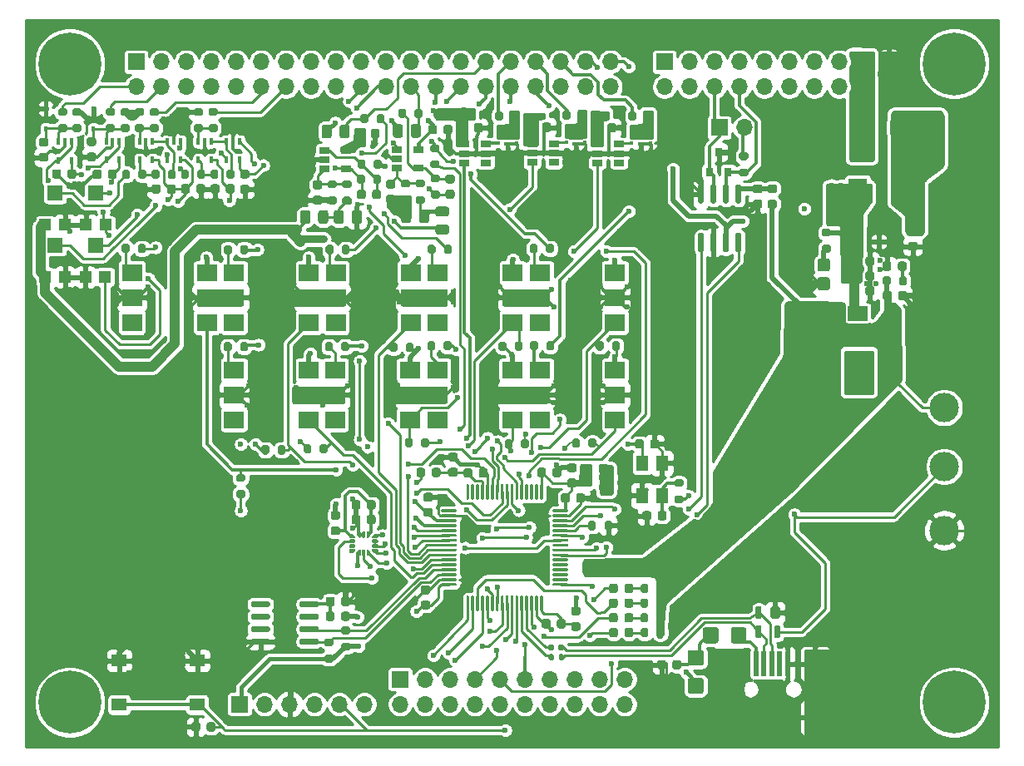
<source format=gtl>
G04 #@! TF.GenerationSoftware,KiCad,Pcbnew,(5.1.10)-1*
G04 #@! TF.CreationDate,2022-04-09T14:00:37+02:00*
G04 #@! TF.ProjectId,karta_pomiarowa_v2,6b617274-615f-4706-9f6d-6961726f7761,rev?*
G04 #@! TF.SameCoordinates,Original*
G04 #@! TF.FileFunction,Copper,L1,Top*
G04 #@! TF.FilePolarity,Positive*
%FSLAX46Y46*%
G04 Gerber Fmt 4.6, Leading zero omitted, Abs format (unit mm)*
G04 Created by KiCad (PCBNEW (5.1.10)-1) date 2022-04-09 14:00:37*
%MOMM*%
%LPD*%
G01*
G04 APERTURE LIST*
G04 #@! TA.AperFunction,SMDPad,CuDef*
%ADD10R,1.300000X1.600000*%
G04 #@! TD*
G04 #@! TA.AperFunction,SMDPad,CuDef*
%ADD11R,1.600000X1.500000*%
G04 #@! TD*
G04 #@! TA.AperFunction,SMDPad,CuDef*
%ADD12R,1.200000X1.200000*%
G04 #@! TD*
G04 #@! TA.AperFunction,SMDPad,CuDef*
%ADD13R,2.000000X1.500000*%
G04 #@! TD*
G04 #@! TA.AperFunction,SMDPad,CuDef*
%ADD14R,2.000000X3.800000*%
G04 #@! TD*
G04 #@! TA.AperFunction,SMDPad,CuDef*
%ADD15R,1.903000X2.790000*%
G04 #@! TD*
G04 #@! TA.AperFunction,SMDPad,CuDef*
%ADD16R,0.450000X0.600000*%
G04 #@! TD*
G04 #@! TA.AperFunction,SMDPad,CuDef*
%ADD17R,0.600000X0.450000*%
G04 #@! TD*
G04 #@! TA.AperFunction,ComponentPad*
%ADD18O,1.700000X1.700000*%
G04 #@! TD*
G04 #@! TA.AperFunction,ComponentPad*
%ADD19R,1.700000X1.700000*%
G04 #@! TD*
G04 #@! TA.AperFunction,SMDPad,CuDef*
%ADD20R,0.400000X0.650000*%
G04 #@! TD*
G04 #@! TA.AperFunction,SMDPad,CuDef*
%ADD21R,1.060000X0.650000*%
G04 #@! TD*
G04 #@! TA.AperFunction,ComponentPad*
%ADD22C,6.400000*%
G04 #@! TD*
G04 #@! TA.AperFunction,ComponentPad*
%ADD23C,3.000000*%
G04 #@! TD*
G04 #@! TA.AperFunction,SMDPad,CuDef*
%ADD24R,1.550000X1.300000*%
G04 #@! TD*
G04 #@! TA.AperFunction,SMDPad,CuDef*
%ADD25C,0.100000*%
G04 #@! TD*
G04 #@! TA.AperFunction,SMDPad,CuDef*
%ADD26R,1.100000X1.250000*%
G04 #@! TD*
G04 #@! TA.AperFunction,SMDPad,CuDef*
%ADD27R,0.430000X0.350000*%
G04 #@! TD*
G04 #@! TA.AperFunction,SMDPad,CuDef*
%ADD28R,0.660000X0.350000*%
G04 #@! TD*
G04 #@! TA.AperFunction,SMDPad,CuDef*
%ADD29R,2.000000X1.780000*%
G04 #@! TD*
G04 #@! TA.AperFunction,SMDPad,CuDef*
%ADD30R,0.500000X2.500000*%
G04 #@! TD*
G04 #@! TA.AperFunction,SMDPad,CuDef*
%ADD31R,2.000000X2.500000*%
G04 #@! TD*
G04 #@! TA.AperFunction,SMDPad,CuDef*
%ADD32R,0.800000X0.900000*%
G04 #@! TD*
G04 #@! TA.AperFunction,ViaPad*
%ADD33C,0.600000*%
G04 #@! TD*
G04 #@! TA.AperFunction,Conductor*
%ADD34C,0.300000*%
G04 #@! TD*
G04 #@! TA.AperFunction,Conductor*
%ADD35C,0.500000*%
G04 #@! TD*
G04 #@! TA.AperFunction,Conductor*
%ADD36C,0.400000*%
G04 #@! TD*
G04 #@! TA.AperFunction,Conductor*
%ADD37C,0.250000*%
G04 #@! TD*
G04 #@! TA.AperFunction,Conductor*
%ADD38C,0.200000*%
G04 #@! TD*
G04 #@! TA.AperFunction,Conductor*
%ADD39C,0.800000*%
G04 #@! TD*
G04 #@! TA.AperFunction,Conductor*
%ADD40C,1.000000*%
G04 #@! TD*
G04 #@! TA.AperFunction,Conductor*
%ADD41C,0.254000*%
G04 #@! TD*
G04 #@! TA.AperFunction,Conductor*
%ADD42C,0.100000*%
G04 #@! TD*
G04 APERTURE END LIST*
D10*
X105250000Y-80650000D03*
X105250000Y-83950000D03*
X103250000Y-83950000D03*
X103250000Y-80650000D03*
D11*
X43500000Y-53150000D03*
D12*
X44500000Y-56400000D03*
X42500000Y-56400000D03*
D11*
X43500000Y-58450000D03*
D12*
X44500000Y-61700000D03*
X42500000Y-61700000D03*
D13*
X125180000Y-70040000D03*
X125180000Y-65440000D03*
X125180000Y-67740000D03*
D14*
X118880000Y-67740000D03*
D15*
X130051500Y-53075000D03*
X125198500Y-53075000D03*
D11*
X47650000Y-53150000D03*
D12*
X48650000Y-56400000D03*
X46650000Y-56400000D03*
D11*
X47600000Y-58450000D03*
D12*
X48600000Y-61700000D03*
X46600000Y-61700000D03*
G04 #@! TA.AperFunction,SMDPad,CuDef*
G36*
G01*
X73700000Y-56050001D02*
X73700000Y-55149999D01*
G75*
G02*
X73949999Y-54900000I249999J0D01*
G01*
X74475001Y-54900000D01*
G75*
G02*
X74725000Y-55149999I0J-249999D01*
G01*
X74725000Y-56050001D01*
G75*
G02*
X74475001Y-56300000I-249999J0D01*
G01*
X73949999Y-56300000D01*
G75*
G02*
X73700000Y-56050001I0J249999D01*
G01*
G37*
G04 #@! TD.AperFunction*
G04 #@! TA.AperFunction,SMDPad,CuDef*
G36*
G01*
X71875000Y-56050001D02*
X71875000Y-55149999D01*
G75*
G02*
X72124999Y-54900000I249999J0D01*
G01*
X72650001Y-54900000D01*
G75*
G02*
X72900000Y-55149999I0J-249999D01*
G01*
X72900000Y-56050001D01*
G75*
G02*
X72650001Y-56300000I-249999J0D01*
G01*
X72124999Y-56300000D01*
G75*
G02*
X71875000Y-56050001I0J249999D01*
G01*
G37*
G04 #@! TD.AperFunction*
G04 #@! TA.AperFunction,SMDPad,CuDef*
G36*
G01*
X70275000Y-56050001D02*
X70275000Y-55149999D01*
G75*
G02*
X70524999Y-54900000I249999J0D01*
G01*
X71050001Y-54900000D01*
G75*
G02*
X71300000Y-55149999I0J-249999D01*
G01*
X71300000Y-56050001D01*
G75*
G02*
X71050001Y-56300000I-249999J0D01*
G01*
X70524999Y-56300000D01*
G75*
G02*
X70275000Y-56050001I0J249999D01*
G01*
G37*
G04 #@! TD.AperFunction*
G04 #@! TA.AperFunction,SMDPad,CuDef*
G36*
G01*
X68450000Y-56050001D02*
X68450000Y-55149999D01*
G75*
G02*
X68699999Y-54900000I249999J0D01*
G01*
X69225001Y-54900000D01*
G75*
G02*
X69475000Y-55149999I0J-249999D01*
G01*
X69475000Y-56050001D01*
G75*
G02*
X69225001Y-56300000I-249999J0D01*
G01*
X68699999Y-56300000D01*
G75*
G02*
X68450000Y-56050001I0J249999D01*
G01*
G37*
G04 #@! TD.AperFunction*
G04 #@! TA.AperFunction,SMDPad,CuDef*
G36*
G01*
X72450000Y-47350001D02*
X72450000Y-46449999D01*
G75*
G02*
X72699999Y-46200000I249999J0D01*
G01*
X73225001Y-46200000D01*
G75*
G02*
X73475000Y-46449999I0J-249999D01*
G01*
X73475000Y-47350001D01*
G75*
G02*
X73225001Y-47600000I-249999J0D01*
G01*
X72699999Y-47600000D01*
G75*
G02*
X72450000Y-47350001I0J249999D01*
G01*
G37*
G04 #@! TD.AperFunction*
G04 #@! TA.AperFunction,SMDPad,CuDef*
G36*
G01*
X70625000Y-47350001D02*
X70625000Y-46449999D01*
G75*
G02*
X70874999Y-46200000I249999J0D01*
G01*
X71400001Y-46200000D01*
G75*
G02*
X71650000Y-46449999I0J-249999D01*
G01*
X71650000Y-47350001D01*
G75*
G02*
X71400001Y-47600000I-249999J0D01*
G01*
X70874999Y-47600000D01*
G75*
G02*
X70625000Y-47350001I0J249999D01*
G01*
G37*
G04 #@! TD.AperFunction*
G04 #@! TA.AperFunction,SMDPad,CuDef*
G36*
G01*
X79750000Y-55074999D02*
X79750000Y-55975001D01*
G75*
G02*
X79500001Y-56225000I-249999J0D01*
G01*
X78974999Y-56225000D01*
G75*
G02*
X78725000Y-55975001I0J249999D01*
G01*
X78725000Y-55074999D01*
G75*
G02*
X78974999Y-54825000I249999J0D01*
G01*
X79500001Y-54825000D01*
G75*
G02*
X79750000Y-55074999I0J-249999D01*
G01*
G37*
G04 #@! TD.AperFunction*
G04 #@! TA.AperFunction,SMDPad,CuDef*
G36*
G01*
X81575000Y-55074999D02*
X81575000Y-55975001D01*
G75*
G02*
X81325001Y-56225000I-249999J0D01*
G01*
X80799999Y-56225000D01*
G75*
G02*
X80550000Y-55975001I0J249999D01*
G01*
X80550000Y-55074999D01*
G75*
G02*
X80799999Y-54825000I249999J0D01*
G01*
X81325001Y-54825000D01*
G75*
G02*
X81575000Y-55074999I0J-249999D01*
G01*
G37*
G04 #@! TD.AperFunction*
G04 #@! TA.AperFunction,SMDPad,CuDef*
G36*
G01*
X83350001Y-55550000D02*
X82449999Y-55550000D01*
G75*
G02*
X82200000Y-55300001I0J249999D01*
G01*
X82200000Y-54774999D01*
G75*
G02*
X82449999Y-54525000I249999J0D01*
G01*
X83350001Y-54525000D01*
G75*
G02*
X83600000Y-54774999I0J-249999D01*
G01*
X83600000Y-55300001D01*
G75*
G02*
X83350001Y-55550000I-249999J0D01*
G01*
G37*
G04 #@! TD.AperFunction*
G04 #@! TA.AperFunction,SMDPad,CuDef*
G36*
G01*
X83350001Y-57375000D02*
X82449999Y-57375000D01*
G75*
G02*
X82200000Y-57125001I0J249999D01*
G01*
X82200000Y-56599999D01*
G75*
G02*
X82449999Y-56350000I249999J0D01*
G01*
X83350001Y-56350000D01*
G75*
G02*
X83600000Y-56599999I0J-249999D01*
G01*
X83600000Y-57125001D01*
G75*
G02*
X83350001Y-57375000I-249999J0D01*
G01*
G37*
G04 #@! TD.AperFunction*
G04 #@! TA.AperFunction,SMDPad,CuDef*
G36*
G01*
X79700000Y-47275001D02*
X79700000Y-46374999D01*
G75*
G02*
X79949999Y-46125000I249999J0D01*
G01*
X80475001Y-46125000D01*
G75*
G02*
X80725000Y-46374999I0J-249999D01*
G01*
X80725000Y-47275001D01*
G75*
G02*
X80475001Y-47525000I-249999J0D01*
G01*
X79949999Y-47525000D01*
G75*
G02*
X79700000Y-47275001I0J249999D01*
G01*
G37*
G04 #@! TD.AperFunction*
G04 #@! TA.AperFunction,SMDPad,CuDef*
G36*
G01*
X77875000Y-47275001D02*
X77875000Y-46374999D01*
G75*
G02*
X78124999Y-46125000I249999J0D01*
G01*
X78650001Y-46125000D01*
G75*
G02*
X78900000Y-46374999I0J-249999D01*
G01*
X78900000Y-47275001D01*
G75*
G02*
X78650001Y-47525000I-249999J0D01*
G01*
X78124999Y-47525000D01*
G75*
G02*
X77875000Y-47275001I0J249999D01*
G01*
G37*
G04 #@! TD.AperFunction*
G04 #@! TA.AperFunction,SMDPad,CuDef*
G36*
G01*
X111025000Y-97600000D02*
X111025000Y-98750000D01*
G75*
G02*
X110775000Y-99000000I-250000J0D01*
G01*
X109675000Y-99000000D01*
G75*
G02*
X109425000Y-98750000I0J250000D01*
G01*
X109425000Y-97600000D01*
G75*
G02*
X109675000Y-97350000I250000J0D01*
G01*
X110775000Y-97350000D01*
G75*
G02*
X111025000Y-97600000I0J-250000D01*
G01*
G37*
G04 #@! TD.AperFunction*
G04 #@! TA.AperFunction,SMDPad,CuDef*
G36*
G01*
X113875000Y-97600000D02*
X113875000Y-98750000D01*
G75*
G02*
X113625000Y-99000000I-250000J0D01*
G01*
X112525000Y-99000000D01*
G75*
G02*
X112275000Y-98750000I0J250000D01*
G01*
X112275000Y-97600000D01*
G75*
G02*
X112525000Y-97350000I250000J0D01*
G01*
X113625000Y-97350000D01*
G75*
G02*
X113875000Y-97600000I0J-250000D01*
G01*
G37*
G04 #@! TD.AperFunction*
G04 #@! TA.AperFunction,SMDPad,CuDef*
G36*
G01*
X109275000Y-101275000D02*
X108125000Y-101275000D01*
G75*
G02*
X107875000Y-101025000I0J250000D01*
G01*
X107875000Y-99925000D01*
G75*
G02*
X108125000Y-99675000I250000J0D01*
G01*
X109275000Y-99675000D01*
G75*
G02*
X109525000Y-99925000I0J-250000D01*
G01*
X109525000Y-101025000D01*
G75*
G02*
X109275000Y-101275000I-250000J0D01*
G01*
G37*
G04 #@! TD.AperFunction*
G04 #@! TA.AperFunction,SMDPad,CuDef*
G36*
G01*
X109275000Y-104125000D02*
X108125000Y-104125000D01*
G75*
G02*
X107875000Y-103875000I0J250000D01*
G01*
X107875000Y-102775000D01*
G75*
G02*
X108125000Y-102525000I250000J0D01*
G01*
X109275000Y-102525000D01*
G75*
G02*
X109525000Y-102775000I0J-250000D01*
G01*
X109525000Y-103875000D01*
G75*
G02*
X109275000Y-104125000I-250000J0D01*
G01*
G37*
G04 #@! TD.AperFunction*
G04 #@! TA.AperFunction,SMDPad,CuDef*
G36*
G01*
X126945000Y-45855000D02*
X126945000Y-47105000D01*
G75*
G02*
X126695000Y-47355000I-250000J0D01*
G01*
X125945000Y-47355000D01*
G75*
G02*
X125695000Y-47105000I0J250000D01*
G01*
X125695000Y-45855000D01*
G75*
G02*
X125945000Y-45605000I250000J0D01*
G01*
X126695000Y-45605000D01*
G75*
G02*
X126945000Y-45855000I0J-250000D01*
G01*
G37*
G04 #@! TD.AperFunction*
G04 #@! TA.AperFunction,SMDPad,CuDef*
G36*
G01*
X129745000Y-45855000D02*
X129745000Y-47105000D01*
G75*
G02*
X129495000Y-47355000I-250000J0D01*
G01*
X128745000Y-47355000D01*
G75*
G02*
X128495000Y-47105000I0J250000D01*
G01*
X128495000Y-45855000D01*
G75*
G02*
X128745000Y-45605000I250000J0D01*
G01*
X129495000Y-45605000D01*
G75*
G02*
X129745000Y-45855000I0J-250000D01*
G01*
G37*
G04 #@! TD.AperFunction*
G04 #@! TA.AperFunction,SMDPad,CuDef*
G36*
G01*
X116793500Y-97190000D02*
X117206500Y-97190000D01*
G75*
G02*
X117295000Y-97278500I0J-88500D01*
G01*
X117295000Y-98361500D01*
G75*
G02*
X117206500Y-98450000I-88500J0D01*
G01*
X116793500Y-98450000D01*
G75*
G02*
X116705000Y-98361500I0J88500D01*
G01*
X116705000Y-97278500D01*
G75*
G02*
X116793500Y-97190000I88500J0D01*
G01*
G37*
G04 #@! TD.AperFunction*
G04 #@! TA.AperFunction,SMDPad,CuDef*
G36*
G01*
X114893500Y-97190000D02*
X115306500Y-97190000D01*
G75*
G02*
X115395000Y-97278500I0J-88500D01*
G01*
X115395000Y-98361500D01*
G75*
G02*
X115306500Y-98450000I-88500J0D01*
G01*
X114893500Y-98450000D01*
G75*
G02*
X114805000Y-98361500I0J88500D01*
G01*
X114805000Y-97278500D01*
G75*
G02*
X114893500Y-97190000I88500J0D01*
G01*
G37*
G04 #@! TD.AperFunction*
G04 #@! TA.AperFunction,SMDPad,CuDef*
G36*
G01*
X114893500Y-95230000D02*
X115306500Y-95230000D01*
G75*
G02*
X115395000Y-95318500I0J-88500D01*
G01*
X115395000Y-96401500D01*
G75*
G02*
X115306500Y-96490000I-88500J0D01*
G01*
X114893500Y-96490000D01*
G75*
G02*
X114805000Y-96401500I0J88500D01*
G01*
X114805000Y-95318500D01*
G75*
G02*
X114893500Y-95230000I88500J0D01*
G01*
G37*
G04 #@! TD.AperFunction*
G04 #@! TA.AperFunction,SMDPad,CuDef*
G36*
G01*
X116552500Y-95230000D02*
X117047500Y-95230000D01*
G75*
G02*
X117295000Y-95477500I0J-247500D01*
G01*
X117295000Y-96242500D01*
G75*
G02*
X117047500Y-96490000I-247500J0D01*
G01*
X116552500Y-96490000D01*
G75*
G02*
X116305000Y-96242500I0J247500D01*
G01*
X116305000Y-95477500D01*
G75*
G02*
X116552500Y-95230000I247500J0D01*
G01*
G37*
G04 #@! TD.AperFunction*
D16*
X47410000Y-44560000D03*
X47410000Y-46660000D03*
X42563500Y-44560000D03*
X42563500Y-46660000D03*
G04 #@! TA.AperFunction,SMDPad,CuDef*
G36*
G01*
X90055000Y-78415000D02*
X90055000Y-78965000D01*
G75*
G02*
X89855000Y-79165000I-200000J0D01*
G01*
X89455000Y-79165000D01*
G75*
G02*
X89255000Y-78965000I0J200000D01*
G01*
X89255000Y-78415000D01*
G75*
G02*
X89455000Y-78215000I200000J0D01*
G01*
X89855000Y-78215000D01*
G75*
G02*
X90055000Y-78415000I0J-200000D01*
G01*
G37*
G04 #@! TD.AperFunction*
G04 #@! TA.AperFunction,SMDPad,CuDef*
G36*
G01*
X91705000Y-78415000D02*
X91705000Y-78965000D01*
G75*
G02*
X91505000Y-79165000I-200000J0D01*
G01*
X91105000Y-79165000D01*
G75*
G02*
X90905000Y-78965000I0J200000D01*
G01*
X90905000Y-78415000D01*
G75*
G02*
X91105000Y-78215000I200000J0D01*
G01*
X91505000Y-78215000D01*
G75*
G02*
X91705000Y-78415000I0J-200000D01*
G01*
G37*
G04 #@! TD.AperFunction*
G04 #@! TA.AperFunction,SMDPad,CuDef*
G36*
G01*
X79910000Y-78285000D02*
X79910000Y-78835000D01*
G75*
G02*
X79710000Y-79035000I-200000J0D01*
G01*
X79310000Y-79035000D01*
G75*
G02*
X79110000Y-78835000I0J200000D01*
G01*
X79110000Y-78285000D01*
G75*
G02*
X79310000Y-78085000I200000J0D01*
G01*
X79710000Y-78085000D01*
G75*
G02*
X79910000Y-78285000I0J-200000D01*
G01*
G37*
G04 #@! TD.AperFunction*
G04 #@! TA.AperFunction,SMDPad,CuDef*
G36*
G01*
X81560000Y-78285000D02*
X81560000Y-78835000D01*
G75*
G02*
X81360000Y-79035000I-200000J0D01*
G01*
X80960000Y-79035000D01*
G75*
G02*
X80760000Y-78835000I0J200000D01*
G01*
X80760000Y-78285000D01*
G75*
G02*
X80960000Y-78085000I200000J0D01*
G01*
X81360000Y-78085000D01*
G75*
G02*
X81560000Y-78285000I0J-200000D01*
G01*
G37*
G04 #@! TD.AperFunction*
G04 #@! TA.AperFunction,SMDPad,CuDef*
G36*
G01*
X99345000Y-68445000D02*
X99345000Y-68995000D01*
G75*
G02*
X99145000Y-69195000I-200000J0D01*
G01*
X98745000Y-69195000D01*
G75*
G02*
X98545000Y-68995000I0J200000D01*
G01*
X98545000Y-68445000D01*
G75*
G02*
X98745000Y-68245000I200000J0D01*
G01*
X99145000Y-68245000D01*
G75*
G02*
X99345000Y-68445000I0J-200000D01*
G01*
G37*
G04 #@! TD.AperFunction*
G04 #@! TA.AperFunction,SMDPad,CuDef*
G36*
G01*
X100995000Y-68445000D02*
X100995000Y-68995000D01*
G75*
G02*
X100795000Y-69195000I-200000J0D01*
G01*
X100395000Y-69195000D01*
G75*
G02*
X100195000Y-68995000I0J200000D01*
G01*
X100195000Y-68445000D01*
G75*
G02*
X100395000Y-68245000I200000J0D01*
G01*
X100795000Y-68245000D01*
G75*
G02*
X100995000Y-68445000I0J-200000D01*
G01*
G37*
G04 #@! TD.AperFunction*
G04 #@! TA.AperFunction,SMDPad,CuDef*
G36*
G01*
X97775000Y-78875000D02*
X97775000Y-78325000D01*
G75*
G02*
X97975000Y-78125000I200000J0D01*
G01*
X98375000Y-78125000D01*
G75*
G02*
X98575000Y-78325000I0J-200000D01*
G01*
X98575000Y-78875000D01*
G75*
G02*
X98375000Y-79075000I-200000J0D01*
G01*
X97975000Y-79075000D01*
G75*
G02*
X97775000Y-78875000I0J200000D01*
G01*
G37*
G04 #@! TD.AperFunction*
G04 #@! TA.AperFunction,SMDPad,CuDef*
G36*
G01*
X96125000Y-78875000D02*
X96125000Y-78325000D01*
G75*
G02*
X96325000Y-78125000I200000J0D01*
G01*
X96725000Y-78125000D01*
G75*
G02*
X96925000Y-78325000I0J-200000D01*
G01*
X96925000Y-78875000D01*
G75*
G02*
X96725000Y-79075000I-200000J0D01*
G01*
X96325000Y-79075000D01*
G75*
G02*
X96125000Y-78875000I0J200000D01*
G01*
G37*
G04 #@! TD.AperFunction*
G04 #@! TA.AperFunction,SMDPad,CuDef*
G36*
G01*
X70435000Y-79465000D02*
X70435000Y-78915000D01*
G75*
G02*
X70635000Y-78715000I200000J0D01*
G01*
X71035000Y-78715000D01*
G75*
G02*
X71235000Y-78915000I0J-200000D01*
G01*
X71235000Y-79465000D01*
G75*
G02*
X71035000Y-79665000I-200000J0D01*
G01*
X70635000Y-79665000D01*
G75*
G02*
X70435000Y-79465000I0J200000D01*
G01*
G37*
G04 #@! TD.AperFunction*
G04 #@! TA.AperFunction,SMDPad,CuDef*
G36*
G01*
X68785000Y-79465000D02*
X68785000Y-78915000D01*
G75*
G02*
X68985000Y-78715000I200000J0D01*
G01*
X69385000Y-78715000D01*
G75*
G02*
X69585000Y-78915000I0J-200000D01*
G01*
X69585000Y-79465000D01*
G75*
G02*
X69385000Y-79665000I-200000J0D01*
G01*
X68985000Y-79665000D01*
G75*
G02*
X68785000Y-79465000I0J200000D01*
G01*
G37*
G04 #@! TD.AperFunction*
G04 #@! TA.AperFunction,SMDPad,CuDef*
G36*
G01*
X90285000Y-69025000D02*
X90285000Y-68475000D01*
G75*
G02*
X90485000Y-68275000I200000J0D01*
G01*
X90885000Y-68275000D01*
G75*
G02*
X91085000Y-68475000I0J-200000D01*
G01*
X91085000Y-69025000D01*
G75*
G02*
X90885000Y-69225000I-200000J0D01*
G01*
X90485000Y-69225000D01*
G75*
G02*
X90285000Y-69025000I0J200000D01*
G01*
G37*
G04 #@! TD.AperFunction*
G04 #@! TA.AperFunction,SMDPad,CuDef*
G36*
G01*
X88635000Y-69025000D02*
X88635000Y-68475000D01*
G75*
G02*
X88835000Y-68275000I200000J0D01*
G01*
X89235000Y-68275000D01*
G75*
G02*
X89435000Y-68475000I0J-200000D01*
G01*
X89435000Y-69025000D01*
G75*
G02*
X89235000Y-69225000I-200000J0D01*
G01*
X88835000Y-69225000D01*
G75*
G02*
X88635000Y-69025000I0J200000D01*
G01*
G37*
G04 #@! TD.AperFunction*
G04 #@! TA.AperFunction,SMDPad,CuDef*
G36*
G01*
X78345000Y-68585000D02*
X78345000Y-69135000D01*
G75*
G02*
X78145000Y-69335000I-200000J0D01*
G01*
X77745000Y-69335000D01*
G75*
G02*
X77545000Y-69135000I0J200000D01*
G01*
X77545000Y-68585000D01*
G75*
G02*
X77745000Y-68385000I200000J0D01*
G01*
X78145000Y-68385000D01*
G75*
G02*
X78345000Y-68585000I0J-200000D01*
G01*
G37*
G04 #@! TD.AperFunction*
G04 #@! TA.AperFunction,SMDPad,CuDef*
G36*
G01*
X79995000Y-68585000D02*
X79995000Y-69135000D01*
G75*
G02*
X79795000Y-69335000I-200000J0D01*
G01*
X79395000Y-69335000D01*
G75*
G02*
X79195000Y-69135000I0J200000D01*
G01*
X79195000Y-68585000D01*
G75*
G02*
X79395000Y-68385000I200000J0D01*
G01*
X79795000Y-68385000D01*
G75*
G02*
X79995000Y-68585000I0J-200000D01*
G01*
G37*
G04 #@! TD.AperFunction*
G04 #@! TA.AperFunction,SMDPad,CuDef*
G36*
G01*
X66155000Y-79575000D02*
X66155000Y-79025000D01*
G75*
G02*
X66355000Y-78825000I200000J0D01*
G01*
X66755000Y-78825000D01*
G75*
G02*
X66955000Y-79025000I0J-200000D01*
G01*
X66955000Y-79575000D01*
G75*
G02*
X66755000Y-79775000I-200000J0D01*
G01*
X66355000Y-79775000D01*
G75*
G02*
X66155000Y-79575000I0J200000D01*
G01*
G37*
G04 #@! TD.AperFunction*
G04 #@! TA.AperFunction,SMDPad,CuDef*
G36*
G01*
X64505000Y-79575000D02*
X64505000Y-79025000D01*
G75*
G02*
X64705000Y-78825000I200000J0D01*
G01*
X65105000Y-78825000D01*
G75*
G02*
X65305000Y-79025000I0J-200000D01*
G01*
X65305000Y-79575000D01*
G75*
G02*
X65105000Y-79775000I-200000J0D01*
G01*
X64705000Y-79775000D01*
G75*
G02*
X64505000Y-79575000I0J200000D01*
G01*
G37*
G04 #@! TD.AperFunction*
G04 #@! TA.AperFunction,SMDPad,CuDef*
G36*
G01*
X62665000Y-82560000D02*
X62115000Y-82560000D01*
G75*
G02*
X61915000Y-82360000I0J200000D01*
G01*
X61915000Y-81960000D01*
G75*
G02*
X62115000Y-81760000I200000J0D01*
G01*
X62665000Y-81760000D01*
G75*
G02*
X62865000Y-81960000I0J-200000D01*
G01*
X62865000Y-82360000D01*
G75*
G02*
X62665000Y-82560000I-200000J0D01*
G01*
G37*
G04 #@! TD.AperFunction*
G04 #@! TA.AperFunction,SMDPad,CuDef*
G36*
G01*
X62665000Y-84210000D02*
X62115000Y-84210000D01*
G75*
G02*
X61915000Y-84010000I0J200000D01*
G01*
X61915000Y-83610000D01*
G75*
G02*
X62115000Y-83410000I200000J0D01*
G01*
X62665000Y-83410000D01*
G75*
G02*
X62865000Y-83610000I0J-200000D01*
G01*
X62865000Y-84010000D01*
G75*
G02*
X62665000Y-84210000I-200000J0D01*
G01*
G37*
G04 #@! TD.AperFunction*
D17*
X127350000Y-58100000D03*
X125250000Y-58100000D03*
D18*
X74980000Y-105190000D03*
X72440000Y-105190000D03*
X69900000Y-105190000D03*
X67360000Y-105190000D03*
X64820000Y-105190000D03*
D19*
X62280000Y-105190000D03*
D20*
X56250000Y-49800000D03*
X54950000Y-49800000D03*
X55600000Y-47900000D03*
X54950000Y-47900000D03*
X56250000Y-47900000D03*
X53400000Y-49800000D03*
X52100000Y-49800000D03*
X52750000Y-47900000D03*
X52100000Y-47900000D03*
X53400000Y-47900000D03*
X62235001Y-49799329D03*
X60935001Y-49799329D03*
X61585001Y-47899329D03*
X60935001Y-47899329D03*
X62235001Y-47899329D03*
X59385001Y-49799329D03*
X58085001Y-49799329D03*
X58735001Y-47899329D03*
X58085001Y-47899329D03*
X59385001Y-47899329D03*
D21*
X73100000Y-48800000D03*
X73100000Y-50700000D03*
X70900000Y-50700000D03*
X70900000Y-49750000D03*
X70900000Y-48800000D03*
X80510000Y-48720000D03*
X80510000Y-50620000D03*
X78310000Y-50620000D03*
X78310000Y-49670000D03*
X78310000Y-48720000D03*
G04 #@! TA.AperFunction,SMDPad,CuDef*
G36*
G01*
X54125000Y-50975000D02*
X54125000Y-51525000D01*
G75*
G02*
X53925000Y-51725000I-200000J0D01*
G01*
X53525000Y-51725000D01*
G75*
G02*
X53325000Y-51525000I0J200000D01*
G01*
X53325000Y-50975000D01*
G75*
G02*
X53525000Y-50775000I200000J0D01*
G01*
X53925000Y-50775000D01*
G75*
G02*
X54125000Y-50975000I0J-200000D01*
G01*
G37*
G04 #@! TD.AperFunction*
G04 #@! TA.AperFunction,SMDPad,CuDef*
G36*
G01*
X55775000Y-50975000D02*
X55775000Y-51525000D01*
G75*
G02*
X55575000Y-51725000I-200000J0D01*
G01*
X55175000Y-51725000D01*
G75*
G02*
X54975000Y-51525000I0J200000D01*
G01*
X54975000Y-50975000D01*
G75*
G02*
X55175000Y-50775000I200000J0D01*
G01*
X55575000Y-50775000D01*
G75*
G02*
X55775000Y-50975000I0J-200000D01*
G01*
G37*
G04 #@! TD.AperFunction*
G04 #@! TA.AperFunction,SMDPad,CuDef*
G36*
G01*
X51825000Y-46155000D02*
X52375000Y-46155000D01*
G75*
G02*
X52575000Y-46355000I0J-200000D01*
G01*
X52575000Y-46755000D01*
G75*
G02*
X52375000Y-46955000I-200000J0D01*
G01*
X51825000Y-46955000D01*
G75*
G02*
X51625000Y-46755000I0J200000D01*
G01*
X51625000Y-46355000D01*
G75*
G02*
X51825000Y-46155000I200000J0D01*
G01*
G37*
G04 #@! TD.AperFunction*
G04 #@! TA.AperFunction,SMDPad,CuDef*
G36*
G01*
X51825000Y-44505000D02*
X52375000Y-44505000D01*
G75*
G02*
X52575000Y-44705000I0J-200000D01*
G01*
X52575000Y-45105000D01*
G75*
G02*
X52375000Y-45305000I-200000J0D01*
G01*
X51825000Y-45305000D01*
G75*
G02*
X51625000Y-45105000I0J200000D01*
G01*
X51625000Y-44705000D01*
G75*
G02*
X51825000Y-44505000I200000J0D01*
G01*
G37*
G04 #@! TD.AperFunction*
G04 #@! TA.AperFunction,SMDPad,CuDef*
G36*
G01*
X51125000Y-50975000D02*
X51125000Y-51525000D01*
G75*
G02*
X50925000Y-51725000I-200000J0D01*
G01*
X50525000Y-51725000D01*
G75*
G02*
X50325000Y-51525000I0J200000D01*
G01*
X50325000Y-50975000D01*
G75*
G02*
X50525000Y-50775000I200000J0D01*
G01*
X50925000Y-50775000D01*
G75*
G02*
X51125000Y-50975000I0J-200000D01*
G01*
G37*
G04 #@! TD.AperFunction*
G04 #@! TA.AperFunction,SMDPad,CuDef*
G36*
G01*
X52775000Y-50975000D02*
X52775000Y-51525000D01*
G75*
G02*
X52575000Y-51725000I-200000J0D01*
G01*
X52175000Y-51725000D01*
G75*
G02*
X51975000Y-51525000I0J200000D01*
G01*
X51975000Y-50975000D01*
G75*
G02*
X52175000Y-50775000I200000J0D01*
G01*
X52575000Y-50775000D01*
G75*
G02*
X52775000Y-50975000I0J-200000D01*
G01*
G37*
G04 #@! TD.AperFunction*
G04 #@! TA.AperFunction,SMDPad,CuDef*
G36*
G01*
X53875000Y-45305000D02*
X53325000Y-45305000D01*
G75*
G02*
X53125000Y-45105000I0J200000D01*
G01*
X53125000Y-44705000D01*
G75*
G02*
X53325000Y-44505000I200000J0D01*
G01*
X53875000Y-44505000D01*
G75*
G02*
X54075000Y-44705000I0J-200000D01*
G01*
X54075000Y-45105000D01*
G75*
G02*
X53875000Y-45305000I-200000J0D01*
G01*
G37*
G04 #@! TD.AperFunction*
G04 #@! TA.AperFunction,SMDPad,CuDef*
G36*
G01*
X53875000Y-46955000D02*
X53325000Y-46955000D01*
G75*
G02*
X53125000Y-46755000I0J200000D01*
G01*
X53125000Y-46355000D01*
G75*
G02*
X53325000Y-46155000I200000J0D01*
G01*
X53875000Y-46155000D01*
G75*
G02*
X54075000Y-46355000I0J-200000D01*
G01*
X54075000Y-46755000D01*
G75*
G02*
X53875000Y-46955000I-200000J0D01*
G01*
G37*
G04 #@! TD.AperFunction*
G04 #@! TA.AperFunction,SMDPad,CuDef*
G36*
G01*
X60110001Y-50974329D02*
X60110001Y-51524329D01*
G75*
G02*
X59910001Y-51724329I-200000J0D01*
G01*
X59510001Y-51724329D01*
G75*
G02*
X59310001Y-51524329I0J200000D01*
G01*
X59310001Y-50974329D01*
G75*
G02*
X59510001Y-50774329I200000J0D01*
G01*
X59910001Y-50774329D01*
G75*
G02*
X60110001Y-50974329I0J-200000D01*
G01*
G37*
G04 #@! TD.AperFunction*
G04 #@! TA.AperFunction,SMDPad,CuDef*
G36*
G01*
X61760001Y-50974329D02*
X61760001Y-51524329D01*
G75*
G02*
X61560001Y-51724329I-200000J0D01*
G01*
X61160001Y-51724329D01*
G75*
G02*
X60960001Y-51524329I0J200000D01*
G01*
X60960001Y-50974329D01*
G75*
G02*
X61160001Y-50774329I200000J0D01*
G01*
X61560001Y-50774329D01*
G75*
G02*
X61760001Y-50974329I0J-200000D01*
G01*
G37*
G04 #@! TD.AperFunction*
G04 #@! TA.AperFunction,SMDPad,CuDef*
G36*
G01*
X57810001Y-46154329D02*
X58360001Y-46154329D01*
G75*
G02*
X58560001Y-46354329I0J-200000D01*
G01*
X58560001Y-46754329D01*
G75*
G02*
X58360001Y-46954329I-200000J0D01*
G01*
X57810001Y-46954329D01*
G75*
G02*
X57610001Y-46754329I0J200000D01*
G01*
X57610001Y-46354329D01*
G75*
G02*
X57810001Y-46154329I200000J0D01*
G01*
G37*
G04 #@! TD.AperFunction*
G04 #@! TA.AperFunction,SMDPad,CuDef*
G36*
G01*
X57810001Y-44504329D02*
X58360001Y-44504329D01*
G75*
G02*
X58560001Y-44704329I0J-200000D01*
G01*
X58560001Y-45104329D01*
G75*
G02*
X58360001Y-45304329I-200000J0D01*
G01*
X57810001Y-45304329D01*
G75*
G02*
X57610001Y-45104329I0J200000D01*
G01*
X57610001Y-44704329D01*
G75*
G02*
X57810001Y-44504329I200000J0D01*
G01*
G37*
G04 #@! TD.AperFunction*
G04 #@! TA.AperFunction,SMDPad,CuDef*
G36*
G01*
X57110001Y-50974329D02*
X57110001Y-51524329D01*
G75*
G02*
X56910001Y-51724329I-200000J0D01*
G01*
X56510001Y-51724329D01*
G75*
G02*
X56310001Y-51524329I0J200000D01*
G01*
X56310001Y-50974329D01*
G75*
G02*
X56510001Y-50774329I200000J0D01*
G01*
X56910001Y-50774329D01*
G75*
G02*
X57110001Y-50974329I0J-200000D01*
G01*
G37*
G04 #@! TD.AperFunction*
G04 #@! TA.AperFunction,SMDPad,CuDef*
G36*
G01*
X58760001Y-50974329D02*
X58760001Y-51524329D01*
G75*
G02*
X58560001Y-51724329I-200000J0D01*
G01*
X58160001Y-51724329D01*
G75*
G02*
X57960001Y-51524329I0J200000D01*
G01*
X57960001Y-50974329D01*
G75*
G02*
X58160001Y-50774329I200000J0D01*
G01*
X58560001Y-50774329D01*
G75*
G02*
X58760001Y-50974329I0J-200000D01*
G01*
G37*
G04 #@! TD.AperFunction*
G04 #@! TA.AperFunction,SMDPad,CuDef*
G36*
G01*
X59860001Y-45304329D02*
X59310001Y-45304329D01*
G75*
G02*
X59110001Y-45104329I0J200000D01*
G01*
X59110001Y-44704329D01*
G75*
G02*
X59310001Y-44504329I200000J0D01*
G01*
X59860001Y-44504329D01*
G75*
G02*
X60060001Y-44704329I0J-200000D01*
G01*
X60060001Y-45104329D01*
G75*
G02*
X59860001Y-45304329I-200000J0D01*
G01*
G37*
G04 #@! TD.AperFunction*
G04 #@! TA.AperFunction,SMDPad,CuDef*
G36*
G01*
X59860001Y-46954329D02*
X59310001Y-46954329D01*
G75*
G02*
X59110001Y-46754329I0J200000D01*
G01*
X59110001Y-46354329D01*
G75*
G02*
X59310001Y-46154329I200000J0D01*
G01*
X59860001Y-46154329D01*
G75*
G02*
X60060001Y-46354329I0J-200000D01*
G01*
X60060001Y-46754329D01*
G75*
G02*
X59860001Y-46954329I-200000J0D01*
G01*
G37*
G04 #@! TD.AperFunction*
G04 #@! TA.AperFunction,SMDPad,CuDef*
G36*
G01*
X75075000Y-49925000D02*
X75075000Y-50475000D01*
G75*
G02*
X74875000Y-50675000I-200000J0D01*
G01*
X74475000Y-50675000D01*
G75*
G02*
X74275000Y-50475000I0J200000D01*
G01*
X74275000Y-49925000D01*
G75*
G02*
X74475000Y-49725000I200000J0D01*
G01*
X74875000Y-49725000D01*
G75*
G02*
X75075000Y-49925000I0J-200000D01*
G01*
G37*
G04 #@! TD.AperFunction*
G04 #@! TA.AperFunction,SMDPad,CuDef*
G36*
G01*
X76725000Y-49925000D02*
X76725000Y-50475000D01*
G75*
G02*
X76525000Y-50675000I-200000J0D01*
G01*
X76125000Y-50675000D01*
G75*
G02*
X75925000Y-50475000I0J200000D01*
G01*
X75925000Y-49925000D01*
G75*
G02*
X76125000Y-49725000I200000J0D01*
G01*
X76525000Y-49725000D01*
G75*
G02*
X76725000Y-49925000I0J-200000D01*
G01*
G37*
G04 #@! TD.AperFunction*
G04 #@! TA.AperFunction,SMDPad,CuDef*
G36*
G01*
X75025000Y-51475000D02*
X75025000Y-52025000D01*
G75*
G02*
X74825000Y-52225000I-200000J0D01*
G01*
X74425000Y-52225000D01*
G75*
G02*
X74225000Y-52025000I0J200000D01*
G01*
X74225000Y-51475000D01*
G75*
G02*
X74425000Y-51275000I200000J0D01*
G01*
X74825000Y-51275000D01*
G75*
G02*
X75025000Y-51475000I0J-200000D01*
G01*
G37*
G04 #@! TD.AperFunction*
G04 #@! TA.AperFunction,SMDPad,CuDef*
G36*
G01*
X76675000Y-51475000D02*
X76675000Y-52025000D01*
G75*
G02*
X76475000Y-52225000I-200000J0D01*
G01*
X76075000Y-52225000D01*
G75*
G02*
X75875000Y-52025000I0J200000D01*
G01*
X75875000Y-51475000D01*
G75*
G02*
X76075000Y-51275000I200000J0D01*
G01*
X76475000Y-51275000D01*
G75*
G02*
X76675000Y-51475000I0J-200000D01*
G01*
G37*
G04 #@! TD.AperFunction*
G04 #@! TA.AperFunction,SMDPad,CuDef*
G36*
G01*
X71425000Y-53525000D02*
X71975000Y-53525000D01*
G75*
G02*
X72175000Y-53725000I0J-200000D01*
G01*
X72175000Y-54125000D01*
G75*
G02*
X71975000Y-54325000I-200000J0D01*
G01*
X71425000Y-54325000D01*
G75*
G02*
X71225000Y-54125000I0J200000D01*
G01*
X71225000Y-53725000D01*
G75*
G02*
X71425000Y-53525000I200000J0D01*
G01*
G37*
G04 #@! TD.AperFunction*
G04 #@! TA.AperFunction,SMDPad,CuDef*
G36*
G01*
X71425000Y-51875000D02*
X71975000Y-51875000D01*
G75*
G02*
X72175000Y-52075000I0J-200000D01*
G01*
X72175000Y-52475000D01*
G75*
G02*
X71975000Y-52675000I-200000J0D01*
G01*
X71425000Y-52675000D01*
G75*
G02*
X71225000Y-52475000I0J200000D01*
G01*
X71225000Y-52075000D01*
G75*
G02*
X71425000Y-51875000I200000J0D01*
G01*
G37*
G04 #@! TD.AperFunction*
G04 #@! TA.AperFunction,SMDPad,CuDef*
G36*
G01*
X75375000Y-45325000D02*
X75375000Y-45875000D01*
G75*
G02*
X75175000Y-46075000I-200000J0D01*
G01*
X74775000Y-46075000D01*
G75*
G02*
X74575000Y-45875000I0J200000D01*
G01*
X74575000Y-45325000D01*
G75*
G02*
X74775000Y-45125000I200000J0D01*
G01*
X75175000Y-45125000D01*
G75*
G02*
X75375000Y-45325000I0J-200000D01*
G01*
G37*
G04 #@! TD.AperFunction*
G04 #@! TA.AperFunction,SMDPad,CuDef*
G36*
G01*
X77025000Y-45325000D02*
X77025000Y-45875000D01*
G75*
G02*
X76825000Y-46075000I-200000J0D01*
G01*
X76425000Y-46075000D01*
G75*
G02*
X76225000Y-45875000I0J200000D01*
G01*
X76225000Y-45325000D01*
G75*
G02*
X76425000Y-45125000I200000J0D01*
G01*
X76825000Y-45125000D01*
G75*
G02*
X77025000Y-45325000I0J-200000D01*
G01*
G37*
G04 #@! TD.AperFunction*
G04 #@! TA.AperFunction,SMDPad,CuDef*
G36*
G01*
X72925000Y-53525000D02*
X73475000Y-53525000D01*
G75*
G02*
X73675000Y-53725000I0J-200000D01*
G01*
X73675000Y-54125000D01*
G75*
G02*
X73475000Y-54325000I-200000J0D01*
G01*
X72925000Y-54325000D01*
G75*
G02*
X72725000Y-54125000I0J200000D01*
G01*
X72725000Y-53725000D01*
G75*
G02*
X72925000Y-53525000I200000J0D01*
G01*
G37*
G04 #@! TD.AperFunction*
G04 #@! TA.AperFunction,SMDPad,CuDef*
G36*
G01*
X72925000Y-51875000D02*
X73475000Y-51875000D01*
G75*
G02*
X73675000Y-52075000I0J-200000D01*
G01*
X73675000Y-52475000D01*
G75*
G02*
X73475000Y-52675000I-200000J0D01*
G01*
X72925000Y-52675000D01*
G75*
G02*
X72725000Y-52475000I0J200000D01*
G01*
X72725000Y-52075000D01*
G75*
G02*
X72925000Y-51875000I200000J0D01*
G01*
G37*
G04 #@! TD.AperFunction*
G04 #@! TA.AperFunction,SMDPad,CuDef*
G36*
G01*
X82435000Y-48995000D02*
X81885000Y-48995000D01*
G75*
G02*
X81685000Y-48795000I0J200000D01*
G01*
X81685000Y-48395000D01*
G75*
G02*
X81885000Y-48195000I200000J0D01*
G01*
X82435000Y-48195000D01*
G75*
G02*
X82635000Y-48395000I0J-200000D01*
G01*
X82635000Y-48795000D01*
G75*
G02*
X82435000Y-48995000I-200000J0D01*
G01*
G37*
G04 #@! TD.AperFunction*
G04 #@! TA.AperFunction,SMDPad,CuDef*
G36*
G01*
X82435000Y-50645000D02*
X81885000Y-50645000D01*
G75*
G02*
X81685000Y-50445000I0J200000D01*
G01*
X81685000Y-50045000D01*
G75*
G02*
X81885000Y-49845000I200000J0D01*
G01*
X82435000Y-49845000D01*
G75*
G02*
X82635000Y-50045000I0J-200000D01*
G01*
X82635000Y-50445000D01*
G75*
G02*
X82435000Y-50645000I-200000J0D01*
G01*
G37*
G04 #@! TD.AperFunction*
G04 #@! TA.AperFunction,SMDPad,CuDef*
G36*
G01*
X82475000Y-52075000D02*
X81925000Y-52075000D01*
G75*
G02*
X81725000Y-51875000I0J200000D01*
G01*
X81725000Y-51475000D01*
G75*
G02*
X81925000Y-51275000I200000J0D01*
G01*
X82475000Y-51275000D01*
G75*
G02*
X82675000Y-51475000I0J-200000D01*
G01*
X82675000Y-51875000D01*
G75*
G02*
X82475000Y-52075000I-200000J0D01*
G01*
G37*
G04 #@! TD.AperFunction*
G04 #@! TA.AperFunction,SMDPad,CuDef*
G36*
G01*
X82475000Y-53725000D02*
X81925000Y-53725000D01*
G75*
G02*
X81725000Y-53525000I0J200000D01*
G01*
X81725000Y-53125000D01*
G75*
G02*
X81925000Y-52925000I200000J0D01*
G01*
X82475000Y-52925000D01*
G75*
G02*
X82675000Y-53125000I0J-200000D01*
G01*
X82675000Y-53525000D01*
G75*
G02*
X82475000Y-53725000I-200000J0D01*
G01*
G37*
G04 #@! TD.AperFunction*
G04 #@! TA.AperFunction,SMDPad,CuDef*
G36*
G01*
X78885000Y-53445000D02*
X79435000Y-53445000D01*
G75*
G02*
X79635000Y-53645000I0J-200000D01*
G01*
X79635000Y-54045000D01*
G75*
G02*
X79435000Y-54245000I-200000J0D01*
G01*
X78885000Y-54245000D01*
G75*
G02*
X78685000Y-54045000I0J200000D01*
G01*
X78685000Y-53645000D01*
G75*
G02*
X78885000Y-53445000I200000J0D01*
G01*
G37*
G04 #@! TD.AperFunction*
G04 #@! TA.AperFunction,SMDPad,CuDef*
G36*
G01*
X78885000Y-51795000D02*
X79435000Y-51795000D01*
G75*
G02*
X79635000Y-51995000I0J-200000D01*
G01*
X79635000Y-52395000D01*
G75*
G02*
X79435000Y-52595000I-200000J0D01*
G01*
X78885000Y-52595000D01*
G75*
G02*
X78685000Y-52395000I0J200000D01*
G01*
X78685000Y-51995000D01*
G75*
G02*
X78885000Y-51795000I200000J0D01*
G01*
G37*
G04 #@! TD.AperFunction*
G04 #@! TA.AperFunction,SMDPad,CuDef*
G36*
G01*
X80085000Y-45325000D02*
X80085000Y-44775000D01*
G75*
G02*
X80285000Y-44575000I200000J0D01*
G01*
X80685000Y-44575000D01*
G75*
G02*
X80885000Y-44775000I0J-200000D01*
G01*
X80885000Y-45325000D01*
G75*
G02*
X80685000Y-45525000I-200000J0D01*
G01*
X80285000Y-45525000D01*
G75*
G02*
X80085000Y-45325000I0J200000D01*
G01*
G37*
G04 #@! TD.AperFunction*
G04 #@! TA.AperFunction,SMDPad,CuDef*
G36*
G01*
X78435000Y-45325000D02*
X78435000Y-44775000D01*
G75*
G02*
X78635000Y-44575000I200000J0D01*
G01*
X79035000Y-44575000D01*
G75*
G02*
X79235000Y-44775000I0J-200000D01*
G01*
X79235000Y-45325000D01*
G75*
G02*
X79035000Y-45525000I-200000J0D01*
G01*
X78635000Y-45525000D01*
G75*
G02*
X78435000Y-45325000I0J200000D01*
G01*
G37*
G04 #@! TD.AperFunction*
G04 #@! TA.AperFunction,SMDPad,CuDef*
G36*
G01*
X80385000Y-53445000D02*
X80935000Y-53445000D01*
G75*
G02*
X81135000Y-53645000I0J-200000D01*
G01*
X81135000Y-54045000D01*
G75*
G02*
X80935000Y-54245000I-200000J0D01*
G01*
X80385000Y-54245000D01*
G75*
G02*
X80185000Y-54045000I0J200000D01*
G01*
X80185000Y-53645000D01*
G75*
G02*
X80385000Y-53445000I200000J0D01*
G01*
G37*
G04 #@! TD.AperFunction*
G04 #@! TA.AperFunction,SMDPad,CuDef*
G36*
G01*
X80385000Y-51795000D02*
X80935000Y-51795000D01*
G75*
G02*
X81135000Y-51995000I0J-200000D01*
G01*
X81135000Y-52395000D01*
G75*
G02*
X80935000Y-52595000I-200000J0D01*
G01*
X80385000Y-52595000D01*
G75*
G02*
X80185000Y-52395000I0J200000D01*
G01*
X80185000Y-51995000D01*
G75*
G02*
X80385000Y-51795000I200000J0D01*
G01*
G37*
G04 #@! TD.AperFunction*
G04 #@! TA.AperFunction,SMDPad,CuDef*
G36*
G01*
X63050000Y-51675000D02*
X62550000Y-51675000D01*
G75*
G02*
X62325000Y-51450000I0J225000D01*
G01*
X62325000Y-51000000D01*
G75*
G02*
X62550000Y-50775000I225000J0D01*
G01*
X63050000Y-50775000D01*
G75*
G02*
X63275000Y-51000000I0J-225000D01*
G01*
X63275000Y-51450000D01*
G75*
G02*
X63050000Y-51675000I-225000J0D01*
G01*
G37*
G04 #@! TD.AperFunction*
G04 #@! TA.AperFunction,SMDPad,CuDef*
G36*
G01*
X63050000Y-53225000D02*
X62550000Y-53225000D01*
G75*
G02*
X62325000Y-53000000I0J225000D01*
G01*
X62325000Y-52550000D01*
G75*
G02*
X62550000Y-52325000I225000J0D01*
G01*
X63050000Y-52325000D01*
G75*
G02*
X63275000Y-52550000I0J-225000D01*
G01*
X63275000Y-53000000D01*
G75*
G02*
X63050000Y-53225000I-225000J0D01*
G01*
G37*
G04 #@! TD.AperFunction*
G04 #@! TA.AperFunction,SMDPad,CuDef*
G36*
G01*
X54875000Y-53000000D02*
X54875000Y-52500000D01*
G75*
G02*
X55100000Y-52275000I225000J0D01*
G01*
X55550000Y-52275000D01*
G75*
G02*
X55775000Y-52500000I0J-225000D01*
G01*
X55775000Y-53000000D01*
G75*
G02*
X55550000Y-53225000I-225000J0D01*
G01*
X55100000Y-53225000D01*
G75*
G02*
X54875000Y-53000000I0J225000D01*
G01*
G37*
G04 #@! TD.AperFunction*
G04 #@! TA.AperFunction,SMDPad,CuDef*
G36*
G01*
X53325000Y-53000000D02*
X53325000Y-52500000D01*
G75*
G02*
X53550000Y-52275000I225000J0D01*
G01*
X54000000Y-52275000D01*
G75*
G02*
X54225000Y-52500000I0J-225000D01*
G01*
X54225000Y-53000000D01*
G75*
G02*
X54000000Y-53225000I-225000J0D01*
G01*
X53550000Y-53225000D01*
G75*
G02*
X53325000Y-53000000I0J225000D01*
G01*
G37*
G04 #@! TD.AperFunction*
G04 #@! TA.AperFunction,SMDPad,CuDef*
G36*
G01*
X60875000Y-52975000D02*
X60875000Y-52475000D01*
G75*
G02*
X61100000Y-52250000I225000J0D01*
G01*
X61550000Y-52250000D01*
G75*
G02*
X61775000Y-52475000I0J-225000D01*
G01*
X61775000Y-52975000D01*
G75*
G02*
X61550000Y-53200000I-225000J0D01*
G01*
X61100000Y-53200000D01*
G75*
G02*
X60875000Y-52975000I0J225000D01*
G01*
G37*
G04 #@! TD.AperFunction*
G04 #@! TA.AperFunction,SMDPad,CuDef*
G36*
G01*
X59325000Y-52975000D02*
X59325000Y-52475000D01*
G75*
G02*
X59550000Y-52250000I225000J0D01*
G01*
X60000000Y-52250000D01*
G75*
G02*
X60225000Y-52475000I0J-225000D01*
G01*
X60225000Y-52975000D01*
G75*
G02*
X60000000Y-53200000I-225000J0D01*
G01*
X59550000Y-53200000D01*
G75*
G02*
X59325000Y-52975000I0J225000D01*
G01*
G37*
G04 #@! TD.AperFunction*
G04 #@! TA.AperFunction,SMDPad,CuDef*
G36*
G01*
X57225000Y-52475000D02*
X57225000Y-52975000D01*
G75*
G02*
X57000000Y-53200000I-225000J0D01*
G01*
X56550000Y-53200000D01*
G75*
G02*
X56325000Y-52975000I0J225000D01*
G01*
X56325000Y-52475000D01*
G75*
G02*
X56550000Y-52250000I225000J0D01*
G01*
X57000000Y-52250000D01*
G75*
G02*
X57225000Y-52475000I0J-225000D01*
G01*
G37*
G04 #@! TD.AperFunction*
G04 #@! TA.AperFunction,SMDPad,CuDef*
G36*
G01*
X58775000Y-52475000D02*
X58775000Y-52975000D01*
G75*
G02*
X58550000Y-53200000I-225000J0D01*
G01*
X58100000Y-53200000D01*
G75*
G02*
X57875000Y-52975000I0J225000D01*
G01*
X57875000Y-52475000D01*
G75*
G02*
X58100000Y-52250000I225000J0D01*
G01*
X58550000Y-52250000D01*
G75*
G02*
X58775000Y-52475000I0J-225000D01*
G01*
G37*
G04 #@! TD.AperFunction*
G04 #@! TA.AperFunction,SMDPad,CuDef*
G36*
G01*
X74975000Y-46850000D02*
X74975000Y-47350000D01*
G75*
G02*
X74750000Y-47575000I-225000J0D01*
G01*
X74300000Y-47575000D01*
G75*
G02*
X74075000Y-47350000I0J225000D01*
G01*
X74075000Y-46850000D01*
G75*
G02*
X74300000Y-46625000I225000J0D01*
G01*
X74750000Y-46625000D01*
G75*
G02*
X74975000Y-46850000I0J-225000D01*
G01*
G37*
G04 #@! TD.AperFunction*
G04 #@! TA.AperFunction,SMDPad,CuDef*
G36*
G01*
X76525000Y-46850000D02*
X76525000Y-47350000D01*
G75*
G02*
X76300000Y-47575000I-225000J0D01*
G01*
X75850000Y-47575000D01*
G75*
G02*
X75625000Y-47350000I0J225000D01*
G01*
X75625000Y-46850000D01*
G75*
G02*
X75850000Y-46625000I225000J0D01*
G01*
X76300000Y-46625000D01*
G75*
G02*
X76525000Y-46850000I0J-225000D01*
G01*
G37*
G04 #@! TD.AperFunction*
G04 #@! TA.AperFunction,SMDPad,CuDef*
G36*
G01*
X75125000Y-53050000D02*
X75125000Y-53550000D01*
G75*
G02*
X74900000Y-53775000I-225000J0D01*
G01*
X74450000Y-53775000D01*
G75*
G02*
X74225000Y-53550000I0J225000D01*
G01*
X74225000Y-53050000D01*
G75*
G02*
X74450000Y-52825000I225000J0D01*
G01*
X74900000Y-52825000D01*
G75*
G02*
X75125000Y-53050000I0J-225000D01*
G01*
G37*
G04 #@! TD.AperFunction*
G04 #@! TA.AperFunction,SMDPad,CuDef*
G36*
G01*
X76675000Y-53050000D02*
X76675000Y-53550000D01*
G75*
G02*
X76450000Y-53775000I-225000J0D01*
G01*
X76000000Y-53775000D01*
G75*
G02*
X75775000Y-53550000I0J225000D01*
G01*
X75775000Y-53050000D01*
G75*
G02*
X76000000Y-52825000I225000J0D01*
G01*
X76450000Y-52825000D01*
G75*
G02*
X76675000Y-53050000I0J-225000D01*
G01*
G37*
G04 #@! TD.AperFunction*
G04 #@! TA.AperFunction,SMDPad,CuDef*
G36*
G01*
X69950000Y-53425000D02*
X70450000Y-53425000D01*
G75*
G02*
X70675000Y-53650000I0J-225000D01*
G01*
X70675000Y-54100000D01*
G75*
G02*
X70450000Y-54325000I-225000J0D01*
G01*
X69950000Y-54325000D01*
G75*
G02*
X69725000Y-54100000I0J225000D01*
G01*
X69725000Y-53650000D01*
G75*
G02*
X69950000Y-53425000I225000J0D01*
G01*
G37*
G04 #@! TD.AperFunction*
G04 #@! TA.AperFunction,SMDPad,CuDef*
G36*
G01*
X69950000Y-51875000D02*
X70450000Y-51875000D01*
G75*
G02*
X70675000Y-52100000I0J-225000D01*
G01*
X70675000Y-52550000D01*
G75*
G02*
X70450000Y-52775000I-225000J0D01*
G01*
X69950000Y-52775000D01*
G75*
G02*
X69725000Y-52550000I0J225000D01*
G01*
X69725000Y-52100000D01*
G75*
G02*
X69950000Y-51875000I225000J0D01*
G01*
G37*
G04 #@! TD.AperFunction*
G04 #@! TA.AperFunction,SMDPad,CuDef*
G36*
G01*
X82375000Y-46450000D02*
X82375000Y-46950000D01*
G75*
G02*
X82150000Y-47175000I-225000J0D01*
G01*
X81700000Y-47175000D01*
G75*
G02*
X81475000Y-46950000I0J225000D01*
G01*
X81475000Y-46450000D01*
G75*
G02*
X81700000Y-46225000I225000J0D01*
G01*
X82150000Y-46225000D01*
G75*
G02*
X82375000Y-46450000I0J-225000D01*
G01*
G37*
G04 #@! TD.AperFunction*
G04 #@! TA.AperFunction,SMDPad,CuDef*
G36*
G01*
X83925000Y-46450000D02*
X83925000Y-46950000D01*
G75*
G02*
X83700000Y-47175000I-225000J0D01*
G01*
X83250000Y-47175000D01*
G75*
G02*
X83025000Y-46950000I0J225000D01*
G01*
X83025000Y-46450000D01*
G75*
G02*
X83250000Y-46225000I225000J0D01*
G01*
X83700000Y-46225000D01*
G75*
G02*
X83925000Y-46450000I0J-225000D01*
G01*
G37*
G04 #@! TD.AperFunction*
G04 #@! TA.AperFunction,SMDPad,CuDef*
G36*
G01*
X83950000Y-52175000D02*
X83450000Y-52175000D01*
G75*
G02*
X83225000Y-51950000I0J225000D01*
G01*
X83225000Y-51500000D01*
G75*
G02*
X83450000Y-51275000I225000J0D01*
G01*
X83950000Y-51275000D01*
G75*
G02*
X84175000Y-51500000I0J-225000D01*
G01*
X84175000Y-51950000D01*
G75*
G02*
X83950000Y-52175000I-225000J0D01*
G01*
G37*
G04 #@! TD.AperFunction*
G04 #@! TA.AperFunction,SMDPad,CuDef*
G36*
G01*
X83950000Y-53725000D02*
X83450000Y-53725000D01*
G75*
G02*
X83225000Y-53500000I0J225000D01*
G01*
X83225000Y-53050000D01*
G75*
G02*
X83450000Y-52825000I225000J0D01*
G01*
X83950000Y-52825000D01*
G75*
G02*
X84175000Y-53050000I0J-225000D01*
G01*
X84175000Y-53500000D01*
G75*
G02*
X83950000Y-53725000I-225000J0D01*
G01*
G37*
G04 #@! TD.AperFunction*
G04 #@! TA.AperFunction,SMDPad,CuDef*
G36*
G01*
X77410000Y-53345000D02*
X77910000Y-53345000D01*
G75*
G02*
X78135000Y-53570000I0J-225000D01*
G01*
X78135000Y-54020000D01*
G75*
G02*
X77910000Y-54245000I-225000J0D01*
G01*
X77410000Y-54245000D01*
G75*
G02*
X77185000Y-54020000I0J225000D01*
G01*
X77185000Y-53570000D01*
G75*
G02*
X77410000Y-53345000I225000J0D01*
G01*
G37*
G04 #@! TD.AperFunction*
G04 #@! TA.AperFunction,SMDPad,CuDef*
G36*
G01*
X77410000Y-51795000D02*
X77910000Y-51795000D01*
G75*
G02*
X78135000Y-52020000I0J-225000D01*
G01*
X78135000Y-52470000D01*
G75*
G02*
X77910000Y-52695000I-225000J0D01*
G01*
X77410000Y-52695000D01*
G75*
G02*
X77185000Y-52470000I0J225000D01*
G01*
X77185000Y-52020000D01*
G75*
G02*
X77410000Y-51795000I225000J0D01*
G01*
G37*
G04 #@! TD.AperFunction*
G04 #@! TA.AperFunction,SMDPad,CuDef*
G36*
G01*
X125975000Y-63350000D02*
X125975000Y-62850000D01*
G75*
G02*
X126200000Y-62625000I225000J0D01*
G01*
X126650000Y-62625000D01*
G75*
G02*
X126875000Y-62850000I0J-225000D01*
G01*
X126875000Y-63350000D01*
G75*
G02*
X126650000Y-63575000I-225000J0D01*
G01*
X126200000Y-63575000D01*
G75*
G02*
X125975000Y-63350000I0J225000D01*
G01*
G37*
G04 #@! TD.AperFunction*
G04 #@! TA.AperFunction,SMDPad,CuDef*
G36*
G01*
X124425000Y-63350000D02*
X124425000Y-62850000D01*
G75*
G02*
X124650000Y-62625000I225000J0D01*
G01*
X125100000Y-62625000D01*
G75*
G02*
X125325000Y-62850000I0J-225000D01*
G01*
X125325000Y-63350000D01*
G75*
G02*
X125100000Y-63575000I-225000J0D01*
G01*
X124650000Y-63575000D01*
G75*
G02*
X124425000Y-63350000I0J225000D01*
G01*
G37*
G04 #@! TD.AperFunction*
D22*
X45000000Y-40000000D03*
X45000000Y-105000000D03*
X135000000Y-105000000D03*
X135000000Y-40000000D03*
G04 #@! TA.AperFunction,SMDPad,CuDef*
G36*
G01*
X105685000Y-100930000D02*
X105685000Y-101430000D01*
G75*
G02*
X105460000Y-101655000I-225000J0D01*
G01*
X105010000Y-101655000D01*
G75*
G02*
X104785000Y-101430000I0J225000D01*
G01*
X104785000Y-100930000D01*
G75*
G02*
X105010000Y-100705000I225000J0D01*
G01*
X105460000Y-100705000D01*
G75*
G02*
X105685000Y-100930000I0J-225000D01*
G01*
G37*
G04 #@! TD.AperFunction*
G04 #@! TA.AperFunction,SMDPad,CuDef*
G36*
G01*
X107235000Y-100930000D02*
X107235000Y-101430000D01*
G75*
G02*
X107010000Y-101655000I-225000J0D01*
G01*
X106560000Y-101655000D01*
G75*
G02*
X106335000Y-101430000I0J225000D01*
G01*
X106335000Y-100930000D01*
G75*
G02*
X106560000Y-100705000I225000J0D01*
G01*
X107010000Y-100705000D01*
G75*
G02*
X107235000Y-100930000I0J-225000D01*
G01*
G37*
G04 #@! TD.AperFunction*
D23*
X134000000Y-75000000D03*
X134000000Y-81000000D03*
D24*
X57975000Y-105250000D03*
X57975000Y-100750000D03*
X50025000Y-100750000D03*
X50025000Y-105250000D03*
D23*
X134000000Y-87500000D03*
G04 #@! TA.AperFunction,SMDPad,CuDef*
G36*
G01*
X94270000Y-100215000D02*
X94270000Y-100585000D01*
G75*
G02*
X94135000Y-100720000I-135000J0D01*
G01*
X93865000Y-100720000D01*
G75*
G02*
X93730000Y-100585000I0J135000D01*
G01*
X93730000Y-100215000D01*
G75*
G02*
X93865000Y-100080000I135000J0D01*
G01*
X94135000Y-100080000D01*
G75*
G02*
X94270000Y-100215000I0J-135000D01*
G01*
G37*
G04 #@! TD.AperFunction*
G04 #@! TA.AperFunction,SMDPad,CuDef*
G36*
G01*
X95290000Y-100215000D02*
X95290000Y-100585000D01*
G75*
G02*
X95155000Y-100720000I-135000J0D01*
G01*
X94885000Y-100720000D01*
G75*
G02*
X94750000Y-100585000I0J135000D01*
G01*
X94750000Y-100215000D01*
G75*
G02*
X94885000Y-100080000I135000J0D01*
G01*
X95155000Y-100080000D01*
G75*
G02*
X95290000Y-100215000I0J-135000D01*
G01*
G37*
G04 #@! TD.AperFunction*
G04 #@! TA.AperFunction,SMDPad,CuDef*
G36*
G01*
X94260000Y-99215000D02*
X94260000Y-99585000D01*
G75*
G02*
X94125000Y-99720000I-135000J0D01*
G01*
X93855000Y-99720000D01*
G75*
G02*
X93720000Y-99585000I0J135000D01*
G01*
X93720000Y-99215000D01*
G75*
G02*
X93855000Y-99080000I135000J0D01*
G01*
X94125000Y-99080000D01*
G75*
G02*
X94260000Y-99215000I0J-135000D01*
G01*
G37*
G04 #@! TD.AperFunction*
G04 #@! TA.AperFunction,SMDPad,CuDef*
G36*
G01*
X95280000Y-99215000D02*
X95280000Y-99585000D01*
G75*
G02*
X95145000Y-99720000I-135000J0D01*
G01*
X94875000Y-99720000D01*
G75*
G02*
X94740000Y-99585000I0J135000D01*
G01*
X94740000Y-99215000D01*
G75*
G02*
X94875000Y-99080000I135000J0D01*
G01*
X95145000Y-99080000D01*
G75*
G02*
X95280000Y-99215000I0J-135000D01*
G01*
G37*
G04 #@! TD.AperFunction*
G04 #@! TA.AperFunction,SMDPad,CuDef*
D25*
G36*
X75260368Y-90073559D02*
G01*
X75246299Y-90069291D01*
X75233332Y-90062360D01*
X75221967Y-90053033D01*
X75212640Y-90041668D01*
X75205709Y-90028701D01*
X75201441Y-90014632D01*
X75200000Y-90000000D01*
X75200000Y-89525000D01*
X75201441Y-89510368D01*
X75205709Y-89496299D01*
X75212640Y-89483332D01*
X75221967Y-89471967D01*
X75233332Y-89462640D01*
X75246299Y-89455709D01*
X75260368Y-89451441D01*
X75275000Y-89450000D01*
X75318934Y-89450000D01*
X75333566Y-89451441D01*
X75347635Y-89455709D01*
X75360602Y-89462640D01*
X75371967Y-89471967D01*
X75578033Y-89678033D01*
X75587360Y-89689398D01*
X75594291Y-89702365D01*
X75598559Y-89716434D01*
X75600000Y-89731066D01*
X75600000Y-90000000D01*
X75598559Y-90014632D01*
X75594291Y-90028701D01*
X75587360Y-90041668D01*
X75578033Y-90053033D01*
X75566668Y-90062360D01*
X75553701Y-90069291D01*
X75539632Y-90073559D01*
X75525000Y-90075000D01*
X75275000Y-90075000D01*
X75260368Y-90073559D01*
G37*
G04 #@! TD.AperFunction*
G04 #@! TA.AperFunction,SMDPad,CuDef*
G36*
G01*
X75100000Y-89550000D02*
X75100000Y-89975000D01*
G75*
G02*
X75000000Y-90075000I-100000J0D01*
G01*
X74800000Y-90075000D01*
G75*
G02*
X74700000Y-89975000I0J100000D01*
G01*
X74700000Y-89550000D01*
G75*
G02*
X74800000Y-89450000I100000J0D01*
G01*
X75000000Y-89450000D01*
G75*
G02*
X75100000Y-89550000I0J-100000D01*
G01*
G37*
G04 #@! TD.AperFunction*
G04 #@! TA.AperFunction,SMDPad,CuDef*
G36*
X74260368Y-90073559D02*
G01*
X74246299Y-90069291D01*
X74233332Y-90062360D01*
X74221967Y-90053033D01*
X74212640Y-90041668D01*
X74205709Y-90028701D01*
X74201441Y-90014632D01*
X74200000Y-90000000D01*
X74200000Y-89731066D01*
X74201441Y-89716434D01*
X74205709Y-89702365D01*
X74212640Y-89689398D01*
X74221967Y-89678033D01*
X74428033Y-89471967D01*
X74439398Y-89462640D01*
X74452365Y-89455709D01*
X74466434Y-89451441D01*
X74481066Y-89450000D01*
X74525000Y-89450000D01*
X74539632Y-89451441D01*
X74553701Y-89455709D01*
X74566668Y-89462640D01*
X74578033Y-89471967D01*
X74587360Y-89483332D01*
X74594291Y-89496299D01*
X74598559Y-89510368D01*
X74600000Y-89525000D01*
X74600000Y-90000000D01*
X74598559Y-90014632D01*
X74594291Y-90028701D01*
X74587360Y-90041668D01*
X74578033Y-90053033D01*
X74566668Y-90062360D01*
X74553701Y-90069291D01*
X74539632Y-90073559D01*
X74525000Y-90075000D01*
X74275000Y-90075000D01*
X74260368Y-90073559D01*
G37*
G04 #@! TD.AperFunction*
G04 #@! TA.AperFunction,SMDPad,CuDef*
G36*
X73485368Y-89798559D02*
G01*
X73471299Y-89794291D01*
X73458332Y-89787360D01*
X73446967Y-89778033D01*
X73437640Y-89766668D01*
X73430709Y-89753701D01*
X73426441Y-89739632D01*
X73425000Y-89725000D01*
X73425000Y-89475000D01*
X73426441Y-89460368D01*
X73430709Y-89446299D01*
X73437640Y-89433332D01*
X73446967Y-89421967D01*
X73458332Y-89412640D01*
X73471299Y-89405709D01*
X73485368Y-89401441D01*
X73500000Y-89400000D01*
X73975000Y-89400000D01*
X73989632Y-89401441D01*
X74003701Y-89405709D01*
X74016668Y-89412640D01*
X74028033Y-89421967D01*
X74037360Y-89433332D01*
X74044291Y-89446299D01*
X74048559Y-89460368D01*
X74050000Y-89475000D01*
X74050000Y-89518934D01*
X74048559Y-89533566D01*
X74044291Y-89547635D01*
X74037360Y-89560602D01*
X74028033Y-89571967D01*
X73821967Y-89778033D01*
X73810602Y-89787360D01*
X73797635Y-89794291D01*
X73783566Y-89798559D01*
X73768934Y-89800000D01*
X73500000Y-89800000D01*
X73485368Y-89798559D01*
G37*
G04 #@! TD.AperFunction*
G04 #@! TA.AperFunction,SMDPad,CuDef*
G36*
G01*
X74050000Y-89000000D02*
X74050000Y-89200000D01*
G75*
G02*
X73950000Y-89300000I-100000J0D01*
G01*
X73525000Y-89300000D01*
G75*
G02*
X73425000Y-89200000I0J100000D01*
G01*
X73425000Y-89000000D01*
G75*
G02*
X73525000Y-88900000I100000J0D01*
G01*
X73950000Y-88900000D01*
G75*
G02*
X74050000Y-89000000I0J-100000D01*
G01*
G37*
G04 #@! TD.AperFunction*
G04 #@! TA.AperFunction,SMDPad,CuDef*
G36*
G01*
X74050000Y-88500000D02*
X74050000Y-88700000D01*
G75*
G02*
X73950000Y-88800000I-100000J0D01*
G01*
X73525000Y-88800000D01*
G75*
G02*
X73425000Y-88700000I0J100000D01*
G01*
X73425000Y-88500000D01*
G75*
G02*
X73525000Y-88400000I100000J0D01*
G01*
X73950000Y-88400000D01*
G75*
G02*
X74050000Y-88500000I0J-100000D01*
G01*
G37*
G04 #@! TD.AperFunction*
G04 #@! TA.AperFunction,SMDPad,CuDef*
G36*
X73485368Y-88298559D02*
G01*
X73471299Y-88294291D01*
X73458332Y-88287360D01*
X73446967Y-88278033D01*
X73437640Y-88266668D01*
X73430709Y-88253701D01*
X73426441Y-88239632D01*
X73425000Y-88225000D01*
X73425000Y-87975000D01*
X73426441Y-87960368D01*
X73430709Y-87946299D01*
X73437640Y-87933332D01*
X73446967Y-87921967D01*
X73458332Y-87912640D01*
X73471299Y-87905709D01*
X73485368Y-87901441D01*
X73500000Y-87900000D01*
X73768934Y-87900000D01*
X73783566Y-87901441D01*
X73797635Y-87905709D01*
X73810602Y-87912640D01*
X73821967Y-87921967D01*
X74028033Y-88128033D01*
X74037360Y-88139398D01*
X74044291Y-88152365D01*
X74048559Y-88166434D01*
X74050000Y-88181066D01*
X74050000Y-88225000D01*
X74048559Y-88239632D01*
X74044291Y-88253701D01*
X74037360Y-88266668D01*
X74028033Y-88278033D01*
X74016668Y-88287360D01*
X74003701Y-88294291D01*
X73989632Y-88298559D01*
X73975000Y-88300000D01*
X73500000Y-88300000D01*
X73485368Y-88298559D01*
G37*
G04 #@! TD.AperFunction*
G04 #@! TA.AperFunction,SMDPad,CuDef*
G36*
X74466434Y-88248559D02*
G01*
X74452365Y-88244291D01*
X74439398Y-88237360D01*
X74428033Y-88228033D01*
X74221967Y-88021967D01*
X74212640Y-88010602D01*
X74205709Y-87997635D01*
X74201441Y-87983566D01*
X74200000Y-87968934D01*
X74200000Y-87700000D01*
X74201441Y-87685368D01*
X74205709Y-87671299D01*
X74212640Y-87658332D01*
X74221967Y-87646967D01*
X74233332Y-87637640D01*
X74246299Y-87630709D01*
X74260368Y-87626441D01*
X74275000Y-87625000D01*
X74525000Y-87625000D01*
X74539632Y-87626441D01*
X74553701Y-87630709D01*
X74566668Y-87637640D01*
X74578033Y-87646967D01*
X74587360Y-87658332D01*
X74594291Y-87671299D01*
X74598559Y-87685368D01*
X74600000Y-87700000D01*
X74600000Y-88175000D01*
X74598559Y-88189632D01*
X74594291Y-88203701D01*
X74587360Y-88216668D01*
X74578033Y-88228033D01*
X74566668Y-88237360D01*
X74553701Y-88244291D01*
X74539632Y-88248559D01*
X74525000Y-88250000D01*
X74481066Y-88250000D01*
X74466434Y-88248559D01*
G37*
G04 #@! TD.AperFunction*
G04 #@! TA.AperFunction,SMDPad,CuDef*
G36*
G01*
X75100000Y-87725000D02*
X75100000Y-88150000D01*
G75*
G02*
X75000000Y-88250000I-100000J0D01*
G01*
X74800000Y-88250000D01*
G75*
G02*
X74700000Y-88150000I0J100000D01*
G01*
X74700000Y-87725000D01*
G75*
G02*
X74800000Y-87625000I100000J0D01*
G01*
X75000000Y-87625000D01*
G75*
G02*
X75100000Y-87725000I0J-100000D01*
G01*
G37*
G04 #@! TD.AperFunction*
G04 #@! TA.AperFunction,SMDPad,CuDef*
G36*
X75260368Y-88248559D02*
G01*
X75246299Y-88244291D01*
X75233332Y-88237360D01*
X75221967Y-88228033D01*
X75212640Y-88216668D01*
X75205709Y-88203701D01*
X75201441Y-88189632D01*
X75200000Y-88175000D01*
X75200000Y-87700000D01*
X75201441Y-87685368D01*
X75205709Y-87671299D01*
X75212640Y-87658332D01*
X75221967Y-87646967D01*
X75233332Y-87637640D01*
X75246299Y-87630709D01*
X75260368Y-87626441D01*
X75275000Y-87625000D01*
X75525000Y-87625000D01*
X75539632Y-87626441D01*
X75553701Y-87630709D01*
X75566668Y-87637640D01*
X75578033Y-87646967D01*
X75587360Y-87658332D01*
X75594291Y-87671299D01*
X75598559Y-87685368D01*
X75600000Y-87700000D01*
X75600000Y-87968934D01*
X75598559Y-87983566D01*
X75594291Y-87997635D01*
X75587360Y-88010602D01*
X75578033Y-88021967D01*
X75371967Y-88228033D01*
X75360602Y-88237360D01*
X75347635Y-88244291D01*
X75333566Y-88248559D01*
X75318934Y-88250000D01*
X75275000Y-88250000D01*
X75260368Y-88248559D01*
G37*
G04 #@! TD.AperFunction*
G04 #@! TA.AperFunction,SMDPad,CuDef*
G36*
X75810368Y-88298559D02*
G01*
X75796299Y-88294291D01*
X75783332Y-88287360D01*
X75771967Y-88278033D01*
X75762640Y-88266668D01*
X75755709Y-88253701D01*
X75751441Y-88239632D01*
X75750000Y-88225000D01*
X75750000Y-88181066D01*
X75751441Y-88166434D01*
X75755709Y-88152365D01*
X75762640Y-88139398D01*
X75771967Y-88128033D01*
X75978033Y-87921967D01*
X75989398Y-87912640D01*
X76002365Y-87905709D01*
X76016434Y-87901441D01*
X76031066Y-87900000D01*
X76300000Y-87900000D01*
X76314632Y-87901441D01*
X76328701Y-87905709D01*
X76341668Y-87912640D01*
X76353033Y-87921967D01*
X76362360Y-87933332D01*
X76369291Y-87946299D01*
X76373559Y-87960368D01*
X76375000Y-87975000D01*
X76375000Y-88225000D01*
X76373559Y-88239632D01*
X76369291Y-88253701D01*
X76362360Y-88266668D01*
X76353033Y-88278033D01*
X76341668Y-88287360D01*
X76328701Y-88294291D01*
X76314632Y-88298559D01*
X76300000Y-88300000D01*
X75825000Y-88300000D01*
X75810368Y-88298559D01*
G37*
G04 #@! TD.AperFunction*
G04 #@! TA.AperFunction,SMDPad,CuDef*
G36*
G01*
X76375000Y-88500000D02*
X76375000Y-88700000D01*
G75*
G02*
X76275000Y-88800000I-100000J0D01*
G01*
X75850000Y-88800000D01*
G75*
G02*
X75750000Y-88700000I0J100000D01*
G01*
X75750000Y-88500000D01*
G75*
G02*
X75850000Y-88400000I100000J0D01*
G01*
X76275000Y-88400000D01*
G75*
G02*
X76375000Y-88500000I0J-100000D01*
G01*
G37*
G04 #@! TD.AperFunction*
G04 #@! TA.AperFunction,SMDPad,CuDef*
G36*
G01*
X76375000Y-89000000D02*
X76375000Y-89200000D01*
G75*
G02*
X76275000Y-89300000I-100000J0D01*
G01*
X75850000Y-89300000D01*
G75*
G02*
X75750000Y-89200000I0J100000D01*
G01*
X75750000Y-89000000D01*
G75*
G02*
X75850000Y-88900000I100000J0D01*
G01*
X76275000Y-88900000D01*
G75*
G02*
X76375000Y-89000000I0J-100000D01*
G01*
G37*
G04 #@! TD.AperFunction*
G04 #@! TA.AperFunction,SMDPad,CuDef*
G36*
X76016434Y-89798559D02*
G01*
X76002365Y-89794291D01*
X75989398Y-89787360D01*
X75978033Y-89778033D01*
X75771967Y-89571967D01*
X75762640Y-89560602D01*
X75755709Y-89547635D01*
X75751441Y-89533566D01*
X75750000Y-89518934D01*
X75750000Y-89475000D01*
X75751441Y-89460368D01*
X75755709Y-89446299D01*
X75762640Y-89433332D01*
X75771967Y-89421967D01*
X75783332Y-89412640D01*
X75796299Y-89405709D01*
X75810368Y-89401441D01*
X75825000Y-89400000D01*
X76300000Y-89400000D01*
X76314632Y-89401441D01*
X76328701Y-89405709D01*
X76341668Y-89412640D01*
X76353033Y-89421967D01*
X76362360Y-89433332D01*
X76369291Y-89446299D01*
X76373559Y-89460368D01*
X76375000Y-89475000D01*
X76375000Y-89725000D01*
X76373559Y-89739632D01*
X76369291Y-89753701D01*
X76362360Y-89766668D01*
X76353033Y-89778033D01*
X76341668Y-89787360D01*
X76328701Y-89794291D01*
X76314632Y-89798559D01*
X76300000Y-89800000D01*
X76031066Y-89800000D01*
X76016434Y-89798559D01*
G37*
G04 #@! TD.AperFunction*
G04 #@! TA.AperFunction,SMDPad,CuDef*
G36*
G01*
X94125000Y-81850000D02*
X94125000Y-81350000D01*
G75*
G02*
X94350000Y-81125000I225000J0D01*
G01*
X94800000Y-81125000D01*
G75*
G02*
X95025000Y-81350000I0J-225000D01*
G01*
X95025000Y-81850000D01*
G75*
G02*
X94800000Y-82075000I-225000J0D01*
G01*
X94350000Y-82075000D01*
G75*
G02*
X94125000Y-81850000I0J225000D01*
G01*
G37*
G04 #@! TD.AperFunction*
G04 #@! TA.AperFunction,SMDPad,CuDef*
G36*
G01*
X92575000Y-81850000D02*
X92575000Y-81350000D01*
G75*
G02*
X92800000Y-81125000I225000J0D01*
G01*
X93250000Y-81125000D01*
G75*
G02*
X93475000Y-81350000I0J-225000D01*
G01*
X93475000Y-81850000D01*
G75*
G02*
X93250000Y-82075000I-225000J0D01*
G01*
X92800000Y-82075000D01*
G75*
G02*
X92575000Y-81850000I0J225000D01*
G01*
G37*
G04 #@! TD.AperFunction*
G04 #@! TA.AperFunction,SMDPad,CuDef*
G36*
G01*
X103495000Y-45575000D02*
X103495000Y-45025000D01*
G75*
G02*
X103695000Y-44825000I200000J0D01*
G01*
X104095000Y-44825000D01*
G75*
G02*
X104295000Y-45025000I0J-200000D01*
G01*
X104295000Y-45575000D01*
G75*
G02*
X104095000Y-45775000I-200000J0D01*
G01*
X103695000Y-45775000D01*
G75*
G02*
X103495000Y-45575000I0J200000D01*
G01*
G37*
G04 #@! TD.AperFunction*
G04 #@! TA.AperFunction,SMDPad,CuDef*
G36*
G01*
X101845000Y-45575000D02*
X101845000Y-45025000D01*
G75*
G02*
X102045000Y-44825000I200000J0D01*
G01*
X102445000Y-44825000D01*
G75*
G02*
X102645000Y-45025000I0J-200000D01*
G01*
X102645000Y-45575000D01*
G75*
G02*
X102445000Y-45775000I-200000J0D01*
G01*
X102045000Y-45775000D01*
G75*
G02*
X101845000Y-45575000I0J200000D01*
G01*
G37*
G04 #@! TD.AperFunction*
G04 #@! TA.AperFunction,SMDPad,CuDef*
G36*
G01*
X96795000Y-45495000D02*
X96795000Y-44945000D01*
G75*
G02*
X96995000Y-44745000I200000J0D01*
G01*
X97395000Y-44745000D01*
G75*
G02*
X97595000Y-44945000I0J-200000D01*
G01*
X97595000Y-45495000D01*
G75*
G02*
X97395000Y-45695000I-200000J0D01*
G01*
X96995000Y-45695000D01*
G75*
G02*
X96795000Y-45495000I0J200000D01*
G01*
G37*
G04 #@! TD.AperFunction*
G04 #@! TA.AperFunction,SMDPad,CuDef*
G36*
G01*
X95145000Y-45495000D02*
X95145000Y-44945000D01*
G75*
G02*
X95345000Y-44745000I200000J0D01*
G01*
X95745000Y-44745000D01*
G75*
G02*
X95945000Y-44945000I0J-200000D01*
G01*
X95945000Y-45495000D01*
G75*
G02*
X95745000Y-45695000I-200000J0D01*
G01*
X95345000Y-45695000D01*
G75*
G02*
X95145000Y-45495000I0J200000D01*
G01*
G37*
G04 #@! TD.AperFunction*
G04 #@! TA.AperFunction,SMDPad,CuDef*
G36*
G01*
X89925000Y-45575000D02*
X89925000Y-45025000D01*
G75*
G02*
X90125000Y-44825000I200000J0D01*
G01*
X90525000Y-44825000D01*
G75*
G02*
X90725000Y-45025000I0J-200000D01*
G01*
X90725000Y-45575000D01*
G75*
G02*
X90525000Y-45775000I-200000J0D01*
G01*
X90125000Y-45775000D01*
G75*
G02*
X89925000Y-45575000I0J200000D01*
G01*
G37*
G04 #@! TD.AperFunction*
G04 #@! TA.AperFunction,SMDPad,CuDef*
G36*
G01*
X88275000Y-45575000D02*
X88275000Y-45025000D01*
G75*
G02*
X88475000Y-44825000I200000J0D01*
G01*
X88875000Y-44825000D01*
G75*
G02*
X89075000Y-45025000I0J-200000D01*
G01*
X89075000Y-45575000D01*
G75*
G02*
X88875000Y-45775000I-200000J0D01*
G01*
X88475000Y-45775000D01*
G75*
G02*
X88275000Y-45575000I0J200000D01*
G01*
G37*
G04 #@! TD.AperFunction*
D21*
X100880000Y-49130000D03*
X100880000Y-48180000D03*
X100880000Y-50080000D03*
X98680000Y-50080000D03*
X98680000Y-49130000D03*
X98680000Y-48180000D03*
X94250000Y-49080000D03*
X94250000Y-48130000D03*
X94250000Y-50030000D03*
X92050000Y-50030000D03*
X92050000Y-49080000D03*
X92050000Y-48130000D03*
X87310000Y-49130000D03*
X87310000Y-48180000D03*
X87310000Y-50080000D03*
X85110000Y-50080000D03*
X85110000Y-49130000D03*
X85110000Y-48180000D03*
D26*
X103130000Y-47110000D03*
D27*
X104065000Y-46745000D03*
X104065000Y-47395000D03*
X102195000Y-47395000D03*
D28*
X103130000Y-48170000D03*
D27*
X104065000Y-48045000D03*
X102195000Y-48045000D03*
X102195000Y-46745000D03*
D26*
X96500000Y-47060000D03*
D27*
X97435000Y-46695000D03*
X97435000Y-47345000D03*
X95565000Y-47345000D03*
D28*
X96500000Y-48120000D03*
D27*
X97435000Y-47995000D03*
X95565000Y-47995000D03*
X95565000Y-46695000D03*
D26*
X89560000Y-47110000D03*
D27*
X90495000Y-46745000D03*
X90495000Y-47395000D03*
X88625000Y-47395000D03*
D28*
X89560000Y-48170000D03*
D27*
X90495000Y-48045000D03*
X88625000Y-48045000D03*
X88625000Y-46745000D03*
D18*
X100010000Y-42340000D03*
X100010000Y-39800000D03*
X97470000Y-42340000D03*
X97470000Y-39800000D03*
X94930000Y-42340000D03*
X94930000Y-39800000D03*
X92390000Y-42340000D03*
X92390000Y-39800000D03*
X89850000Y-42340000D03*
X89850000Y-39800000D03*
X87310000Y-42340000D03*
X87310000Y-39800000D03*
X84770000Y-42340000D03*
X84770000Y-39800000D03*
X82230000Y-42340000D03*
X82230000Y-39800000D03*
X79690000Y-42340000D03*
X79690000Y-39800000D03*
X77150000Y-42340000D03*
X77150000Y-39800000D03*
X74610000Y-42340000D03*
X74610000Y-39800000D03*
X72070000Y-42340000D03*
X72070000Y-39800000D03*
X69530000Y-42340000D03*
X69530000Y-39800000D03*
X66990000Y-42340000D03*
X66990000Y-39800000D03*
X64450000Y-42340000D03*
X64450000Y-39800000D03*
X61910000Y-42340000D03*
X61910000Y-39800000D03*
X59370000Y-42340000D03*
X59370000Y-39800000D03*
X56830000Y-42340000D03*
X56830000Y-39800000D03*
X54290000Y-42340000D03*
X54290000Y-39800000D03*
X51750000Y-42340000D03*
D19*
X51750000Y-39800000D03*
G04 #@! TA.AperFunction,SMDPad,CuDef*
G36*
G01*
X99055000Y-46260000D02*
X99055000Y-46760000D01*
G75*
G02*
X98830000Y-46985000I-225000J0D01*
G01*
X98380000Y-46985000D01*
G75*
G02*
X98155000Y-46760000I0J225000D01*
G01*
X98155000Y-46260000D01*
G75*
G02*
X98380000Y-46035000I225000J0D01*
G01*
X98830000Y-46035000D01*
G75*
G02*
X99055000Y-46260000I0J-225000D01*
G01*
G37*
G04 #@! TD.AperFunction*
G04 #@! TA.AperFunction,SMDPad,CuDef*
G36*
G01*
X100605000Y-46260000D02*
X100605000Y-46760000D01*
G75*
G02*
X100380000Y-46985000I-225000J0D01*
G01*
X99930000Y-46985000D01*
G75*
G02*
X99705000Y-46760000I0J225000D01*
G01*
X99705000Y-46260000D01*
G75*
G02*
X99930000Y-46035000I225000J0D01*
G01*
X100380000Y-46035000D01*
G75*
G02*
X100605000Y-46260000I0J-225000D01*
G01*
G37*
G04 #@! TD.AperFunction*
G04 #@! TA.AperFunction,SMDPad,CuDef*
G36*
G01*
X92425000Y-46210000D02*
X92425000Y-46710000D01*
G75*
G02*
X92200000Y-46935000I-225000J0D01*
G01*
X91750000Y-46935000D01*
G75*
G02*
X91525000Y-46710000I0J225000D01*
G01*
X91525000Y-46210000D01*
G75*
G02*
X91750000Y-45985000I225000J0D01*
G01*
X92200000Y-45985000D01*
G75*
G02*
X92425000Y-46210000I0J-225000D01*
G01*
G37*
G04 #@! TD.AperFunction*
G04 #@! TA.AperFunction,SMDPad,CuDef*
G36*
G01*
X93975000Y-46210000D02*
X93975000Y-46710000D01*
G75*
G02*
X93750000Y-46935000I-225000J0D01*
G01*
X93300000Y-46935000D01*
G75*
G02*
X93075000Y-46710000I0J225000D01*
G01*
X93075000Y-46210000D01*
G75*
G02*
X93300000Y-45985000I225000J0D01*
G01*
X93750000Y-45985000D01*
G75*
G02*
X93975000Y-46210000I0J-225000D01*
G01*
G37*
G04 #@! TD.AperFunction*
G04 #@! TA.AperFunction,SMDPad,CuDef*
G36*
G01*
X85485000Y-46260000D02*
X85485000Y-46760000D01*
G75*
G02*
X85260000Y-46985000I-225000J0D01*
G01*
X84810000Y-46985000D01*
G75*
G02*
X84585000Y-46760000I0J225000D01*
G01*
X84585000Y-46260000D01*
G75*
G02*
X84810000Y-46035000I225000J0D01*
G01*
X85260000Y-46035000D01*
G75*
G02*
X85485000Y-46260000I0J-225000D01*
G01*
G37*
G04 #@! TD.AperFunction*
G04 #@! TA.AperFunction,SMDPad,CuDef*
G36*
G01*
X87035000Y-46260000D02*
X87035000Y-46760000D01*
G75*
G02*
X86810000Y-46985000I-225000J0D01*
G01*
X86360000Y-46985000D01*
G75*
G02*
X86135000Y-46760000I0J225000D01*
G01*
X86135000Y-46260000D01*
G75*
G02*
X86360000Y-46035000I225000J0D01*
G01*
X86810000Y-46035000D01*
G75*
G02*
X87035000Y-46260000I0J-225000D01*
G01*
G37*
G04 #@! TD.AperFunction*
G04 #@! TA.AperFunction,SMDPad,CuDef*
G36*
G01*
X94225000Y-85350000D02*
X95625000Y-85350000D01*
G75*
G02*
X95700000Y-85425000I0J-75000D01*
G01*
X95700000Y-85575000D01*
G75*
G02*
X95625000Y-85650000I-75000J0D01*
G01*
X94225000Y-85650000D01*
G75*
G02*
X94150000Y-85575000I0J75000D01*
G01*
X94150000Y-85425000D01*
G75*
G02*
X94225000Y-85350000I75000J0D01*
G01*
G37*
G04 #@! TD.AperFunction*
G04 #@! TA.AperFunction,SMDPad,CuDef*
G36*
G01*
X94225000Y-85850000D02*
X95625000Y-85850000D01*
G75*
G02*
X95700000Y-85925000I0J-75000D01*
G01*
X95700000Y-86075000D01*
G75*
G02*
X95625000Y-86150000I-75000J0D01*
G01*
X94225000Y-86150000D01*
G75*
G02*
X94150000Y-86075000I0J75000D01*
G01*
X94150000Y-85925000D01*
G75*
G02*
X94225000Y-85850000I75000J0D01*
G01*
G37*
G04 #@! TD.AperFunction*
G04 #@! TA.AperFunction,SMDPad,CuDef*
G36*
G01*
X94225000Y-86350000D02*
X95625000Y-86350000D01*
G75*
G02*
X95700000Y-86425000I0J-75000D01*
G01*
X95700000Y-86575000D01*
G75*
G02*
X95625000Y-86650000I-75000J0D01*
G01*
X94225000Y-86650000D01*
G75*
G02*
X94150000Y-86575000I0J75000D01*
G01*
X94150000Y-86425000D01*
G75*
G02*
X94225000Y-86350000I75000J0D01*
G01*
G37*
G04 #@! TD.AperFunction*
G04 #@! TA.AperFunction,SMDPad,CuDef*
G36*
G01*
X94225000Y-86850000D02*
X95625000Y-86850000D01*
G75*
G02*
X95700000Y-86925000I0J-75000D01*
G01*
X95700000Y-87075000D01*
G75*
G02*
X95625000Y-87150000I-75000J0D01*
G01*
X94225000Y-87150000D01*
G75*
G02*
X94150000Y-87075000I0J75000D01*
G01*
X94150000Y-86925000D01*
G75*
G02*
X94225000Y-86850000I75000J0D01*
G01*
G37*
G04 #@! TD.AperFunction*
G04 #@! TA.AperFunction,SMDPad,CuDef*
G36*
G01*
X94225000Y-87350000D02*
X95625000Y-87350000D01*
G75*
G02*
X95700000Y-87425000I0J-75000D01*
G01*
X95700000Y-87575000D01*
G75*
G02*
X95625000Y-87650000I-75000J0D01*
G01*
X94225000Y-87650000D01*
G75*
G02*
X94150000Y-87575000I0J75000D01*
G01*
X94150000Y-87425000D01*
G75*
G02*
X94225000Y-87350000I75000J0D01*
G01*
G37*
G04 #@! TD.AperFunction*
G04 #@! TA.AperFunction,SMDPad,CuDef*
G36*
G01*
X94225000Y-87850000D02*
X95625000Y-87850000D01*
G75*
G02*
X95700000Y-87925000I0J-75000D01*
G01*
X95700000Y-88075000D01*
G75*
G02*
X95625000Y-88150000I-75000J0D01*
G01*
X94225000Y-88150000D01*
G75*
G02*
X94150000Y-88075000I0J75000D01*
G01*
X94150000Y-87925000D01*
G75*
G02*
X94225000Y-87850000I75000J0D01*
G01*
G37*
G04 #@! TD.AperFunction*
G04 #@! TA.AperFunction,SMDPad,CuDef*
G36*
G01*
X94225000Y-88350000D02*
X95625000Y-88350000D01*
G75*
G02*
X95700000Y-88425000I0J-75000D01*
G01*
X95700000Y-88575000D01*
G75*
G02*
X95625000Y-88650000I-75000J0D01*
G01*
X94225000Y-88650000D01*
G75*
G02*
X94150000Y-88575000I0J75000D01*
G01*
X94150000Y-88425000D01*
G75*
G02*
X94225000Y-88350000I75000J0D01*
G01*
G37*
G04 #@! TD.AperFunction*
G04 #@! TA.AperFunction,SMDPad,CuDef*
G36*
G01*
X94225000Y-88850000D02*
X95625000Y-88850000D01*
G75*
G02*
X95700000Y-88925000I0J-75000D01*
G01*
X95700000Y-89075000D01*
G75*
G02*
X95625000Y-89150000I-75000J0D01*
G01*
X94225000Y-89150000D01*
G75*
G02*
X94150000Y-89075000I0J75000D01*
G01*
X94150000Y-88925000D01*
G75*
G02*
X94225000Y-88850000I75000J0D01*
G01*
G37*
G04 #@! TD.AperFunction*
G04 #@! TA.AperFunction,SMDPad,CuDef*
G36*
G01*
X94225000Y-89350000D02*
X95625000Y-89350000D01*
G75*
G02*
X95700000Y-89425000I0J-75000D01*
G01*
X95700000Y-89575000D01*
G75*
G02*
X95625000Y-89650000I-75000J0D01*
G01*
X94225000Y-89650000D01*
G75*
G02*
X94150000Y-89575000I0J75000D01*
G01*
X94150000Y-89425000D01*
G75*
G02*
X94225000Y-89350000I75000J0D01*
G01*
G37*
G04 #@! TD.AperFunction*
G04 #@! TA.AperFunction,SMDPad,CuDef*
G36*
G01*
X94225000Y-89850000D02*
X95625000Y-89850000D01*
G75*
G02*
X95700000Y-89925000I0J-75000D01*
G01*
X95700000Y-90075000D01*
G75*
G02*
X95625000Y-90150000I-75000J0D01*
G01*
X94225000Y-90150000D01*
G75*
G02*
X94150000Y-90075000I0J75000D01*
G01*
X94150000Y-89925000D01*
G75*
G02*
X94225000Y-89850000I75000J0D01*
G01*
G37*
G04 #@! TD.AperFunction*
G04 #@! TA.AperFunction,SMDPad,CuDef*
G36*
G01*
X94225000Y-90350000D02*
X95625000Y-90350000D01*
G75*
G02*
X95700000Y-90425000I0J-75000D01*
G01*
X95700000Y-90575000D01*
G75*
G02*
X95625000Y-90650000I-75000J0D01*
G01*
X94225000Y-90650000D01*
G75*
G02*
X94150000Y-90575000I0J75000D01*
G01*
X94150000Y-90425000D01*
G75*
G02*
X94225000Y-90350000I75000J0D01*
G01*
G37*
G04 #@! TD.AperFunction*
G04 #@! TA.AperFunction,SMDPad,CuDef*
G36*
G01*
X94225000Y-90850000D02*
X95625000Y-90850000D01*
G75*
G02*
X95700000Y-90925000I0J-75000D01*
G01*
X95700000Y-91075000D01*
G75*
G02*
X95625000Y-91150000I-75000J0D01*
G01*
X94225000Y-91150000D01*
G75*
G02*
X94150000Y-91075000I0J75000D01*
G01*
X94150000Y-90925000D01*
G75*
G02*
X94225000Y-90850000I75000J0D01*
G01*
G37*
G04 #@! TD.AperFunction*
G04 #@! TA.AperFunction,SMDPad,CuDef*
G36*
G01*
X94225000Y-91350000D02*
X95625000Y-91350000D01*
G75*
G02*
X95700000Y-91425000I0J-75000D01*
G01*
X95700000Y-91575000D01*
G75*
G02*
X95625000Y-91650000I-75000J0D01*
G01*
X94225000Y-91650000D01*
G75*
G02*
X94150000Y-91575000I0J75000D01*
G01*
X94150000Y-91425000D01*
G75*
G02*
X94225000Y-91350000I75000J0D01*
G01*
G37*
G04 #@! TD.AperFunction*
G04 #@! TA.AperFunction,SMDPad,CuDef*
G36*
G01*
X94225000Y-91850000D02*
X95625000Y-91850000D01*
G75*
G02*
X95700000Y-91925000I0J-75000D01*
G01*
X95700000Y-92075000D01*
G75*
G02*
X95625000Y-92150000I-75000J0D01*
G01*
X94225000Y-92150000D01*
G75*
G02*
X94150000Y-92075000I0J75000D01*
G01*
X94150000Y-91925000D01*
G75*
G02*
X94225000Y-91850000I75000J0D01*
G01*
G37*
G04 #@! TD.AperFunction*
G04 #@! TA.AperFunction,SMDPad,CuDef*
G36*
G01*
X94225000Y-92350000D02*
X95625000Y-92350000D01*
G75*
G02*
X95700000Y-92425000I0J-75000D01*
G01*
X95700000Y-92575000D01*
G75*
G02*
X95625000Y-92650000I-75000J0D01*
G01*
X94225000Y-92650000D01*
G75*
G02*
X94150000Y-92575000I0J75000D01*
G01*
X94150000Y-92425000D01*
G75*
G02*
X94225000Y-92350000I75000J0D01*
G01*
G37*
G04 #@! TD.AperFunction*
G04 #@! TA.AperFunction,SMDPad,CuDef*
G36*
G01*
X94225000Y-92850000D02*
X95625000Y-92850000D01*
G75*
G02*
X95700000Y-92925000I0J-75000D01*
G01*
X95700000Y-93075000D01*
G75*
G02*
X95625000Y-93150000I-75000J0D01*
G01*
X94225000Y-93150000D01*
G75*
G02*
X94150000Y-93075000I0J75000D01*
G01*
X94150000Y-92925000D01*
G75*
G02*
X94225000Y-92850000I75000J0D01*
G01*
G37*
G04 #@! TD.AperFunction*
G04 #@! TA.AperFunction,SMDPad,CuDef*
G36*
G01*
X92925000Y-94150000D02*
X93075000Y-94150000D01*
G75*
G02*
X93150000Y-94225000I0J-75000D01*
G01*
X93150000Y-95625000D01*
G75*
G02*
X93075000Y-95700000I-75000J0D01*
G01*
X92925000Y-95700000D01*
G75*
G02*
X92850000Y-95625000I0J75000D01*
G01*
X92850000Y-94225000D01*
G75*
G02*
X92925000Y-94150000I75000J0D01*
G01*
G37*
G04 #@! TD.AperFunction*
G04 #@! TA.AperFunction,SMDPad,CuDef*
G36*
G01*
X92425000Y-94150000D02*
X92575000Y-94150000D01*
G75*
G02*
X92650000Y-94225000I0J-75000D01*
G01*
X92650000Y-95625000D01*
G75*
G02*
X92575000Y-95700000I-75000J0D01*
G01*
X92425000Y-95700000D01*
G75*
G02*
X92350000Y-95625000I0J75000D01*
G01*
X92350000Y-94225000D01*
G75*
G02*
X92425000Y-94150000I75000J0D01*
G01*
G37*
G04 #@! TD.AperFunction*
G04 #@! TA.AperFunction,SMDPad,CuDef*
G36*
G01*
X91925000Y-94150000D02*
X92075000Y-94150000D01*
G75*
G02*
X92150000Y-94225000I0J-75000D01*
G01*
X92150000Y-95625000D01*
G75*
G02*
X92075000Y-95700000I-75000J0D01*
G01*
X91925000Y-95700000D01*
G75*
G02*
X91850000Y-95625000I0J75000D01*
G01*
X91850000Y-94225000D01*
G75*
G02*
X91925000Y-94150000I75000J0D01*
G01*
G37*
G04 #@! TD.AperFunction*
G04 #@! TA.AperFunction,SMDPad,CuDef*
G36*
G01*
X91425000Y-94150000D02*
X91575000Y-94150000D01*
G75*
G02*
X91650000Y-94225000I0J-75000D01*
G01*
X91650000Y-95625000D01*
G75*
G02*
X91575000Y-95700000I-75000J0D01*
G01*
X91425000Y-95700000D01*
G75*
G02*
X91350000Y-95625000I0J75000D01*
G01*
X91350000Y-94225000D01*
G75*
G02*
X91425000Y-94150000I75000J0D01*
G01*
G37*
G04 #@! TD.AperFunction*
G04 #@! TA.AperFunction,SMDPad,CuDef*
G36*
G01*
X90925000Y-94150000D02*
X91075000Y-94150000D01*
G75*
G02*
X91150000Y-94225000I0J-75000D01*
G01*
X91150000Y-95625000D01*
G75*
G02*
X91075000Y-95700000I-75000J0D01*
G01*
X90925000Y-95700000D01*
G75*
G02*
X90850000Y-95625000I0J75000D01*
G01*
X90850000Y-94225000D01*
G75*
G02*
X90925000Y-94150000I75000J0D01*
G01*
G37*
G04 #@! TD.AperFunction*
G04 #@! TA.AperFunction,SMDPad,CuDef*
G36*
G01*
X90425000Y-94150000D02*
X90575000Y-94150000D01*
G75*
G02*
X90650000Y-94225000I0J-75000D01*
G01*
X90650000Y-95625000D01*
G75*
G02*
X90575000Y-95700000I-75000J0D01*
G01*
X90425000Y-95700000D01*
G75*
G02*
X90350000Y-95625000I0J75000D01*
G01*
X90350000Y-94225000D01*
G75*
G02*
X90425000Y-94150000I75000J0D01*
G01*
G37*
G04 #@! TD.AperFunction*
G04 #@! TA.AperFunction,SMDPad,CuDef*
G36*
G01*
X89925000Y-94150000D02*
X90075000Y-94150000D01*
G75*
G02*
X90150000Y-94225000I0J-75000D01*
G01*
X90150000Y-95625000D01*
G75*
G02*
X90075000Y-95700000I-75000J0D01*
G01*
X89925000Y-95700000D01*
G75*
G02*
X89850000Y-95625000I0J75000D01*
G01*
X89850000Y-94225000D01*
G75*
G02*
X89925000Y-94150000I75000J0D01*
G01*
G37*
G04 #@! TD.AperFunction*
G04 #@! TA.AperFunction,SMDPad,CuDef*
G36*
G01*
X89425000Y-94150000D02*
X89575000Y-94150000D01*
G75*
G02*
X89650000Y-94225000I0J-75000D01*
G01*
X89650000Y-95625000D01*
G75*
G02*
X89575000Y-95700000I-75000J0D01*
G01*
X89425000Y-95700000D01*
G75*
G02*
X89350000Y-95625000I0J75000D01*
G01*
X89350000Y-94225000D01*
G75*
G02*
X89425000Y-94150000I75000J0D01*
G01*
G37*
G04 #@! TD.AperFunction*
G04 #@! TA.AperFunction,SMDPad,CuDef*
G36*
G01*
X88925000Y-94150000D02*
X89075000Y-94150000D01*
G75*
G02*
X89150000Y-94225000I0J-75000D01*
G01*
X89150000Y-95625000D01*
G75*
G02*
X89075000Y-95700000I-75000J0D01*
G01*
X88925000Y-95700000D01*
G75*
G02*
X88850000Y-95625000I0J75000D01*
G01*
X88850000Y-94225000D01*
G75*
G02*
X88925000Y-94150000I75000J0D01*
G01*
G37*
G04 #@! TD.AperFunction*
G04 #@! TA.AperFunction,SMDPad,CuDef*
G36*
G01*
X88425000Y-94150000D02*
X88575000Y-94150000D01*
G75*
G02*
X88650000Y-94225000I0J-75000D01*
G01*
X88650000Y-95625000D01*
G75*
G02*
X88575000Y-95700000I-75000J0D01*
G01*
X88425000Y-95700000D01*
G75*
G02*
X88350000Y-95625000I0J75000D01*
G01*
X88350000Y-94225000D01*
G75*
G02*
X88425000Y-94150000I75000J0D01*
G01*
G37*
G04 #@! TD.AperFunction*
G04 #@! TA.AperFunction,SMDPad,CuDef*
G36*
G01*
X87925000Y-94150000D02*
X88075000Y-94150000D01*
G75*
G02*
X88150000Y-94225000I0J-75000D01*
G01*
X88150000Y-95625000D01*
G75*
G02*
X88075000Y-95700000I-75000J0D01*
G01*
X87925000Y-95700000D01*
G75*
G02*
X87850000Y-95625000I0J75000D01*
G01*
X87850000Y-94225000D01*
G75*
G02*
X87925000Y-94150000I75000J0D01*
G01*
G37*
G04 #@! TD.AperFunction*
G04 #@! TA.AperFunction,SMDPad,CuDef*
G36*
G01*
X87425000Y-94150000D02*
X87575000Y-94150000D01*
G75*
G02*
X87650000Y-94225000I0J-75000D01*
G01*
X87650000Y-95625000D01*
G75*
G02*
X87575000Y-95700000I-75000J0D01*
G01*
X87425000Y-95700000D01*
G75*
G02*
X87350000Y-95625000I0J75000D01*
G01*
X87350000Y-94225000D01*
G75*
G02*
X87425000Y-94150000I75000J0D01*
G01*
G37*
G04 #@! TD.AperFunction*
G04 #@! TA.AperFunction,SMDPad,CuDef*
G36*
G01*
X86925000Y-94150000D02*
X87075000Y-94150000D01*
G75*
G02*
X87150000Y-94225000I0J-75000D01*
G01*
X87150000Y-95625000D01*
G75*
G02*
X87075000Y-95700000I-75000J0D01*
G01*
X86925000Y-95700000D01*
G75*
G02*
X86850000Y-95625000I0J75000D01*
G01*
X86850000Y-94225000D01*
G75*
G02*
X86925000Y-94150000I75000J0D01*
G01*
G37*
G04 #@! TD.AperFunction*
G04 #@! TA.AperFunction,SMDPad,CuDef*
G36*
G01*
X86425000Y-94150000D02*
X86575000Y-94150000D01*
G75*
G02*
X86650000Y-94225000I0J-75000D01*
G01*
X86650000Y-95625000D01*
G75*
G02*
X86575000Y-95700000I-75000J0D01*
G01*
X86425000Y-95700000D01*
G75*
G02*
X86350000Y-95625000I0J75000D01*
G01*
X86350000Y-94225000D01*
G75*
G02*
X86425000Y-94150000I75000J0D01*
G01*
G37*
G04 #@! TD.AperFunction*
G04 #@! TA.AperFunction,SMDPad,CuDef*
G36*
G01*
X85925000Y-94150000D02*
X86075000Y-94150000D01*
G75*
G02*
X86150000Y-94225000I0J-75000D01*
G01*
X86150000Y-95625000D01*
G75*
G02*
X86075000Y-95700000I-75000J0D01*
G01*
X85925000Y-95700000D01*
G75*
G02*
X85850000Y-95625000I0J75000D01*
G01*
X85850000Y-94225000D01*
G75*
G02*
X85925000Y-94150000I75000J0D01*
G01*
G37*
G04 #@! TD.AperFunction*
G04 #@! TA.AperFunction,SMDPad,CuDef*
G36*
G01*
X85425000Y-94150000D02*
X85575000Y-94150000D01*
G75*
G02*
X85650000Y-94225000I0J-75000D01*
G01*
X85650000Y-95625000D01*
G75*
G02*
X85575000Y-95700000I-75000J0D01*
G01*
X85425000Y-95700000D01*
G75*
G02*
X85350000Y-95625000I0J75000D01*
G01*
X85350000Y-94225000D01*
G75*
G02*
X85425000Y-94150000I75000J0D01*
G01*
G37*
G04 #@! TD.AperFunction*
G04 #@! TA.AperFunction,SMDPad,CuDef*
G36*
G01*
X82875000Y-92850000D02*
X84275000Y-92850000D01*
G75*
G02*
X84350000Y-92925000I0J-75000D01*
G01*
X84350000Y-93075000D01*
G75*
G02*
X84275000Y-93150000I-75000J0D01*
G01*
X82875000Y-93150000D01*
G75*
G02*
X82800000Y-93075000I0J75000D01*
G01*
X82800000Y-92925000D01*
G75*
G02*
X82875000Y-92850000I75000J0D01*
G01*
G37*
G04 #@! TD.AperFunction*
G04 #@! TA.AperFunction,SMDPad,CuDef*
G36*
G01*
X82875000Y-92350000D02*
X84275000Y-92350000D01*
G75*
G02*
X84350000Y-92425000I0J-75000D01*
G01*
X84350000Y-92575000D01*
G75*
G02*
X84275000Y-92650000I-75000J0D01*
G01*
X82875000Y-92650000D01*
G75*
G02*
X82800000Y-92575000I0J75000D01*
G01*
X82800000Y-92425000D01*
G75*
G02*
X82875000Y-92350000I75000J0D01*
G01*
G37*
G04 #@! TD.AperFunction*
G04 #@! TA.AperFunction,SMDPad,CuDef*
G36*
G01*
X82875000Y-91850000D02*
X84275000Y-91850000D01*
G75*
G02*
X84350000Y-91925000I0J-75000D01*
G01*
X84350000Y-92075000D01*
G75*
G02*
X84275000Y-92150000I-75000J0D01*
G01*
X82875000Y-92150000D01*
G75*
G02*
X82800000Y-92075000I0J75000D01*
G01*
X82800000Y-91925000D01*
G75*
G02*
X82875000Y-91850000I75000J0D01*
G01*
G37*
G04 #@! TD.AperFunction*
G04 #@! TA.AperFunction,SMDPad,CuDef*
G36*
G01*
X82875000Y-91350000D02*
X84275000Y-91350000D01*
G75*
G02*
X84350000Y-91425000I0J-75000D01*
G01*
X84350000Y-91575000D01*
G75*
G02*
X84275000Y-91650000I-75000J0D01*
G01*
X82875000Y-91650000D01*
G75*
G02*
X82800000Y-91575000I0J75000D01*
G01*
X82800000Y-91425000D01*
G75*
G02*
X82875000Y-91350000I75000J0D01*
G01*
G37*
G04 #@! TD.AperFunction*
G04 #@! TA.AperFunction,SMDPad,CuDef*
G36*
G01*
X82875000Y-90850000D02*
X84275000Y-90850000D01*
G75*
G02*
X84350000Y-90925000I0J-75000D01*
G01*
X84350000Y-91075000D01*
G75*
G02*
X84275000Y-91150000I-75000J0D01*
G01*
X82875000Y-91150000D01*
G75*
G02*
X82800000Y-91075000I0J75000D01*
G01*
X82800000Y-90925000D01*
G75*
G02*
X82875000Y-90850000I75000J0D01*
G01*
G37*
G04 #@! TD.AperFunction*
G04 #@! TA.AperFunction,SMDPad,CuDef*
G36*
G01*
X82875000Y-90350000D02*
X84275000Y-90350000D01*
G75*
G02*
X84350000Y-90425000I0J-75000D01*
G01*
X84350000Y-90575000D01*
G75*
G02*
X84275000Y-90650000I-75000J0D01*
G01*
X82875000Y-90650000D01*
G75*
G02*
X82800000Y-90575000I0J75000D01*
G01*
X82800000Y-90425000D01*
G75*
G02*
X82875000Y-90350000I75000J0D01*
G01*
G37*
G04 #@! TD.AperFunction*
G04 #@! TA.AperFunction,SMDPad,CuDef*
G36*
G01*
X82875000Y-89850000D02*
X84275000Y-89850000D01*
G75*
G02*
X84350000Y-89925000I0J-75000D01*
G01*
X84350000Y-90075000D01*
G75*
G02*
X84275000Y-90150000I-75000J0D01*
G01*
X82875000Y-90150000D01*
G75*
G02*
X82800000Y-90075000I0J75000D01*
G01*
X82800000Y-89925000D01*
G75*
G02*
X82875000Y-89850000I75000J0D01*
G01*
G37*
G04 #@! TD.AperFunction*
G04 #@! TA.AperFunction,SMDPad,CuDef*
G36*
G01*
X82875000Y-89350000D02*
X84275000Y-89350000D01*
G75*
G02*
X84350000Y-89425000I0J-75000D01*
G01*
X84350000Y-89575000D01*
G75*
G02*
X84275000Y-89650000I-75000J0D01*
G01*
X82875000Y-89650000D01*
G75*
G02*
X82800000Y-89575000I0J75000D01*
G01*
X82800000Y-89425000D01*
G75*
G02*
X82875000Y-89350000I75000J0D01*
G01*
G37*
G04 #@! TD.AperFunction*
G04 #@! TA.AperFunction,SMDPad,CuDef*
G36*
G01*
X82875000Y-88850000D02*
X84275000Y-88850000D01*
G75*
G02*
X84350000Y-88925000I0J-75000D01*
G01*
X84350000Y-89075000D01*
G75*
G02*
X84275000Y-89150000I-75000J0D01*
G01*
X82875000Y-89150000D01*
G75*
G02*
X82800000Y-89075000I0J75000D01*
G01*
X82800000Y-88925000D01*
G75*
G02*
X82875000Y-88850000I75000J0D01*
G01*
G37*
G04 #@! TD.AperFunction*
G04 #@! TA.AperFunction,SMDPad,CuDef*
G36*
G01*
X82875000Y-88350000D02*
X84275000Y-88350000D01*
G75*
G02*
X84350000Y-88425000I0J-75000D01*
G01*
X84350000Y-88575000D01*
G75*
G02*
X84275000Y-88650000I-75000J0D01*
G01*
X82875000Y-88650000D01*
G75*
G02*
X82800000Y-88575000I0J75000D01*
G01*
X82800000Y-88425000D01*
G75*
G02*
X82875000Y-88350000I75000J0D01*
G01*
G37*
G04 #@! TD.AperFunction*
G04 #@! TA.AperFunction,SMDPad,CuDef*
G36*
G01*
X82875000Y-87850000D02*
X84275000Y-87850000D01*
G75*
G02*
X84350000Y-87925000I0J-75000D01*
G01*
X84350000Y-88075000D01*
G75*
G02*
X84275000Y-88150000I-75000J0D01*
G01*
X82875000Y-88150000D01*
G75*
G02*
X82800000Y-88075000I0J75000D01*
G01*
X82800000Y-87925000D01*
G75*
G02*
X82875000Y-87850000I75000J0D01*
G01*
G37*
G04 #@! TD.AperFunction*
G04 #@! TA.AperFunction,SMDPad,CuDef*
G36*
G01*
X82875000Y-87350000D02*
X84275000Y-87350000D01*
G75*
G02*
X84350000Y-87425000I0J-75000D01*
G01*
X84350000Y-87575000D01*
G75*
G02*
X84275000Y-87650000I-75000J0D01*
G01*
X82875000Y-87650000D01*
G75*
G02*
X82800000Y-87575000I0J75000D01*
G01*
X82800000Y-87425000D01*
G75*
G02*
X82875000Y-87350000I75000J0D01*
G01*
G37*
G04 #@! TD.AperFunction*
G04 #@! TA.AperFunction,SMDPad,CuDef*
G36*
G01*
X82875000Y-86850000D02*
X84275000Y-86850000D01*
G75*
G02*
X84350000Y-86925000I0J-75000D01*
G01*
X84350000Y-87075000D01*
G75*
G02*
X84275000Y-87150000I-75000J0D01*
G01*
X82875000Y-87150000D01*
G75*
G02*
X82800000Y-87075000I0J75000D01*
G01*
X82800000Y-86925000D01*
G75*
G02*
X82875000Y-86850000I75000J0D01*
G01*
G37*
G04 #@! TD.AperFunction*
G04 #@! TA.AperFunction,SMDPad,CuDef*
G36*
G01*
X82875000Y-86350000D02*
X84275000Y-86350000D01*
G75*
G02*
X84350000Y-86425000I0J-75000D01*
G01*
X84350000Y-86575000D01*
G75*
G02*
X84275000Y-86650000I-75000J0D01*
G01*
X82875000Y-86650000D01*
G75*
G02*
X82800000Y-86575000I0J75000D01*
G01*
X82800000Y-86425000D01*
G75*
G02*
X82875000Y-86350000I75000J0D01*
G01*
G37*
G04 #@! TD.AperFunction*
G04 #@! TA.AperFunction,SMDPad,CuDef*
G36*
G01*
X82875000Y-85850000D02*
X84275000Y-85850000D01*
G75*
G02*
X84350000Y-85925000I0J-75000D01*
G01*
X84350000Y-86075000D01*
G75*
G02*
X84275000Y-86150000I-75000J0D01*
G01*
X82875000Y-86150000D01*
G75*
G02*
X82800000Y-86075000I0J75000D01*
G01*
X82800000Y-85925000D01*
G75*
G02*
X82875000Y-85850000I75000J0D01*
G01*
G37*
G04 #@! TD.AperFunction*
G04 #@! TA.AperFunction,SMDPad,CuDef*
G36*
G01*
X82875000Y-85350000D02*
X84275000Y-85350000D01*
G75*
G02*
X84350000Y-85425000I0J-75000D01*
G01*
X84350000Y-85575000D01*
G75*
G02*
X84275000Y-85650000I-75000J0D01*
G01*
X82875000Y-85650000D01*
G75*
G02*
X82800000Y-85575000I0J75000D01*
G01*
X82800000Y-85425000D01*
G75*
G02*
X82875000Y-85350000I75000J0D01*
G01*
G37*
G04 #@! TD.AperFunction*
G04 #@! TA.AperFunction,SMDPad,CuDef*
G36*
G01*
X85425000Y-82800000D02*
X85575000Y-82800000D01*
G75*
G02*
X85650000Y-82875000I0J-75000D01*
G01*
X85650000Y-84275000D01*
G75*
G02*
X85575000Y-84350000I-75000J0D01*
G01*
X85425000Y-84350000D01*
G75*
G02*
X85350000Y-84275000I0J75000D01*
G01*
X85350000Y-82875000D01*
G75*
G02*
X85425000Y-82800000I75000J0D01*
G01*
G37*
G04 #@! TD.AperFunction*
G04 #@! TA.AperFunction,SMDPad,CuDef*
G36*
G01*
X85925000Y-82800000D02*
X86075000Y-82800000D01*
G75*
G02*
X86150000Y-82875000I0J-75000D01*
G01*
X86150000Y-84275000D01*
G75*
G02*
X86075000Y-84350000I-75000J0D01*
G01*
X85925000Y-84350000D01*
G75*
G02*
X85850000Y-84275000I0J75000D01*
G01*
X85850000Y-82875000D01*
G75*
G02*
X85925000Y-82800000I75000J0D01*
G01*
G37*
G04 #@! TD.AperFunction*
G04 #@! TA.AperFunction,SMDPad,CuDef*
G36*
G01*
X86425000Y-82800000D02*
X86575000Y-82800000D01*
G75*
G02*
X86650000Y-82875000I0J-75000D01*
G01*
X86650000Y-84275000D01*
G75*
G02*
X86575000Y-84350000I-75000J0D01*
G01*
X86425000Y-84350000D01*
G75*
G02*
X86350000Y-84275000I0J75000D01*
G01*
X86350000Y-82875000D01*
G75*
G02*
X86425000Y-82800000I75000J0D01*
G01*
G37*
G04 #@! TD.AperFunction*
G04 #@! TA.AperFunction,SMDPad,CuDef*
G36*
G01*
X86925000Y-82800000D02*
X87075000Y-82800000D01*
G75*
G02*
X87150000Y-82875000I0J-75000D01*
G01*
X87150000Y-84275000D01*
G75*
G02*
X87075000Y-84350000I-75000J0D01*
G01*
X86925000Y-84350000D01*
G75*
G02*
X86850000Y-84275000I0J75000D01*
G01*
X86850000Y-82875000D01*
G75*
G02*
X86925000Y-82800000I75000J0D01*
G01*
G37*
G04 #@! TD.AperFunction*
G04 #@! TA.AperFunction,SMDPad,CuDef*
G36*
G01*
X87425000Y-82800000D02*
X87575000Y-82800000D01*
G75*
G02*
X87650000Y-82875000I0J-75000D01*
G01*
X87650000Y-84275000D01*
G75*
G02*
X87575000Y-84350000I-75000J0D01*
G01*
X87425000Y-84350000D01*
G75*
G02*
X87350000Y-84275000I0J75000D01*
G01*
X87350000Y-82875000D01*
G75*
G02*
X87425000Y-82800000I75000J0D01*
G01*
G37*
G04 #@! TD.AperFunction*
G04 #@! TA.AperFunction,SMDPad,CuDef*
G36*
G01*
X87925000Y-82800000D02*
X88075000Y-82800000D01*
G75*
G02*
X88150000Y-82875000I0J-75000D01*
G01*
X88150000Y-84275000D01*
G75*
G02*
X88075000Y-84350000I-75000J0D01*
G01*
X87925000Y-84350000D01*
G75*
G02*
X87850000Y-84275000I0J75000D01*
G01*
X87850000Y-82875000D01*
G75*
G02*
X87925000Y-82800000I75000J0D01*
G01*
G37*
G04 #@! TD.AperFunction*
G04 #@! TA.AperFunction,SMDPad,CuDef*
G36*
G01*
X88425000Y-82800000D02*
X88575000Y-82800000D01*
G75*
G02*
X88650000Y-82875000I0J-75000D01*
G01*
X88650000Y-84275000D01*
G75*
G02*
X88575000Y-84350000I-75000J0D01*
G01*
X88425000Y-84350000D01*
G75*
G02*
X88350000Y-84275000I0J75000D01*
G01*
X88350000Y-82875000D01*
G75*
G02*
X88425000Y-82800000I75000J0D01*
G01*
G37*
G04 #@! TD.AperFunction*
G04 #@! TA.AperFunction,SMDPad,CuDef*
G36*
G01*
X88925000Y-82800000D02*
X89075000Y-82800000D01*
G75*
G02*
X89150000Y-82875000I0J-75000D01*
G01*
X89150000Y-84275000D01*
G75*
G02*
X89075000Y-84350000I-75000J0D01*
G01*
X88925000Y-84350000D01*
G75*
G02*
X88850000Y-84275000I0J75000D01*
G01*
X88850000Y-82875000D01*
G75*
G02*
X88925000Y-82800000I75000J0D01*
G01*
G37*
G04 #@! TD.AperFunction*
G04 #@! TA.AperFunction,SMDPad,CuDef*
G36*
G01*
X89425000Y-82800000D02*
X89575000Y-82800000D01*
G75*
G02*
X89650000Y-82875000I0J-75000D01*
G01*
X89650000Y-84275000D01*
G75*
G02*
X89575000Y-84350000I-75000J0D01*
G01*
X89425000Y-84350000D01*
G75*
G02*
X89350000Y-84275000I0J75000D01*
G01*
X89350000Y-82875000D01*
G75*
G02*
X89425000Y-82800000I75000J0D01*
G01*
G37*
G04 #@! TD.AperFunction*
G04 #@! TA.AperFunction,SMDPad,CuDef*
G36*
G01*
X89925000Y-82800000D02*
X90075000Y-82800000D01*
G75*
G02*
X90150000Y-82875000I0J-75000D01*
G01*
X90150000Y-84275000D01*
G75*
G02*
X90075000Y-84350000I-75000J0D01*
G01*
X89925000Y-84350000D01*
G75*
G02*
X89850000Y-84275000I0J75000D01*
G01*
X89850000Y-82875000D01*
G75*
G02*
X89925000Y-82800000I75000J0D01*
G01*
G37*
G04 #@! TD.AperFunction*
G04 #@! TA.AperFunction,SMDPad,CuDef*
G36*
G01*
X90425000Y-82800000D02*
X90575000Y-82800000D01*
G75*
G02*
X90650000Y-82875000I0J-75000D01*
G01*
X90650000Y-84275000D01*
G75*
G02*
X90575000Y-84350000I-75000J0D01*
G01*
X90425000Y-84350000D01*
G75*
G02*
X90350000Y-84275000I0J75000D01*
G01*
X90350000Y-82875000D01*
G75*
G02*
X90425000Y-82800000I75000J0D01*
G01*
G37*
G04 #@! TD.AperFunction*
G04 #@! TA.AperFunction,SMDPad,CuDef*
G36*
G01*
X90925000Y-82800000D02*
X91075000Y-82800000D01*
G75*
G02*
X91150000Y-82875000I0J-75000D01*
G01*
X91150000Y-84275000D01*
G75*
G02*
X91075000Y-84350000I-75000J0D01*
G01*
X90925000Y-84350000D01*
G75*
G02*
X90850000Y-84275000I0J75000D01*
G01*
X90850000Y-82875000D01*
G75*
G02*
X90925000Y-82800000I75000J0D01*
G01*
G37*
G04 #@! TD.AperFunction*
G04 #@! TA.AperFunction,SMDPad,CuDef*
G36*
G01*
X91425000Y-82800000D02*
X91575000Y-82800000D01*
G75*
G02*
X91650000Y-82875000I0J-75000D01*
G01*
X91650000Y-84275000D01*
G75*
G02*
X91575000Y-84350000I-75000J0D01*
G01*
X91425000Y-84350000D01*
G75*
G02*
X91350000Y-84275000I0J75000D01*
G01*
X91350000Y-82875000D01*
G75*
G02*
X91425000Y-82800000I75000J0D01*
G01*
G37*
G04 #@! TD.AperFunction*
G04 #@! TA.AperFunction,SMDPad,CuDef*
G36*
G01*
X91925000Y-82800000D02*
X92075000Y-82800000D01*
G75*
G02*
X92150000Y-82875000I0J-75000D01*
G01*
X92150000Y-84275000D01*
G75*
G02*
X92075000Y-84350000I-75000J0D01*
G01*
X91925000Y-84350000D01*
G75*
G02*
X91850000Y-84275000I0J75000D01*
G01*
X91850000Y-82875000D01*
G75*
G02*
X91925000Y-82800000I75000J0D01*
G01*
G37*
G04 #@! TD.AperFunction*
G04 #@! TA.AperFunction,SMDPad,CuDef*
G36*
G01*
X92425000Y-82800000D02*
X92575000Y-82800000D01*
G75*
G02*
X92650000Y-82875000I0J-75000D01*
G01*
X92650000Y-84275000D01*
G75*
G02*
X92575000Y-84350000I-75000J0D01*
G01*
X92425000Y-84350000D01*
G75*
G02*
X92350000Y-84275000I0J75000D01*
G01*
X92350000Y-82875000D01*
G75*
G02*
X92425000Y-82800000I75000J0D01*
G01*
G37*
G04 #@! TD.AperFunction*
G04 #@! TA.AperFunction,SMDPad,CuDef*
G36*
G01*
X92925000Y-82800000D02*
X93075000Y-82800000D01*
G75*
G02*
X93150000Y-82875000I0J-75000D01*
G01*
X93150000Y-84275000D01*
G75*
G02*
X93075000Y-84350000I-75000J0D01*
G01*
X92925000Y-84350000D01*
G75*
G02*
X92850000Y-84275000I0J75000D01*
G01*
X92850000Y-82875000D01*
G75*
G02*
X92925000Y-82800000I75000J0D01*
G01*
G37*
G04 #@! TD.AperFunction*
G04 #@! TA.AperFunction,SMDPad,CuDef*
G36*
G01*
X84250000Y-80475000D02*
X83750000Y-80475000D01*
G75*
G02*
X83525000Y-80250000I0J225000D01*
G01*
X83525000Y-79800000D01*
G75*
G02*
X83750000Y-79575000I225000J0D01*
G01*
X84250000Y-79575000D01*
G75*
G02*
X84475000Y-79800000I0J-225000D01*
G01*
X84475000Y-80250000D01*
G75*
G02*
X84250000Y-80475000I-225000J0D01*
G01*
G37*
G04 #@! TD.AperFunction*
G04 #@! TA.AperFunction,SMDPad,CuDef*
G36*
G01*
X84250000Y-82025000D02*
X83750000Y-82025000D01*
G75*
G02*
X83525000Y-81800000I0J225000D01*
G01*
X83525000Y-81350000D01*
G75*
G02*
X83750000Y-81125000I225000J0D01*
G01*
X84250000Y-81125000D01*
G75*
G02*
X84475000Y-81350000I0J-225000D01*
G01*
X84475000Y-81800000D01*
G75*
G02*
X84250000Y-82025000I-225000J0D01*
G01*
G37*
G04 #@! TD.AperFunction*
G04 #@! TA.AperFunction,SMDPad,CuDef*
G36*
G01*
X96525000Y-84450000D02*
X96525000Y-83950000D01*
G75*
G02*
X96750000Y-83725000I225000J0D01*
G01*
X97200000Y-83725000D01*
G75*
G02*
X97425000Y-83950000I0J-225000D01*
G01*
X97425000Y-84450000D01*
G75*
G02*
X97200000Y-84675000I-225000J0D01*
G01*
X96750000Y-84675000D01*
G75*
G02*
X96525000Y-84450000I0J225000D01*
G01*
G37*
G04 #@! TD.AperFunction*
G04 #@! TA.AperFunction,SMDPad,CuDef*
G36*
G01*
X94975000Y-84450000D02*
X94975000Y-83950000D01*
G75*
G02*
X95200000Y-83725000I225000J0D01*
G01*
X95650000Y-83725000D01*
G75*
G02*
X95875000Y-83950000I0J-225000D01*
G01*
X95875000Y-84450000D01*
G75*
G02*
X95650000Y-84675000I-225000J0D01*
G01*
X95200000Y-84675000D01*
G75*
G02*
X94975000Y-84450000I0J225000D01*
G01*
G37*
G04 #@! TD.AperFunction*
G04 #@! TA.AperFunction,SMDPad,CuDef*
G36*
G01*
X81450000Y-94000000D02*
X80950000Y-94000000D01*
G75*
G02*
X80725000Y-93775000I0J225000D01*
G01*
X80725000Y-93325000D01*
G75*
G02*
X80950000Y-93100000I225000J0D01*
G01*
X81450000Y-93100000D01*
G75*
G02*
X81675000Y-93325000I0J-225000D01*
G01*
X81675000Y-93775000D01*
G75*
G02*
X81450000Y-94000000I-225000J0D01*
G01*
G37*
G04 #@! TD.AperFunction*
G04 #@! TA.AperFunction,SMDPad,CuDef*
G36*
G01*
X81450000Y-95550000D02*
X80950000Y-95550000D01*
G75*
G02*
X80725000Y-95325000I0J225000D01*
G01*
X80725000Y-94875000D01*
G75*
G02*
X80950000Y-94650000I225000J0D01*
G01*
X81450000Y-94650000D01*
G75*
G02*
X81675000Y-94875000I0J-225000D01*
G01*
X81675000Y-95325000D01*
G75*
G02*
X81450000Y-95550000I-225000J0D01*
G01*
G37*
G04 #@! TD.AperFunction*
G04 #@! TA.AperFunction,SMDPad,CuDef*
G36*
G01*
X86625000Y-81900000D02*
X86625000Y-81400000D01*
G75*
G02*
X86850000Y-81175000I225000J0D01*
G01*
X87300000Y-81175000D01*
G75*
G02*
X87525000Y-81400000I0J-225000D01*
G01*
X87525000Y-81900000D01*
G75*
G02*
X87300000Y-82125000I-225000J0D01*
G01*
X86850000Y-82125000D01*
G75*
G02*
X86625000Y-81900000I0J225000D01*
G01*
G37*
G04 #@! TD.AperFunction*
G04 #@! TA.AperFunction,SMDPad,CuDef*
G36*
G01*
X85075000Y-81900000D02*
X85075000Y-81400000D01*
G75*
G02*
X85300000Y-81175000I225000J0D01*
G01*
X85750000Y-81175000D01*
G75*
G02*
X85975000Y-81400000I0J-225000D01*
G01*
X85975000Y-81900000D01*
G75*
G02*
X85750000Y-82125000I-225000J0D01*
G01*
X85300000Y-82125000D01*
G75*
G02*
X85075000Y-81900000I0J225000D01*
G01*
G37*
G04 #@! TD.AperFunction*
G04 #@! TA.AperFunction,SMDPad,CuDef*
G36*
G01*
X93925000Y-96750000D02*
X93925000Y-97250000D01*
G75*
G02*
X93700000Y-97475000I-225000J0D01*
G01*
X93250000Y-97475000D01*
G75*
G02*
X93025000Y-97250000I0J225000D01*
G01*
X93025000Y-96750000D01*
G75*
G02*
X93250000Y-96525000I225000J0D01*
G01*
X93700000Y-96525000D01*
G75*
G02*
X93925000Y-96750000I0J-225000D01*
G01*
G37*
G04 #@! TD.AperFunction*
G04 #@! TA.AperFunction,SMDPad,CuDef*
G36*
G01*
X95475000Y-96750000D02*
X95475000Y-97250000D01*
G75*
G02*
X95250000Y-97475000I-225000J0D01*
G01*
X94800000Y-97475000D01*
G75*
G02*
X94575000Y-97250000I0J225000D01*
G01*
X94575000Y-96750000D01*
G75*
G02*
X94800000Y-96525000I225000J0D01*
G01*
X95250000Y-96525000D01*
G75*
G02*
X95475000Y-96750000I0J-225000D01*
G01*
G37*
G04 #@! TD.AperFunction*
D18*
X128370000Y-42340000D03*
X128370000Y-39800000D03*
X125830000Y-42340000D03*
X125830000Y-39800000D03*
X123290000Y-42340000D03*
X123290000Y-39800000D03*
X120750000Y-42340000D03*
X120750000Y-39800000D03*
X118210000Y-42340000D03*
X118210000Y-39800000D03*
X115670000Y-42340000D03*
X115670000Y-39800000D03*
X113130000Y-42340000D03*
X113130000Y-39800000D03*
X110590000Y-42340000D03*
X110590000Y-39800000D03*
X108050000Y-42340000D03*
X108050000Y-39800000D03*
X105510000Y-42340000D03*
D19*
X105510000Y-39800000D03*
G04 #@! TA.AperFunction,SMDPad,CuDef*
G36*
G01*
X96243750Y-96850000D02*
X96756250Y-96850000D01*
G75*
G02*
X96975000Y-97068750I0J-218750D01*
G01*
X96975000Y-97506250D01*
G75*
G02*
X96756250Y-97725000I-218750J0D01*
G01*
X96243750Y-97725000D01*
G75*
G02*
X96025000Y-97506250I0J218750D01*
G01*
X96025000Y-97068750D01*
G75*
G02*
X96243750Y-96850000I218750J0D01*
G01*
G37*
G04 #@! TD.AperFunction*
G04 #@! TA.AperFunction,SMDPad,CuDef*
G36*
G01*
X96243750Y-95275000D02*
X96756250Y-95275000D01*
G75*
G02*
X96975000Y-95493750I0J-218750D01*
G01*
X96975000Y-95931250D01*
G75*
G02*
X96756250Y-96150000I-218750J0D01*
G01*
X96243750Y-96150000D01*
G75*
G02*
X96025000Y-95931250I0J218750D01*
G01*
X96025000Y-95493750D01*
G75*
G02*
X96243750Y-95275000I218750J0D01*
G01*
G37*
G04 #@! TD.AperFunction*
G04 #@! TA.AperFunction,SMDPad,CuDef*
G36*
G01*
X81850000Y-81856250D02*
X81850000Y-81343750D01*
G75*
G02*
X82068750Y-81125000I218750J0D01*
G01*
X82506250Y-81125000D01*
G75*
G02*
X82725000Y-81343750I0J-218750D01*
G01*
X82725000Y-81856250D01*
G75*
G02*
X82506250Y-82075000I-218750J0D01*
G01*
X82068750Y-82075000D01*
G75*
G02*
X81850000Y-81856250I0J218750D01*
G01*
G37*
G04 #@! TD.AperFunction*
G04 #@! TA.AperFunction,SMDPad,CuDef*
G36*
G01*
X80275000Y-81856250D02*
X80275000Y-81343750D01*
G75*
G02*
X80493750Y-81125000I218750J0D01*
G01*
X80931250Y-81125000D01*
G75*
G02*
X81150000Y-81343750I0J-218750D01*
G01*
X81150000Y-81856250D01*
G75*
G02*
X80931250Y-82075000I-218750J0D01*
G01*
X80493750Y-82075000D01*
G75*
G02*
X80275000Y-81856250I0J218750D01*
G01*
G37*
G04 #@! TD.AperFunction*
G04 #@! TA.AperFunction,SMDPad,CuDef*
G36*
G01*
X98150000Y-80943750D02*
X98150000Y-81456250D01*
G75*
G02*
X97931250Y-81675000I-218750J0D01*
G01*
X97493750Y-81675000D01*
G75*
G02*
X97275000Y-81456250I0J218750D01*
G01*
X97275000Y-80943750D01*
G75*
G02*
X97493750Y-80725000I218750J0D01*
G01*
X97931250Y-80725000D01*
G75*
G02*
X98150000Y-80943750I0J-218750D01*
G01*
G37*
G04 #@! TD.AperFunction*
G04 #@! TA.AperFunction,SMDPad,CuDef*
G36*
G01*
X99725000Y-80943750D02*
X99725000Y-81456250D01*
G75*
G02*
X99506250Y-81675000I-218750J0D01*
G01*
X99068750Y-81675000D01*
G75*
G02*
X98850000Y-81456250I0J218750D01*
G01*
X98850000Y-80943750D01*
G75*
G02*
X99068750Y-80725000I218750J0D01*
G01*
X99506250Y-80725000D01*
G75*
G02*
X99725000Y-80943750I0J-218750D01*
G01*
G37*
G04 #@! TD.AperFunction*
G04 #@! TA.AperFunction,SMDPad,CuDef*
G36*
G01*
X129287500Y-60856250D02*
X129287500Y-60343750D01*
G75*
G02*
X129506250Y-60125000I218750J0D01*
G01*
X129943750Y-60125000D01*
G75*
G02*
X130162500Y-60343750I0J-218750D01*
G01*
X130162500Y-60856250D01*
G75*
G02*
X129943750Y-61075000I-218750J0D01*
G01*
X129506250Y-61075000D01*
G75*
G02*
X129287500Y-60856250I0J218750D01*
G01*
G37*
G04 #@! TD.AperFunction*
G04 #@! TA.AperFunction,SMDPad,CuDef*
G36*
G01*
X127712500Y-60856250D02*
X127712500Y-60343750D01*
G75*
G02*
X127931250Y-60125000I218750J0D01*
G01*
X128368750Y-60125000D01*
G75*
G02*
X128587500Y-60343750I0J-218750D01*
G01*
X128587500Y-60856250D01*
G75*
G02*
X128368750Y-61075000I-218750J0D01*
G01*
X127931250Y-61075000D01*
G75*
G02*
X127712500Y-60856250I0J218750D01*
G01*
G37*
G04 #@! TD.AperFunction*
G04 #@! TA.AperFunction,SMDPad,CuDef*
G36*
G01*
X101462500Y-93656250D02*
X101462500Y-93143750D01*
G75*
G02*
X101681250Y-92925000I218750J0D01*
G01*
X102118750Y-92925000D01*
G75*
G02*
X102337500Y-93143750I0J-218750D01*
G01*
X102337500Y-93656250D01*
G75*
G02*
X102118750Y-93875000I-218750J0D01*
G01*
X101681250Y-93875000D01*
G75*
G02*
X101462500Y-93656250I0J218750D01*
G01*
G37*
G04 #@! TD.AperFunction*
G04 #@! TA.AperFunction,SMDPad,CuDef*
G36*
G01*
X99887500Y-93656250D02*
X99887500Y-93143750D01*
G75*
G02*
X100106250Y-92925000I218750J0D01*
G01*
X100543750Y-92925000D01*
G75*
G02*
X100762500Y-93143750I0J-218750D01*
G01*
X100762500Y-93656250D01*
G75*
G02*
X100543750Y-93875000I-218750J0D01*
G01*
X100106250Y-93875000D01*
G75*
G02*
X99887500Y-93656250I0J218750D01*
G01*
G37*
G04 #@! TD.AperFunction*
G04 #@! TA.AperFunction,SMDPad,CuDef*
G36*
G01*
X101462500Y-95156250D02*
X101462500Y-94643750D01*
G75*
G02*
X101681250Y-94425000I218750J0D01*
G01*
X102118750Y-94425000D01*
G75*
G02*
X102337500Y-94643750I0J-218750D01*
G01*
X102337500Y-95156250D01*
G75*
G02*
X102118750Y-95375000I-218750J0D01*
G01*
X101681250Y-95375000D01*
G75*
G02*
X101462500Y-95156250I0J218750D01*
G01*
G37*
G04 #@! TD.AperFunction*
G04 #@! TA.AperFunction,SMDPad,CuDef*
G36*
G01*
X99887500Y-95156250D02*
X99887500Y-94643750D01*
G75*
G02*
X100106250Y-94425000I218750J0D01*
G01*
X100543750Y-94425000D01*
G75*
G02*
X100762500Y-94643750I0J-218750D01*
G01*
X100762500Y-95156250D01*
G75*
G02*
X100543750Y-95375000I-218750J0D01*
G01*
X100106250Y-95375000D01*
G75*
G02*
X99887500Y-95156250I0J218750D01*
G01*
G37*
G04 #@! TD.AperFunction*
G04 #@! TA.AperFunction,SMDPad,CuDef*
G36*
G01*
X101462500Y-96656250D02*
X101462500Y-96143750D01*
G75*
G02*
X101681250Y-95925000I218750J0D01*
G01*
X102118750Y-95925000D01*
G75*
G02*
X102337500Y-96143750I0J-218750D01*
G01*
X102337500Y-96656250D01*
G75*
G02*
X102118750Y-96875000I-218750J0D01*
G01*
X101681250Y-96875000D01*
G75*
G02*
X101462500Y-96656250I0J218750D01*
G01*
G37*
G04 #@! TD.AperFunction*
G04 #@! TA.AperFunction,SMDPad,CuDef*
G36*
G01*
X99887500Y-96656250D02*
X99887500Y-96143750D01*
G75*
G02*
X100106250Y-95925000I218750J0D01*
G01*
X100543750Y-95925000D01*
G75*
G02*
X100762500Y-96143750I0J-218750D01*
G01*
X100762500Y-96656250D01*
G75*
G02*
X100543750Y-96875000I-218750J0D01*
G01*
X100106250Y-96875000D01*
G75*
G02*
X99887500Y-96656250I0J218750D01*
G01*
G37*
G04 #@! TD.AperFunction*
G04 #@! TA.AperFunction,SMDPad,CuDef*
G36*
G01*
X101462500Y-98156250D02*
X101462500Y-97643750D01*
G75*
G02*
X101681250Y-97425000I218750J0D01*
G01*
X102118750Y-97425000D01*
G75*
G02*
X102337500Y-97643750I0J-218750D01*
G01*
X102337500Y-98156250D01*
G75*
G02*
X102118750Y-98375000I-218750J0D01*
G01*
X101681250Y-98375000D01*
G75*
G02*
X101462500Y-98156250I0J218750D01*
G01*
G37*
G04 #@! TD.AperFunction*
G04 #@! TA.AperFunction,SMDPad,CuDef*
G36*
G01*
X99887500Y-98156250D02*
X99887500Y-97643750D01*
G75*
G02*
X100106250Y-97425000I218750J0D01*
G01*
X100543750Y-97425000D01*
G75*
G02*
X100762500Y-97643750I0J-218750D01*
G01*
X100762500Y-98156250D01*
G75*
G02*
X100543750Y-98375000I-218750J0D01*
G01*
X100106250Y-98375000D01*
G75*
G02*
X99887500Y-98156250I0J218750D01*
G01*
G37*
G04 #@! TD.AperFunction*
D29*
X90042000Y-71161000D03*
X82422000Y-76241000D03*
X90042000Y-73701000D03*
X82422000Y-73701000D03*
X90042000Y-76241000D03*
X82422000Y-71161000D03*
X79618000Y-71158000D03*
X71998000Y-76238000D03*
X79618000Y-73698000D03*
X71998000Y-73698000D03*
X79618000Y-76238000D03*
X71998000Y-71158000D03*
G04 #@! TA.AperFunction,SMDPad,CuDef*
G36*
G01*
X109384000Y-54214000D02*
X109084000Y-54214000D01*
G75*
G02*
X108934000Y-54064000I0J150000D01*
G01*
X108934000Y-52414000D01*
G75*
G02*
X109084000Y-52264000I150000J0D01*
G01*
X109384000Y-52264000D01*
G75*
G02*
X109534000Y-52414000I0J-150000D01*
G01*
X109534000Y-54064000D01*
G75*
G02*
X109384000Y-54214000I-150000J0D01*
G01*
G37*
G04 #@! TD.AperFunction*
G04 #@! TA.AperFunction,SMDPad,CuDef*
G36*
G01*
X110654000Y-54214000D02*
X110354000Y-54214000D01*
G75*
G02*
X110204000Y-54064000I0J150000D01*
G01*
X110204000Y-52414000D01*
G75*
G02*
X110354000Y-52264000I150000J0D01*
G01*
X110654000Y-52264000D01*
G75*
G02*
X110804000Y-52414000I0J-150000D01*
G01*
X110804000Y-54064000D01*
G75*
G02*
X110654000Y-54214000I-150000J0D01*
G01*
G37*
G04 #@! TD.AperFunction*
G04 #@! TA.AperFunction,SMDPad,CuDef*
G36*
G01*
X111924000Y-54214000D02*
X111624000Y-54214000D01*
G75*
G02*
X111474000Y-54064000I0J150000D01*
G01*
X111474000Y-52414000D01*
G75*
G02*
X111624000Y-52264000I150000J0D01*
G01*
X111924000Y-52264000D01*
G75*
G02*
X112074000Y-52414000I0J-150000D01*
G01*
X112074000Y-54064000D01*
G75*
G02*
X111924000Y-54214000I-150000J0D01*
G01*
G37*
G04 #@! TD.AperFunction*
G04 #@! TA.AperFunction,SMDPad,CuDef*
G36*
G01*
X113194000Y-54214000D02*
X112894000Y-54214000D01*
G75*
G02*
X112744000Y-54064000I0J150000D01*
G01*
X112744000Y-52414000D01*
G75*
G02*
X112894000Y-52264000I150000J0D01*
G01*
X113194000Y-52264000D01*
G75*
G02*
X113344000Y-52414000I0J-150000D01*
G01*
X113344000Y-54064000D01*
G75*
G02*
X113194000Y-54214000I-150000J0D01*
G01*
G37*
G04 #@! TD.AperFunction*
G04 #@! TA.AperFunction,SMDPad,CuDef*
G36*
G01*
X113194000Y-59164000D02*
X112894000Y-59164000D01*
G75*
G02*
X112744000Y-59014000I0J150000D01*
G01*
X112744000Y-57364000D01*
G75*
G02*
X112894000Y-57214000I150000J0D01*
G01*
X113194000Y-57214000D01*
G75*
G02*
X113344000Y-57364000I0J-150000D01*
G01*
X113344000Y-59014000D01*
G75*
G02*
X113194000Y-59164000I-150000J0D01*
G01*
G37*
G04 #@! TD.AperFunction*
G04 #@! TA.AperFunction,SMDPad,CuDef*
G36*
G01*
X111924000Y-59164000D02*
X111624000Y-59164000D01*
G75*
G02*
X111474000Y-59014000I0J150000D01*
G01*
X111474000Y-57364000D01*
G75*
G02*
X111624000Y-57214000I150000J0D01*
G01*
X111924000Y-57214000D01*
G75*
G02*
X112074000Y-57364000I0J-150000D01*
G01*
X112074000Y-59014000D01*
G75*
G02*
X111924000Y-59164000I-150000J0D01*
G01*
G37*
G04 #@! TD.AperFunction*
G04 #@! TA.AperFunction,SMDPad,CuDef*
G36*
G01*
X110654000Y-59164000D02*
X110354000Y-59164000D01*
G75*
G02*
X110204000Y-59014000I0J150000D01*
G01*
X110204000Y-57364000D01*
G75*
G02*
X110354000Y-57214000I150000J0D01*
G01*
X110654000Y-57214000D01*
G75*
G02*
X110804000Y-57364000I0J-150000D01*
G01*
X110804000Y-59014000D01*
G75*
G02*
X110654000Y-59164000I-150000J0D01*
G01*
G37*
G04 #@! TD.AperFunction*
G04 #@! TA.AperFunction,SMDPad,CuDef*
G36*
G01*
X109384000Y-59164000D02*
X109084000Y-59164000D01*
G75*
G02*
X108934000Y-59014000I0J150000D01*
G01*
X108934000Y-57364000D01*
G75*
G02*
X109084000Y-57214000I150000J0D01*
G01*
X109384000Y-57214000D01*
G75*
G02*
X109534000Y-57364000I0J-150000D01*
G01*
X109534000Y-59014000D01*
G75*
G02*
X109384000Y-59164000I-150000J0D01*
G01*
G37*
G04 #@! TD.AperFunction*
D20*
X50000000Y-49800000D03*
X48700000Y-49800000D03*
X49350000Y-47900000D03*
X48700000Y-47900000D03*
X50000000Y-47900000D03*
X45152500Y-49812500D03*
X43852500Y-49812500D03*
X44502500Y-47912500D03*
X43852500Y-47912500D03*
X45152500Y-47912500D03*
D29*
X100480000Y-61261000D03*
X92860000Y-66341000D03*
X100480000Y-63801000D03*
X92860000Y-63801000D03*
X100480000Y-66341000D03*
X92860000Y-61261000D03*
X100491000Y-71161000D03*
X92871000Y-76241000D03*
X100491000Y-73701000D03*
X92871000Y-73701000D03*
X100491000Y-76241000D03*
X92871000Y-71161000D03*
X69328000Y-71158000D03*
X61708000Y-76238000D03*
X69328000Y-73698000D03*
X61708000Y-73698000D03*
X69328000Y-76238000D03*
X61708000Y-71158000D03*
X90080000Y-61258000D03*
X82460000Y-66338000D03*
X90080000Y-63798000D03*
X82460000Y-63798000D03*
X90080000Y-66338000D03*
X82460000Y-61258000D03*
X79691000Y-61258000D03*
X72071000Y-66338000D03*
X79691000Y-63798000D03*
X72071000Y-63798000D03*
X79691000Y-66338000D03*
X72071000Y-61258000D03*
X69337000Y-61258000D03*
X61717000Y-66338000D03*
X69337000Y-63798000D03*
X61717000Y-63798000D03*
X69337000Y-66338000D03*
X61717000Y-61258000D03*
X58936000Y-61261000D03*
X51316000Y-66341000D03*
X58936000Y-63801000D03*
X51316000Y-63801000D03*
X58936000Y-66341000D03*
X51316000Y-61261000D03*
G04 #@! TA.AperFunction,SMDPad,CuDef*
G36*
G01*
X68376000Y-95164000D02*
X68376000Y-94864000D01*
G75*
G02*
X68526000Y-94714000I150000J0D01*
G01*
X70176000Y-94714000D01*
G75*
G02*
X70326000Y-94864000I0J-150000D01*
G01*
X70326000Y-95164000D01*
G75*
G02*
X70176000Y-95314000I-150000J0D01*
G01*
X68526000Y-95314000D01*
G75*
G02*
X68376000Y-95164000I0J150000D01*
G01*
G37*
G04 #@! TD.AperFunction*
G04 #@! TA.AperFunction,SMDPad,CuDef*
G36*
G01*
X68376000Y-96434000D02*
X68376000Y-96134000D01*
G75*
G02*
X68526000Y-95984000I150000J0D01*
G01*
X70176000Y-95984000D01*
G75*
G02*
X70326000Y-96134000I0J-150000D01*
G01*
X70326000Y-96434000D01*
G75*
G02*
X70176000Y-96584000I-150000J0D01*
G01*
X68526000Y-96584000D01*
G75*
G02*
X68376000Y-96434000I0J150000D01*
G01*
G37*
G04 #@! TD.AperFunction*
G04 #@! TA.AperFunction,SMDPad,CuDef*
G36*
G01*
X68376000Y-97704000D02*
X68376000Y-97404000D01*
G75*
G02*
X68526000Y-97254000I150000J0D01*
G01*
X70176000Y-97254000D01*
G75*
G02*
X70326000Y-97404000I0J-150000D01*
G01*
X70326000Y-97704000D01*
G75*
G02*
X70176000Y-97854000I-150000J0D01*
G01*
X68526000Y-97854000D01*
G75*
G02*
X68376000Y-97704000I0J150000D01*
G01*
G37*
G04 #@! TD.AperFunction*
G04 #@! TA.AperFunction,SMDPad,CuDef*
G36*
G01*
X68376000Y-98974000D02*
X68376000Y-98674000D01*
G75*
G02*
X68526000Y-98524000I150000J0D01*
G01*
X70176000Y-98524000D01*
G75*
G02*
X70326000Y-98674000I0J-150000D01*
G01*
X70326000Y-98974000D01*
G75*
G02*
X70176000Y-99124000I-150000J0D01*
G01*
X68526000Y-99124000D01*
G75*
G02*
X68376000Y-98974000I0J150000D01*
G01*
G37*
G04 #@! TD.AperFunction*
G04 #@! TA.AperFunction,SMDPad,CuDef*
G36*
G01*
X63426000Y-98974000D02*
X63426000Y-98674000D01*
G75*
G02*
X63576000Y-98524000I150000J0D01*
G01*
X65226000Y-98524000D01*
G75*
G02*
X65376000Y-98674000I0J-150000D01*
G01*
X65376000Y-98974000D01*
G75*
G02*
X65226000Y-99124000I-150000J0D01*
G01*
X63576000Y-99124000D01*
G75*
G02*
X63426000Y-98974000I0J150000D01*
G01*
G37*
G04 #@! TD.AperFunction*
G04 #@! TA.AperFunction,SMDPad,CuDef*
G36*
G01*
X63426000Y-97704000D02*
X63426000Y-97404000D01*
G75*
G02*
X63576000Y-97254000I150000J0D01*
G01*
X65226000Y-97254000D01*
G75*
G02*
X65376000Y-97404000I0J-150000D01*
G01*
X65376000Y-97704000D01*
G75*
G02*
X65226000Y-97854000I-150000J0D01*
G01*
X63576000Y-97854000D01*
G75*
G02*
X63426000Y-97704000I0J150000D01*
G01*
G37*
G04 #@! TD.AperFunction*
G04 #@! TA.AperFunction,SMDPad,CuDef*
G36*
G01*
X63426000Y-96434000D02*
X63426000Y-96134000D01*
G75*
G02*
X63576000Y-95984000I150000J0D01*
G01*
X65226000Y-95984000D01*
G75*
G02*
X65376000Y-96134000I0J-150000D01*
G01*
X65376000Y-96434000D01*
G75*
G02*
X65226000Y-96584000I-150000J0D01*
G01*
X63576000Y-96584000D01*
G75*
G02*
X63426000Y-96434000I0J150000D01*
G01*
G37*
G04 #@! TD.AperFunction*
G04 #@! TA.AperFunction,SMDPad,CuDef*
G36*
G01*
X63426000Y-95164000D02*
X63426000Y-94864000D01*
G75*
G02*
X63576000Y-94714000I150000J0D01*
G01*
X65226000Y-94714000D01*
G75*
G02*
X65376000Y-94864000I0J-150000D01*
G01*
X65376000Y-95164000D01*
G75*
G02*
X65226000Y-95314000I-150000J0D01*
G01*
X63576000Y-95314000D01*
G75*
G02*
X63426000Y-95164000I0J150000D01*
G01*
G37*
G04 #@! TD.AperFunction*
G04 #@! TA.AperFunction,SMDPad,CuDef*
G36*
G01*
X83037000Y-68978000D02*
X83037000Y-68428000D01*
G75*
G02*
X83237000Y-68228000I200000J0D01*
G01*
X83637000Y-68228000D01*
G75*
G02*
X83837000Y-68428000I0J-200000D01*
G01*
X83837000Y-68978000D01*
G75*
G02*
X83637000Y-69178000I-200000J0D01*
G01*
X83237000Y-69178000D01*
G75*
G02*
X83037000Y-68978000I0J200000D01*
G01*
G37*
G04 #@! TD.AperFunction*
G04 #@! TA.AperFunction,SMDPad,CuDef*
G36*
G01*
X81387000Y-68978000D02*
X81387000Y-68428000D01*
G75*
G02*
X81587000Y-68228000I200000J0D01*
G01*
X81987000Y-68228000D01*
G75*
G02*
X82187000Y-68428000I0J-200000D01*
G01*
X82187000Y-68978000D01*
G75*
G02*
X81987000Y-69178000I-200000J0D01*
G01*
X81587000Y-69178000D01*
G75*
G02*
X81387000Y-68978000I0J200000D01*
G01*
G37*
G04 #@! TD.AperFunction*
G04 #@! TA.AperFunction,SMDPad,CuDef*
G36*
G01*
X72613000Y-69068000D02*
X72613000Y-68518000D01*
G75*
G02*
X72813000Y-68318000I200000J0D01*
G01*
X73213000Y-68318000D01*
G75*
G02*
X73413000Y-68518000I0J-200000D01*
G01*
X73413000Y-69068000D01*
G75*
G02*
X73213000Y-69268000I-200000J0D01*
G01*
X72813000Y-69268000D01*
G75*
G02*
X72613000Y-69068000I0J200000D01*
G01*
G37*
G04 #@! TD.AperFunction*
G04 #@! TA.AperFunction,SMDPad,CuDef*
G36*
G01*
X70963000Y-69068000D02*
X70963000Y-68518000D01*
G75*
G02*
X71163000Y-68318000I200000J0D01*
G01*
X71563000Y-68318000D01*
G75*
G02*
X71763000Y-68518000I0J-200000D01*
G01*
X71763000Y-69068000D01*
G75*
G02*
X71563000Y-69268000I-200000J0D01*
G01*
X71163000Y-69268000D01*
G75*
G02*
X70963000Y-69068000I0J200000D01*
G01*
G37*
G04 #@! TD.AperFunction*
G04 #@! TA.AperFunction,SMDPad,CuDef*
G36*
G01*
X129400000Y-62375000D02*
X129400000Y-61825000D01*
G75*
G02*
X129600000Y-61625000I200000J0D01*
G01*
X130000000Y-61625000D01*
G75*
G02*
X130200000Y-61825000I0J-200000D01*
G01*
X130200000Y-62375000D01*
G75*
G02*
X130000000Y-62575000I-200000J0D01*
G01*
X129600000Y-62575000D01*
G75*
G02*
X129400000Y-62375000I0J200000D01*
G01*
G37*
G04 #@! TD.AperFunction*
G04 #@! TA.AperFunction,SMDPad,CuDef*
G36*
G01*
X127750000Y-62375000D02*
X127750000Y-61825000D01*
G75*
G02*
X127950000Y-61625000I200000J0D01*
G01*
X128350000Y-61625000D01*
G75*
G02*
X128550000Y-61825000I0J-200000D01*
G01*
X128550000Y-62375000D01*
G75*
G02*
X128350000Y-62575000I-200000J0D01*
G01*
X127950000Y-62575000D01*
G75*
G02*
X127750000Y-62375000I0J200000D01*
G01*
G37*
G04 #@! TD.AperFunction*
G04 #@! TA.AperFunction,SMDPad,CuDef*
G36*
G01*
X121725000Y-58425000D02*
X122275000Y-58425000D01*
G75*
G02*
X122475000Y-58625000I0J-200000D01*
G01*
X122475000Y-59025000D01*
G75*
G02*
X122275000Y-59225000I-200000J0D01*
G01*
X121725000Y-59225000D01*
G75*
G02*
X121525000Y-59025000I0J200000D01*
G01*
X121525000Y-58625000D01*
G75*
G02*
X121725000Y-58425000I200000J0D01*
G01*
G37*
G04 #@! TD.AperFunction*
G04 #@! TA.AperFunction,SMDPad,CuDef*
G36*
G01*
X121725000Y-56775000D02*
X122275000Y-56775000D01*
G75*
G02*
X122475000Y-56975000I0J-200000D01*
G01*
X122475000Y-57375000D01*
G75*
G02*
X122275000Y-57575000I-200000J0D01*
G01*
X121725000Y-57575000D01*
G75*
G02*
X121525000Y-57375000I0J200000D01*
G01*
X121525000Y-56975000D01*
G75*
G02*
X121725000Y-56775000I200000J0D01*
G01*
G37*
G04 #@! TD.AperFunction*
G04 #@! TA.AperFunction,SMDPad,CuDef*
G36*
G01*
X113315000Y-50655000D02*
X113865000Y-50655000D01*
G75*
G02*
X114065000Y-50855000I0J-200000D01*
G01*
X114065000Y-51255000D01*
G75*
G02*
X113865000Y-51455000I-200000J0D01*
G01*
X113315000Y-51455000D01*
G75*
G02*
X113115000Y-51255000I0J200000D01*
G01*
X113115000Y-50855000D01*
G75*
G02*
X113315000Y-50655000I200000J0D01*
G01*
G37*
G04 #@! TD.AperFunction*
G04 #@! TA.AperFunction,SMDPad,CuDef*
G36*
G01*
X113315000Y-49005000D02*
X113865000Y-49005000D01*
G75*
G02*
X114065000Y-49205000I0J-200000D01*
G01*
X114065000Y-49605000D01*
G75*
G02*
X113865000Y-49805000I-200000J0D01*
G01*
X113315000Y-49805000D01*
G75*
G02*
X113115000Y-49605000I0J200000D01*
G01*
X113115000Y-49205000D01*
G75*
G02*
X113315000Y-49005000I200000J0D01*
G01*
G37*
G04 #@! TD.AperFunction*
G04 #@! TA.AperFunction,SMDPad,CuDef*
G36*
G01*
X103879000Y-93125000D02*
X103879000Y-93675000D01*
G75*
G02*
X103679000Y-93875000I-200000J0D01*
G01*
X103279000Y-93875000D01*
G75*
G02*
X103079000Y-93675000I0J200000D01*
G01*
X103079000Y-93125000D01*
G75*
G02*
X103279000Y-92925000I200000J0D01*
G01*
X103679000Y-92925000D01*
G75*
G02*
X103879000Y-93125000I0J-200000D01*
G01*
G37*
G04 #@! TD.AperFunction*
G04 #@! TA.AperFunction,SMDPad,CuDef*
G36*
G01*
X105529000Y-93125000D02*
X105529000Y-93675000D01*
G75*
G02*
X105329000Y-93875000I-200000J0D01*
G01*
X104929000Y-93875000D01*
G75*
G02*
X104729000Y-93675000I0J200000D01*
G01*
X104729000Y-93125000D01*
G75*
G02*
X104929000Y-92925000I200000J0D01*
G01*
X105329000Y-92925000D01*
G75*
G02*
X105529000Y-93125000I0J-200000D01*
G01*
G37*
G04 #@! TD.AperFunction*
G04 #@! TA.AperFunction,SMDPad,CuDef*
G36*
G01*
X103879000Y-94625000D02*
X103879000Y-95175000D01*
G75*
G02*
X103679000Y-95375000I-200000J0D01*
G01*
X103279000Y-95375000D01*
G75*
G02*
X103079000Y-95175000I0J200000D01*
G01*
X103079000Y-94625000D01*
G75*
G02*
X103279000Y-94425000I200000J0D01*
G01*
X103679000Y-94425000D01*
G75*
G02*
X103879000Y-94625000I0J-200000D01*
G01*
G37*
G04 #@! TD.AperFunction*
G04 #@! TA.AperFunction,SMDPad,CuDef*
G36*
G01*
X105529000Y-94625000D02*
X105529000Y-95175000D01*
G75*
G02*
X105329000Y-95375000I-200000J0D01*
G01*
X104929000Y-95375000D01*
G75*
G02*
X104729000Y-95175000I0J200000D01*
G01*
X104729000Y-94625000D01*
G75*
G02*
X104929000Y-94425000I200000J0D01*
G01*
X105329000Y-94425000D01*
G75*
G02*
X105529000Y-94625000I0J-200000D01*
G01*
G37*
G04 #@! TD.AperFunction*
G04 #@! TA.AperFunction,SMDPad,CuDef*
G36*
G01*
X103879000Y-96125000D02*
X103879000Y-96675000D01*
G75*
G02*
X103679000Y-96875000I-200000J0D01*
G01*
X103279000Y-96875000D01*
G75*
G02*
X103079000Y-96675000I0J200000D01*
G01*
X103079000Y-96125000D01*
G75*
G02*
X103279000Y-95925000I200000J0D01*
G01*
X103679000Y-95925000D01*
G75*
G02*
X103879000Y-96125000I0J-200000D01*
G01*
G37*
G04 #@! TD.AperFunction*
G04 #@! TA.AperFunction,SMDPad,CuDef*
G36*
G01*
X105529000Y-96125000D02*
X105529000Y-96675000D01*
G75*
G02*
X105329000Y-96875000I-200000J0D01*
G01*
X104929000Y-96875000D01*
G75*
G02*
X104729000Y-96675000I0J200000D01*
G01*
X104729000Y-96125000D01*
G75*
G02*
X104929000Y-95925000I200000J0D01*
G01*
X105329000Y-95925000D01*
G75*
G02*
X105529000Y-96125000I0J-200000D01*
G01*
G37*
G04 #@! TD.AperFunction*
G04 #@! TA.AperFunction,SMDPad,CuDef*
G36*
G01*
X103879000Y-97625000D02*
X103879000Y-98175000D01*
G75*
G02*
X103679000Y-98375000I-200000J0D01*
G01*
X103279000Y-98375000D01*
G75*
G02*
X103079000Y-98175000I0J200000D01*
G01*
X103079000Y-97625000D01*
G75*
G02*
X103279000Y-97425000I200000J0D01*
G01*
X103679000Y-97425000D01*
G75*
G02*
X103879000Y-97625000I0J-200000D01*
G01*
G37*
G04 #@! TD.AperFunction*
G04 #@! TA.AperFunction,SMDPad,CuDef*
G36*
G01*
X105529000Y-97625000D02*
X105529000Y-98175000D01*
G75*
G02*
X105329000Y-98375000I-200000J0D01*
G01*
X104929000Y-98375000D01*
G75*
G02*
X104729000Y-98175000I0J200000D01*
G01*
X104729000Y-97625000D01*
G75*
G02*
X104929000Y-97425000I200000J0D01*
G01*
X105329000Y-97425000D01*
G75*
G02*
X105529000Y-97625000I0J-200000D01*
G01*
G37*
G04 #@! TD.AperFunction*
G04 #@! TA.AperFunction,SMDPad,CuDef*
G36*
G01*
X50345000Y-46155000D02*
X50895000Y-46155000D01*
G75*
G02*
X51095000Y-46355000I0J-200000D01*
G01*
X51095000Y-46755000D01*
G75*
G02*
X50895000Y-46955000I-200000J0D01*
G01*
X50345000Y-46955000D01*
G75*
G02*
X50145000Y-46755000I0J200000D01*
G01*
X50145000Y-46355000D01*
G75*
G02*
X50345000Y-46155000I200000J0D01*
G01*
G37*
G04 #@! TD.AperFunction*
G04 #@! TA.AperFunction,SMDPad,CuDef*
G36*
G01*
X50345000Y-44505000D02*
X50895000Y-44505000D01*
G75*
G02*
X51095000Y-44705000I0J-200000D01*
G01*
X51095000Y-45105000D01*
G75*
G02*
X50895000Y-45305000I-200000J0D01*
G01*
X50345000Y-45305000D01*
G75*
G02*
X50145000Y-45105000I0J200000D01*
G01*
X50145000Y-44705000D01*
G75*
G02*
X50345000Y-44505000I200000J0D01*
G01*
G37*
G04 #@! TD.AperFunction*
G04 #@! TA.AperFunction,SMDPad,CuDef*
G36*
G01*
X49405000Y-45305000D02*
X48855000Y-45305000D01*
G75*
G02*
X48655000Y-45105000I0J200000D01*
G01*
X48655000Y-44705000D01*
G75*
G02*
X48855000Y-44505000I200000J0D01*
G01*
X49405000Y-44505000D01*
G75*
G02*
X49605000Y-44705000I0J-200000D01*
G01*
X49605000Y-45105000D01*
G75*
G02*
X49405000Y-45305000I-200000J0D01*
G01*
G37*
G04 #@! TD.AperFunction*
G04 #@! TA.AperFunction,SMDPad,CuDef*
G36*
G01*
X49405000Y-46955000D02*
X48855000Y-46955000D01*
G75*
G02*
X48655000Y-46755000I0J200000D01*
G01*
X48655000Y-46355000D01*
G75*
G02*
X48855000Y-46155000I200000J0D01*
G01*
X49405000Y-46155000D01*
G75*
G02*
X49605000Y-46355000I0J-200000D01*
G01*
X49605000Y-46755000D01*
G75*
G02*
X49405000Y-46955000I-200000J0D01*
G01*
G37*
G04 #@! TD.AperFunction*
G04 #@! TA.AperFunction,SMDPad,CuDef*
G36*
G01*
X45455000Y-46155000D02*
X46005000Y-46155000D01*
G75*
G02*
X46205000Y-46355000I0J-200000D01*
G01*
X46205000Y-46755000D01*
G75*
G02*
X46005000Y-46955000I-200000J0D01*
G01*
X45455000Y-46955000D01*
G75*
G02*
X45255000Y-46755000I0J200000D01*
G01*
X45255000Y-46355000D01*
G75*
G02*
X45455000Y-46155000I200000J0D01*
G01*
G37*
G04 #@! TD.AperFunction*
G04 #@! TA.AperFunction,SMDPad,CuDef*
G36*
G01*
X45455000Y-44505000D02*
X46005000Y-44505000D01*
G75*
G02*
X46205000Y-44705000I0J-200000D01*
G01*
X46205000Y-45105000D01*
G75*
G02*
X46005000Y-45305000I-200000J0D01*
G01*
X45455000Y-45305000D01*
G75*
G02*
X45255000Y-45105000I0J200000D01*
G01*
X45255000Y-44705000D01*
G75*
G02*
X45455000Y-44505000I200000J0D01*
G01*
G37*
G04 #@! TD.AperFunction*
G04 #@! TA.AperFunction,SMDPad,CuDef*
G36*
G01*
X44545000Y-45305000D02*
X43995000Y-45305000D01*
G75*
G02*
X43795000Y-45105000I0J200000D01*
G01*
X43795000Y-44705000D01*
G75*
G02*
X43995000Y-44505000I200000J0D01*
G01*
X44545000Y-44505000D01*
G75*
G02*
X44745000Y-44705000I0J-200000D01*
G01*
X44745000Y-45105000D01*
G75*
G02*
X44545000Y-45305000I-200000J0D01*
G01*
G37*
G04 #@! TD.AperFunction*
G04 #@! TA.AperFunction,SMDPad,CuDef*
G36*
G01*
X44545000Y-46955000D02*
X43995000Y-46955000D01*
G75*
G02*
X43795000Y-46755000I0J200000D01*
G01*
X43795000Y-46355000D01*
G75*
G02*
X43995000Y-46155000I200000J0D01*
G01*
X44545000Y-46155000D01*
G75*
G02*
X44745000Y-46355000I0J-200000D01*
G01*
X44745000Y-46755000D01*
G75*
G02*
X44545000Y-46955000I-200000J0D01*
G01*
G37*
G04 #@! TD.AperFunction*
G04 #@! TA.AperFunction,SMDPad,CuDef*
G36*
G01*
X93475000Y-59078000D02*
X93475000Y-58528000D01*
G75*
G02*
X93675000Y-58328000I200000J0D01*
G01*
X94075000Y-58328000D01*
G75*
G02*
X94275000Y-58528000I0J-200000D01*
G01*
X94275000Y-59078000D01*
G75*
G02*
X94075000Y-59278000I-200000J0D01*
G01*
X93675000Y-59278000D01*
G75*
G02*
X93475000Y-59078000I0J200000D01*
G01*
G37*
G04 #@! TD.AperFunction*
G04 #@! TA.AperFunction,SMDPad,CuDef*
G36*
G01*
X91825000Y-59078000D02*
X91825000Y-58528000D01*
G75*
G02*
X92025000Y-58328000I200000J0D01*
G01*
X92425000Y-58328000D01*
G75*
G02*
X92625000Y-58528000I0J-200000D01*
G01*
X92625000Y-59078000D01*
G75*
G02*
X92425000Y-59278000I-200000J0D01*
G01*
X92025000Y-59278000D01*
G75*
G02*
X91825000Y-59078000I0J200000D01*
G01*
G37*
G04 #@! TD.AperFunction*
G04 #@! TA.AperFunction,SMDPad,CuDef*
G36*
G01*
X93486000Y-68978000D02*
X93486000Y-68428000D01*
G75*
G02*
X93686000Y-68228000I200000J0D01*
G01*
X94086000Y-68228000D01*
G75*
G02*
X94286000Y-68428000I0J-200000D01*
G01*
X94286000Y-68978000D01*
G75*
G02*
X94086000Y-69178000I-200000J0D01*
G01*
X93686000Y-69178000D01*
G75*
G02*
X93486000Y-68978000I0J200000D01*
G01*
G37*
G04 #@! TD.AperFunction*
G04 #@! TA.AperFunction,SMDPad,CuDef*
G36*
G01*
X91836000Y-68978000D02*
X91836000Y-68428000D01*
G75*
G02*
X92036000Y-68228000I200000J0D01*
G01*
X92436000Y-68228000D01*
G75*
G02*
X92636000Y-68428000I0J-200000D01*
G01*
X92636000Y-68978000D01*
G75*
G02*
X92436000Y-69178000I-200000J0D01*
G01*
X92036000Y-69178000D01*
G75*
G02*
X91836000Y-68978000I0J200000D01*
G01*
G37*
G04 #@! TD.AperFunction*
G04 #@! TA.AperFunction,SMDPad,CuDef*
G36*
G01*
X62323000Y-69068000D02*
X62323000Y-68518000D01*
G75*
G02*
X62523000Y-68318000I200000J0D01*
G01*
X62923000Y-68318000D01*
G75*
G02*
X63123000Y-68518000I0J-200000D01*
G01*
X63123000Y-69068000D01*
G75*
G02*
X62923000Y-69268000I-200000J0D01*
G01*
X62523000Y-69268000D01*
G75*
G02*
X62323000Y-69068000I0J200000D01*
G01*
G37*
G04 #@! TD.AperFunction*
G04 #@! TA.AperFunction,SMDPad,CuDef*
G36*
G01*
X60673000Y-69068000D02*
X60673000Y-68518000D01*
G75*
G02*
X60873000Y-68318000I200000J0D01*
G01*
X61273000Y-68318000D01*
G75*
G02*
X61473000Y-68518000I0J-200000D01*
G01*
X61473000Y-69068000D01*
G75*
G02*
X61273000Y-69268000I-200000J0D01*
G01*
X60873000Y-69268000D01*
G75*
G02*
X60673000Y-69068000I0J200000D01*
G01*
G37*
G04 #@! TD.AperFunction*
G04 #@! TA.AperFunction,SMDPad,CuDef*
G36*
G01*
X83075000Y-59168000D02*
X83075000Y-58618000D01*
G75*
G02*
X83275000Y-58418000I200000J0D01*
G01*
X83675000Y-58418000D01*
G75*
G02*
X83875000Y-58618000I0J-200000D01*
G01*
X83875000Y-59168000D01*
G75*
G02*
X83675000Y-59368000I-200000J0D01*
G01*
X83275000Y-59368000D01*
G75*
G02*
X83075000Y-59168000I0J200000D01*
G01*
G37*
G04 #@! TD.AperFunction*
G04 #@! TA.AperFunction,SMDPad,CuDef*
G36*
G01*
X81425000Y-59168000D02*
X81425000Y-58618000D01*
G75*
G02*
X81625000Y-58418000I200000J0D01*
G01*
X82025000Y-58418000D01*
G75*
G02*
X82225000Y-58618000I0J-200000D01*
G01*
X82225000Y-59168000D01*
G75*
G02*
X82025000Y-59368000I-200000J0D01*
G01*
X81625000Y-59368000D01*
G75*
G02*
X81425000Y-59168000I0J200000D01*
G01*
G37*
G04 #@! TD.AperFunction*
G04 #@! TA.AperFunction,SMDPad,CuDef*
G36*
G01*
X72686000Y-59175000D02*
X72686000Y-58625000D01*
G75*
G02*
X72886000Y-58425000I200000J0D01*
G01*
X73286000Y-58425000D01*
G75*
G02*
X73486000Y-58625000I0J-200000D01*
G01*
X73486000Y-59175000D01*
G75*
G02*
X73286000Y-59375000I-200000J0D01*
G01*
X72886000Y-59375000D01*
G75*
G02*
X72686000Y-59175000I0J200000D01*
G01*
G37*
G04 #@! TD.AperFunction*
G04 #@! TA.AperFunction,SMDPad,CuDef*
G36*
G01*
X71036000Y-59175000D02*
X71036000Y-58625000D01*
G75*
G02*
X71236000Y-58425000I200000J0D01*
G01*
X71636000Y-58425000D01*
G75*
G02*
X71836000Y-58625000I0J-200000D01*
G01*
X71836000Y-59175000D01*
G75*
G02*
X71636000Y-59375000I-200000J0D01*
G01*
X71236000Y-59375000D01*
G75*
G02*
X71036000Y-59175000I0J200000D01*
G01*
G37*
G04 #@! TD.AperFunction*
G04 #@! TA.AperFunction,SMDPad,CuDef*
G36*
G01*
X62345000Y-59195000D02*
X62345000Y-58645000D01*
G75*
G02*
X62545000Y-58445000I200000J0D01*
G01*
X62945000Y-58445000D01*
G75*
G02*
X63145000Y-58645000I0J-200000D01*
G01*
X63145000Y-59195000D01*
G75*
G02*
X62945000Y-59395000I-200000J0D01*
G01*
X62545000Y-59395000D01*
G75*
G02*
X62345000Y-59195000I0J200000D01*
G01*
G37*
G04 #@! TD.AperFunction*
G04 #@! TA.AperFunction,SMDPad,CuDef*
G36*
G01*
X60695000Y-59195000D02*
X60695000Y-58645000D01*
G75*
G02*
X60895000Y-58445000I200000J0D01*
G01*
X61295000Y-58445000D01*
G75*
G02*
X61495000Y-58645000I0J-200000D01*
G01*
X61495000Y-59195000D01*
G75*
G02*
X61295000Y-59395000I-200000J0D01*
G01*
X60895000Y-59395000D01*
G75*
G02*
X60695000Y-59195000I0J200000D01*
G01*
G37*
G04 #@! TD.AperFunction*
G04 #@! TA.AperFunction,SMDPad,CuDef*
G36*
G01*
X51931000Y-59078000D02*
X51931000Y-58528000D01*
G75*
G02*
X52131000Y-58328000I200000J0D01*
G01*
X52531000Y-58328000D01*
G75*
G02*
X52731000Y-58528000I0J-200000D01*
G01*
X52731000Y-59078000D01*
G75*
G02*
X52531000Y-59278000I-200000J0D01*
G01*
X52131000Y-59278000D01*
G75*
G02*
X51931000Y-59078000I0J200000D01*
G01*
G37*
G04 #@! TD.AperFunction*
G04 #@! TA.AperFunction,SMDPad,CuDef*
G36*
G01*
X50281000Y-59078000D02*
X50281000Y-58528000D01*
G75*
G02*
X50481000Y-58328000I200000J0D01*
G01*
X50881000Y-58328000D01*
G75*
G02*
X51081000Y-58528000I0J-200000D01*
G01*
X51081000Y-59078000D01*
G75*
G02*
X50881000Y-59278000I-200000J0D01*
G01*
X50481000Y-59278000D01*
G75*
G02*
X50281000Y-59078000I0J200000D01*
G01*
G37*
G04 #@! TD.AperFunction*
G04 #@! TA.AperFunction,SMDPad,CuDef*
G36*
G01*
X71635000Y-99295000D02*
X71085000Y-99295000D01*
G75*
G02*
X70885000Y-99095000I0J200000D01*
G01*
X70885000Y-98695000D01*
G75*
G02*
X71085000Y-98495000I200000J0D01*
G01*
X71635000Y-98495000D01*
G75*
G02*
X71835000Y-98695000I0J-200000D01*
G01*
X71835000Y-99095000D01*
G75*
G02*
X71635000Y-99295000I-200000J0D01*
G01*
G37*
G04 #@! TD.AperFunction*
G04 #@! TA.AperFunction,SMDPad,CuDef*
G36*
G01*
X71635000Y-100945000D02*
X71085000Y-100945000D01*
G75*
G02*
X70885000Y-100745000I0J200000D01*
G01*
X70885000Y-100345000D01*
G75*
G02*
X71085000Y-100145000I200000J0D01*
G01*
X71635000Y-100145000D01*
G75*
G02*
X71835000Y-100345000I0J-200000D01*
G01*
X71835000Y-100745000D01*
G75*
G02*
X71635000Y-100945000I-200000J0D01*
G01*
G37*
G04 #@! TD.AperFunction*
G04 #@! TA.AperFunction,SMDPad,CuDef*
G36*
G01*
X73355000Y-98085000D02*
X72805000Y-98085000D01*
G75*
G02*
X72605000Y-97885000I0J200000D01*
G01*
X72605000Y-97485000D01*
G75*
G02*
X72805000Y-97285000I200000J0D01*
G01*
X73355000Y-97285000D01*
G75*
G02*
X73555000Y-97485000I0J-200000D01*
G01*
X73555000Y-97885000D01*
G75*
G02*
X73355000Y-98085000I-200000J0D01*
G01*
G37*
G04 #@! TD.AperFunction*
G04 #@! TA.AperFunction,SMDPad,CuDef*
G36*
G01*
X73355000Y-99735000D02*
X72805000Y-99735000D01*
G75*
G02*
X72605000Y-99535000I0J200000D01*
G01*
X72605000Y-99135000D01*
G75*
G02*
X72805000Y-98935000I200000J0D01*
G01*
X73355000Y-98935000D01*
G75*
G02*
X73555000Y-99135000I0J-200000D01*
G01*
X73555000Y-99535000D01*
G75*
G02*
X73355000Y-99735000I-200000J0D01*
G01*
G37*
G04 #@! TD.AperFunction*
G04 #@! TA.AperFunction,SMDPad,CuDef*
G36*
G01*
X107275000Y-83075000D02*
X106725000Y-83075000D01*
G75*
G02*
X106525000Y-82875000I0J200000D01*
G01*
X106525000Y-82475000D01*
G75*
G02*
X106725000Y-82275000I200000J0D01*
G01*
X107275000Y-82275000D01*
G75*
G02*
X107475000Y-82475000I0J-200000D01*
G01*
X107475000Y-82875000D01*
G75*
G02*
X107275000Y-83075000I-200000J0D01*
G01*
G37*
G04 #@! TD.AperFunction*
G04 #@! TA.AperFunction,SMDPad,CuDef*
G36*
G01*
X107275000Y-84725000D02*
X106725000Y-84725000D01*
G75*
G02*
X106525000Y-84525000I0J200000D01*
G01*
X106525000Y-84125000D01*
G75*
G02*
X106725000Y-83925000I200000J0D01*
G01*
X107275000Y-83925000D01*
G75*
G02*
X107475000Y-84125000I0J-200000D01*
G01*
X107475000Y-84525000D01*
G75*
G02*
X107275000Y-84725000I-200000J0D01*
G01*
G37*
G04 #@! TD.AperFunction*
G04 #@! TA.AperFunction,SMDPad,CuDef*
G36*
G01*
X99405000Y-87285000D02*
X99405000Y-86735000D01*
G75*
G02*
X99605000Y-86535000I200000J0D01*
G01*
X100005000Y-86535000D01*
G75*
G02*
X100205000Y-86735000I0J-200000D01*
G01*
X100205000Y-87285000D01*
G75*
G02*
X100005000Y-87485000I-200000J0D01*
G01*
X99605000Y-87485000D01*
G75*
G02*
X99405000Y-87285000I0J200000D01*
G01*
G37*
G04 #@! TD.AperFunction*
G04 #@! TA.AperFunction,SMDPad,CuDef*
G36*
G01*
X97755000Y-87285000D02*
X97755000Y-86735000D01*
G75*
G02*
X97955000Y-86535000I200000J0D01*
G01*
X98355000Y-86535000D01*
G75*
G02*
X98555000Y-86735000I0J-200000D01*
G01*
X98555000Y-87285000D01*
G75*
G02*
X98355000Y-87485000I-200000J0D01*
G01*
X97955000Y-87485000D01*
G75*
G02*
X97755000Y-87285000I0J200000D01*
G01*
G37*
G04 #@! TD.AperFunction*
D18*
X113640000Y-46500000D03*
D19*
X111100000Y-46500000D03*
D18*
X101480000Y-105190000D03*
X101480000Y-102650000D03*
X98940000Y-105190000D03*
X98940000Y-102650000D03*
X96400000Y-105190000D03*
X96400000Y-102650000D03*
X93860000Y-105190000D03*
X93860000Y-102650000D03*
X91320000Y-105190000D03*
X91320000Y-102650000D03*
X88780000Y-105190000D03*
X88780000Y-102650000D03*
X86240000Y-105190000D03*
X86240000Y-102650000D03*
X83700000Y-105190000D03*
X83700000Y-102650000D03*
X81160000Y-105190000D03*
X81160000Y-102650000D03*
X78620000Y-105190000D03*
D19*
X78620000Y-102650000D03*
D30*
X118056000Y-101069000D03*
X117256000Y-101069000D03*
X116456000Y-101069000D03*
X115656000Y-101069000D03*
X114856000Y-101069000D03*
D31*
X120856000Y-101069000D03*
X112056000Y-101069000D03*
X120856000Y-106569000D03*
X112056000Y-106569000D03*
G04 #@! TA.AperFunction,SMDPad,CuDef*
G36*
G01*
X71773750Y-87110000D02*
X72286250Y-87110000D01*
G75*
G02*
X72505000Y-87328750I0J-218750D01*
G01*
X72505000Y-87766250D01*
G75*
G02*
X72286250Y-87985000I-218750J0D01*
G01*
X71773750Y-87985000D01*
G75*
G02*
X71555000Y-87766250I0J218750D01*
G01*
X71555000Y-87328750D01*
G75*
G02*
X71773750Y-87110000I218750J0D01*
G01*
G37*
G04 #@! TD.AperFunction*
G04 #@! TA.AperFunction,SMDPad,CuDef*
G36*
G01*
X71773750Y-85535000D02*
X72286250Y-85535000D01*
G75*
G02*
X72505000Y-85753750I0J-218750D01*
G01*
X72505000Y-86191250D01*
G75*
G02*
X72286250Y-86410000I-218750J0D01*
G01*
X71773750Y-86410000D01*
G75*
G02*
X71555000Y-86191250I0J218750D01*
G01*
X71555000Y-85753750D01*
G75*
G02*
X71773750Y-85535000I218750J0D01*
G01*
G37*
G04 #@! TD.AperFunction*
G04 #@! TA.AperFunction,SMDPad,CuDef*
G36*
G01*
X116756250Y-53150000D02*
X116243750Y-53150000D01*
G75*
G02*
X116025000Y-52931250I0J218750D01*
G01*
X116025000Y-52493750D01*
G75*
G02*
X116243750Y-52275000I218750J0D01*
G01*
X116756250Y-52275000D01*
G75*
G02*
X116975000Y-52493750I0J-218750D01*
G01*
X116975000Y-52931250D01*
G75*
G02*
X116756250Y-53150000I-218750J0D01*
G01*
G37*
G04 #@! TD.AperFunction*
G04 #@! TA.AperFunction,SMDPad,CuDef*
G36*
G01*
X116756250Y-54725000D02*
X116243750Y-54725000D01*
G75*
G02*
X116025000Y-54506250I0J218750D01*
G01*
X116025000Y-54068750D01*
G75*
G02*
X116243750Y-53850000I218750J0D01*
G01*
X116756250Y-53850000D01*
G75*
G02*
X116975000Y-54068750I0J-218750D01*
G01*
X116975000Y-54506250D01*
G75*
G02*
X116756250Y-54725000I-218750J0D01*
G01*
G37*
G04 #@! TD.AperFunction*
G04 #@! TA.AperFunction,SMDPad,CuDef*
G36*
G01*
X71930000Y-95983750D02*
X71930000Y-96496250D01*
G75*
G02*
X71711250Y-96715000I-218750J0D01*
G01*
X71273750Y-96715000D01*
G75*
G02*
X71055000Y-96496250I0J218750D01*
G01*
X71055000Y-95983750D01*
G75*
G02*
X71273750Y-95765000I218750J0D01*
G01*
X71711250Y-95765000D01*
G75*
G02*
X71930000Y-95983750I0J-218750D01*
G01*
G37*
G04 #@! TD.AperFunction*
G04 #@! TA.AperFunction,SMDPad,CuDef*
G36*
G01*
X73505000Y-95983750D02*
X73505000Y-96496250D01*
G75*
G02*
X73286250Y-96715000I-218750J0D01*
G01*
X72848750Y-96715000D01*
G75*
G02*
X72630000Y-96496250I0J218750D01*
G01*
X72630000Y-95983750D01*
G75*
G02*
X72848750Y-95765000I218750J0D01*
G01*
X73286250Y-95765000D01*
G75*
G02*
X73505000Y-95983750I0J-218750D01*
G01*
G37*
G04 #@! TD.AperFunction*
G04 #@! TA.AperFunction,SMDPad,CuDef*
G36*
G01*
X122130001Y-61140000D02*
X121329999Y-61140000D01*
G75*
G02*
X121080000Y-60890001I0J249999D01*
G01*
X121080000Y-60064999D01*
G75*
G02*
X121329999Y-59815000I249999J0D01*
G01*
X122130001Y-59815000D01*
G75*
G02*
X122380000Y-60064999I0J-249999D01*
G01*
X122380000Y-60890001D01*
G75*
G02*
X122130001Y-61140000I-249999J0D01*
G01*
G37*
G04 #@! TD.AperFunction*
G04 #@! TA.AperFunction,SMDPad,CuDef*
G36*
G01*
X122130001Y-63065000D02*
X121329999Y-63065000D01*
G75*
G02*
X121080000Y-62815001I0J249999D01*
G01*
X121080000Y-61989999D01*
G75*
G02*
X121329999Y-61740000I249999J0D01*
G01*
X122130001Y-61740000D01*
G75*
G02*
X122380000Y-61989999I0J-249999D01*
G01*
X122380000Y-62815001D01*
G75*
G02*
X122130001Y-63065000I-249999J0D01*
G01*
G37*
G04 #@! TD.AperFunction*
D32*
X111050000Y-49000000D03*
X112000000Y-51000000D03*
X110100000Y-51000000D03*
G04 #@! TA.AperFunction,SMDPad,CuDef*
G36*
G01*
X125975000Y-61850000D02*
X125975000Y-61350000D01*
G75*
G02*
X126200000Y-61125000I225000J0D01*
G01*
X126650000Y-61125000D01*
G75*
G02*
X126875000Y-61350000I0J-225000D01*
G01*
X126875000Y-61850000D01*
G75*
G02*
X126650000Y-62075000I-225000J0D01*
G01*
X126200000Y-62075000D01*
G75*
G02*
X125975000Y-61850000I0J225000D01*
G01*
G37*
G04 #@! TD.AperFunction*
G04 #@! TA.AperFunction,SMDPad,CuDef*
G36*
G01*
X124425000Y-61850000D02*
X124425000Y-61350000D01*
G75*
G02*
X124650000Y-61125000I225000J0D01*
G01*
X125100000Y-61125000D01*
G75*
G02*
X125325000Y-61350000I0J-225000D01*
G01*
X125325000Y-61850000D01*
G75*
G02*
X125100000Y-62075000I-225000J0D01*
G01*
X124650000Y-62075000D01*
G75*
G02*
X124425000Y-61850000I0J225000D01*
G01*
G37*
G04 #@! TD.AperFunction*
G04 #@! TA.AperFunction,SMDPad,CuDef*
G36*
G01*
X129300000Y-63850000D02*
X129300000Y-63350000D01*
G75*
G02*
X129525000Y-63125000I225000J0D01*
G01*
X129975000Y-63125000D01*
G75*
G02*
X130200000Y-63350000I0J-225000D01*
G01*
X130200000Y-63850000D01*
G75*
G02*
X129975000Y-64075000I-225000J0D01*
G01*
X129525000Y-64075000D01*
G75*
G02*
X129300000Y-63850000I0J225000D01*
G01*
G37*
G04 #@! TD.AperFunction*
G04 #@! TA.AperFunction,SMDPad,CuDef*
G36*
G01*
X127750000Y-63850000D02*
X127750000Y-63350000D01*
G75*
G02*
X127975000Y-63125000I225000J0D01*
G01*
X128425000Y-63125000D01*
G75*
G02*
X128650000Y-63350000I0J-225000D01*
G01*
X128650000Y-63850000D01*
G75*
G02*
X128425000Y-64075000I-225000J0D01*
G01*
X127975000Y-64075000D01*
G75*
G02*
X127750000Y-63850000I0J225000D01*
G01*
G37*
G04 #@! TD.AperFunction*
G04 #@! TA.AperFunction,SMDPad,CuDef*
G36*
G01*
X125975000Y-60350000D02*
X125975000Y-59850000D01*
G75*
G02*
X126200000Y-59625000I225000J0D01*
G01*
X126650000Y-59625000D01*
G75*
G02*
X126875000Y-59850000I0J-225000D01*
G01*
X126875000Y-60350000D01*
G75*
G02*
X126650000Y-60575000I-225000J0D01*
G01*
X126200000Y-60575000D01*
G75*
G02*
X125975000Y-60350000I0J225000D01*
G01*
G37*
G04 #@! TD.AperFunction*
G04 #@! TA.AperFunction,SMDPad,CuDef*
G36*
G01*
X124425000Y-60350000D02*
X124425000Y-59850000D01*
G75*
G02*
X124650000Y-59625000I225000J0D01*
G01*
X125100000Y-59625000D01*
G75*
G02*
X125325000Y-59850000I0J-225000D01*
G01*
X125325000Y-60350000D01*
G75*
G02*
X125100000Y-60575000I-225000J0D01*
G01*
X124650000Y-60575000D01*
G75*
G02*
X124425000Y-60350000I0J225000D01*
G01*
G37*
G04 #@! TD.AperFunction*
G04 #@! TA.AperFunction,SMDPad,CuDef*
G36*
G01*
X130550000Y-58125000D02*
X131050000Y-58125000D01*
G75*
G02*
X131275000Y-58350000I0J-225000D01*
G01*
X131275000Y-58800000D01*
G75*
G02*
X131050000Y-59025000I-225000J0D01*
G01*
X130550000Y-59025000D01*
G75*
G02*
X130325000Y-58800000I0J225000D01*
G01*
X130325000Y-58350000D01*
G75*
G02*
X130550000Y-58125000I225000J0D01*
G01*
G37*
G04 #@! TD.AperFunction*
G04 #@! TA.AperFunction,SMDPad,CuDef*
G36*
G01*
X130550000Y-56575000D02*
X131050000Y-56575000D01*
G75*
G02*
X131275000Y-56800000I0J-225000D01*
G01*
X131275000Y-57250000D01*
G75*
G02*
X131050000Y-57475000I-225000J0D01*
G01*
X130550000Y-57475000D01*
G75*
G02*
X130325000Y-57250000I0J225000D01*
G01*
X130325000Y-56800000D01*
G75*
G02*
X130550000Y-56575000I225000J0D01*
G01*
G37*
G04 #@! TD.AperFunction*
G04 #@! TA.AperFunction,SMDPad,CuDef*
G36*
G01*
X74575000Y-86150000D02*
X74575000Y-86650000D01*
G75*
G02*
X74350000Y-86875000I-225000J0D01*
G01*
X73900000Y-86875000D01*
G75*
G02*
X73675000Y-86650000I0J225000D01*
G01*
X73675000Y-86150000D01*
G75*
G02*
X73900000Y-85925000I225000J0D01*
G01*
X74350000Y-85925000D01*
G75*
G02*
X74575000Y-86150000I0J-225000D01*
G01*
G37*
G04 #@! TD.AperFunction*
G04 #@! TA.AperFunction,SMDPad,CuDef*
G36*
G01*
X76125000Y-86150000D02*
X76125000Y-86650000D01*
G75*
G02*
X75900000Y-86875000I-225000J0D01*
G01*
X75450000Y-86875000D01*
G75*
G02*
X75225000Y-86650000I0J225000D01*
G01*
X75225000Y-86150000D01*
G75*
G02*
X75450000Y-85925000I225000J0D01*
G01*
X75900000Y-85925000D01*
G75*
G02*
X76125000Y-86150000I0J-225000D01*
G01*
G37*
G04 #@! TD.AperFunction*
G04 #@! TA.AperFunction,SMDPad,CuDef*
G36*
G01*
X74575000Y-84650000D02*
X74575000Y-85150000D01*
G75*
G02*
X74350000Y-85375000I-225000J0D01*
G01*
X73900000Y-85375000D01*
G75*
G02*
X73675000Y-85150000I0J225000D01*
G01*
X73675000Y-84650000D01*
G75*
G02*
X73900000Y-84425000I225000J0D01*
G01*
X74350000Y-84425000D01*
G75*
G02*
X74575000Y-84650000I0J-225000D01*
G01*
G37*
G04 #@! TD.AperFunction*
G04 #@! TA.AperFunction,SMDPad,CuDef*
G36*
G01*
X76125000Y-84650000D02*
X76125000Y-85150000D01*
G75*
G02*
X75900000Y-85375000I-225000J0D01*
G01*
X75450000Y-85375000D01*
G75*
G02*
X75225000Y-85150000I0J225000D01*
G01*
X75225000Y-84650000D01*
G75*
G02*
X75450000Y-84425000I225000J0D01*
G01*
X75900000Y-84425000D01*
G75*
G02*
X76125000Y-84650000I0J-225000D01*
G01*
G37*
G04 #@! TD.AperFunction*
G04 #@! TA.AperFunction,SMDPad,CuDef*
G36*
G01*
X114750000Y-53825000D02*
X115250000Y-53825000D01*
G75*
G02*
X115475000Y-54050000I0J-225000D01*
G01*
X115475000Y-54500000D01*
G75*
G02*
X115250000Y-54725000I-225000J0D01*
G01*
X114750000Y-54725000D01*
G75*
G02*
X114525000Y-54500000I0J225000D01*
G01*
X114525000Y-54050000D01*
G75*
G02*
X114750000Y-53825000I225000J0D01*
G01*
G37*
G04 #@! TD.AperFunction*
G04 #@! TA.AperFunction,SMDPad,CuDef*
G36*
G01*
X114750000Y-52275000D02*
X115250000Y-52275000D01*
G75*
G02*
X115475000Y-52500000I0J-225000D01*
G01*
X115475000Y-52950000D01*
G75*
G02*
X115250000Y-53175000I-225000J0D01*
G01*
X114750000Y-53175000D01*
G75*
G02*
X114525000Y-52950000I0J225000D01*
G01*
X114525000Y-52500000D01*
G75*
G02*
X114750000Y-52275000I225000J0D01*
G01*
G37*
G04 #@! TD.AperFunction*
G04 #@! TA.AperFunction,SMDPad,CuDef*
G36*
G01*
X48875000Y-51500000D02*
X48875000Y-51000000D01*
G75*
G02*
X49100000Y-50775000I225000J0D01*
G01*
X49550000Y-50775000D01*
G75*
G02*
X49775000Y-51000000I0J-225000D01*
G01*
X49775000Y-51500000D01*
G75*
G02*
X49550000Y-51725000I-225000J0D01*
G01*
X49100000Y-51725000D01*
G75*
G02*
X48875000Y-51500000I0J225000D01*
G01*
G37*
G04 #@! TD.AperFunction*
G04 #@! TA.AperFunction,SMDPad,CuDef*
G36*
G01*
X47325000Y-51500000D02*
X47325000Y-51000000D01*
G75*
G02*
X47550000Y-50775000I225000J0D01*
G01*
X48000000Y-50775000D01*
G75*
G02*
X48225000Y-51000000I0J-225000D01*
G01*
X48225000Y-51500000D01*
G75*
G02*
X48000000Y-51725000I-225000J0D01*
G01*
X47550000Y-51725000D01*
G75*
G02*
X47325000Y-51500000I0J225000D01*
G01*
G37*
G04 #@! TD.AperFunction*
G04 #@! TA.AperFunction,SMDPad,CuDef*
G36*
G01*
X46950000Y-49025000D02*
X47450000Y-49025000D01*
G75*
G02*
X47675000Y-49250000I0J-225000D01*
G01*
X47675000Y-49700000D01*
G75*
G02*
X47450000Y-49925000I-225000J0D01*
G01*
X46950000Y-49925000D01*
G75*
G02*
X46725000Y-49700000I0J225000D01*
G01*
X46725000Y-49250000D01*
G75*
G02*
X46950000Y-49025000I225000J0D01*
G01*
G37*
G04 #@! TD.AperFunction*
G04 #@! TA.AperFunction,SMDPad,CuDef*
G36*
G01*
X46950000Y-47475000D02*
X47450000Y-47475000D01*
G75*
G02*
X47675000Y-47700000I0J-225000D01*
G01*
X47675000Y-48150000D01*
G75*
G02*
X47450000Y-48375000I-225000J0D01*
G01*
X46950000Y-48375000D01*
G75*
G02*
X46725000Y-48150000I0J225000D01*
G01*
X46725000Y-47700000D01*
G75*
G02*
X46950000Y-47475000I225000J0D01*
G01*
G37*
G04 #@! TD.AperFunction*
G04 #@! TA.AperFunction,SMDPad,CuDef*
G36*
G01*
X44751000Y-51469000D02*
X44751000Y-50969000D01*
G75*
G02*
X44976000Y-50744000I225000J0D01*
G01*
X45426000Y-50744000D01*
G75*
G02*
X45651000Y-50969000I0J-225000D01*
G01*
X45651000Y-51469000D01*
G75*
G02*
X45426000Y-51694000I-225000J0D01*
G01*
X44976000Y-51694000D01*
G75*
G02*
X44751000Y-51469000I0J225000D01*
G01*
G37*
G04 #@! TD.AperFunction*
G04 #@! TA.AperFunction,SMDPad,CuDef*
G36*
G01*
X43201000Y-51469000D02*
X43201000Y-50969000D01*
G75*
G02*
X43426000Y-50744000I225000J0D01*
G01*
X43876000Y-50744000D01*
G75*
G02*
X44101000Y-50969000I0J-225000D01*
G01*
X44101000Y-51469000D01*
G75*
G02*
X43876000Y-51694000I-225000J0D01*
G01*
X43426000Y-51694000D01*
G75*
G02*
X43201000Y-51469000I0J225000D01*
G01*
G37*
G04 #@! TD.AperFunction*
G04 #@! TA.AperFunction,SMDPad,CuDef*
G36*
G01*
X42093500Y-49067500D02*
X42593500Y-49067500D01*
G75*
G02*
X42818500Y-49292500I0J-225000D01*
G01*
X42818500Y-49742500D01*
G75*
G02*
X42593500Y-49967500I-225000J0D01*
G01*
X42093500Y-49967500D01*
G75*
G02*
X41868500Y-49742500I0J225000D01*
G01*
X41868500Y-49292500D01*
G75*
G02*
X42093500Y-49067500I225000J0D01*
G01*
G37*
G04 #@! TD.AperFunction*
G04 #@! TA.AperFunction,SMDPad,CuDef*
G36*
G01*
X42093500Y-47517500D02*
X42593500Y-47517500D01*
G75*
G02*
X42818500Y-47742500I0J-225000D01*
G01*
X42818500Y-48192500D01*
G75*
G02*
X42593500Y-48417500I-225000J0D01*
G01*
X42093500Y-48417500D01*
G75*
G02*
X41868500Y-48192500I0J225000D01*
G01*
X41868500Y-47742500D01*
G75*
G02*
X42093500Y-47517500I225000J0D01*
G01*
G37*
G04 #@! TD.AperFunction*
G04 #@! TA.AperFunction,SMDPad,CuDef*
G36*
G01*
X72605000Y-94990000D02*
X72605000Y-94490000D01*
G75*
G02*
X72830000Y-94265000I225000J0D01*
G01*
X73280000Y-94265000D01*
G75*
G02*
X73505000Y-94490000I0J-225000D01*
G01*
X73505000Y-94990000D01*
G75*
G02*
X73280000Y-95215000I-225000J0D01*
G01*
X72830000Y-95215000D01*
G75*
G02*
X72605000Y-94990000I0J225000D01*
G01*
G37*
G04 #@! TD.AperFunction*
G04 #@! TA.AperFunction,SMDPad,CuDef*
G36*
G01*
X71055000Y-94990000D02*
X71055000Y-94490000D01*
G75*
G02*
X71280000Y-94265000I225000J0D01*
G01*
X71730000Y-94265000D01*
G75*
G02*
X71955000Y-94490000I0J-225000D01*
G01*
X71955000Y-94990000D01*
G75*
G02*
X71730000Y-95215000I-225000J0D01*
G01*
X71280000Y-95215000D01*
G75*
G02*
X71055000Y-94990000I0J225000D01*
G01*
G37*
G04 #@! TD.AperFunction*
G04 #@! TA.AperFunction,SMDPad,CuDef*
G36*
G01*
X104175000Y-85750000D02*
X104175000Y-86250000D01*
G75*
G02*
X103950000Y-86475000I-225000J0D01*
G01*
X103500000Y-86475000D01*
G75*
G02*
X103275000Y-86250000I0J225000D01*
G01*
X103275000Y-85750000D01*
G75*
G02*
X103500000Y-85525000I225000J0D01*
G01*
X103950000Y-85525000D01*
G75*
G02*
X104175000Y-85750000I0J-225000D01*
G01*
G37*
G04 #@! TD.AperFunction*
G04 #@! TA.AperFunction,SMDPad,CuDef*
G36*
G01*
X105725000Y-85750000D02*
X105725000Y-86250000D01*
G75*
G02*
X105500000Y-86475000I-225000J0D01*
G01*
X105050000Y-86475000D01*
G75*
G02*
X104825000Y-86250000I0J225000D01*
G01*
X104825000Y-85750000D01*
G75*
G02*
X105050000Y-85525000I225000J0D01*
G01*
X105500000Y-85525000D01*
G75*
G02*
X105725000Y-85750000I0J-225000D01*
G01*
G37*
G04 #@! TD.AperFunction*
G04 #@! TA.AperFunction,SMDPad,CuDef*
G36*
G01*
X103425000Y-78450000D02*
X103425000Y-78950000D01*
G75*
G02*
X103200000Y-79175000I-225000J0D01*
G01*
X102750000Y-79175000D01*
G75*
G02*
X102525000Y-78950000I0J225000D01*
G01*
X102525000Y-78450000D01*
G75*
G02*
X102750000Y-78225000I225000J0D01*
G01*
X103200000Y-78225000D01*
G75*
G02*
X103425000Y-78450000I0J-225000D01*
G01*
G37*
G04 #@! TD.AperFunction*
G04 #@! TA.AperFunction,SMDPad,CuDef*
G36*
G01*
X104975000Y-78450000D02*
X104975000Y-78950000D01*
G75*
G02*
X104750000Y-79175000I-225000J0D01*
G01*
X104300000Y-79175000D01*
G75*
G02*
X104075000Y-78950000I0J225000D01*
G01*
X104075000Y-78450000D01*
G75*
G02*
X104300000Y-78225000I225000J0D01*
G01*
X104750000Y-78225000D01*
G75*
G02*
X104975000Y-78450000I0J-225000D01*
G01*
G37*
G04 #@! TD.AperFunction*
G04 #@! TA.AperFunction,SMDPad,CuDef*
G36*
G01*
X58275000Y-107250000D02*
X58275000Y-107750000D01*
G75*
G02*
X58050000Y-107975000I-225000J0D01*
G01*
X57600000Y-107975000D01*
G75*
G02*
X57375000Y-107750000I0J225000D01*
G01*
X57375000Y-107250000D01*
G75*
G02*
X57600000Y-107025000I225000J0D01*
G01*
X58050000Y-107025000D01*
G75*
G02*
X58275000Y-107250000I0J-225000D01*
G01*
G37*
G04 #@! TD.AperFunction*
G04 #@! TA.AperFunction,SMDPad,CuDef*
G36*
G01*
X59825000Y-107250000D02*
X59825000Y-107750000D01*
G75*
G02*
X59600000Y-107975000I-225000J0D01*
G01*
X59150000Y-107975000D01*
G75*
G02*
X58925000Y-107750000I0J225000D01*
G01*
X58925000Y-107250000D01*
G75*
G02*
X59150000Y-107025000I225000J0D01*
G01*
X59600000Y-107025000D01*
G75*
G02*
X59825000Y-107250000I0J-225000D01*
G01*
G37*
G04 #@! TD.AperFunction*
G04 #@! TA.AperFunction,SMDPad,CuDef*
G36*
G01*
X96350000Y-81575000D02*
X95850000Y-81575000D01*
G75*
G02*
X95625000Y-81350000I0J225000D01*
G01*
X95625000Y-80900000D01*
G75*
G02*
X95850000Y-80675000I225000J0D01*
G01*
X96350000Y-80675000D01*
G75*
G02*
X96575000Y-80900000I0J-225000D01*
G01*
X96575000Y-81350000D01*
G75*
G02*
X96350000Y-81575000I-225000J0D01*
G01*
G37*
G04 #@! TD.AperFunction*
G04 #@! TA.AperFunction,SMDPad,CuDef*
G36*
G01*
X96350000Y-83125000D02*
X95850000Y-83125000D01*
G75*
G02*
X95625000Y-82900000I0J225000D01*
G01*
X95625000Y-82450000D01*
G75*
G02*
X95850000Y-82225000I225000J0D01*
G01*
X96350000Y-82225000D01*
G75*
G02*
X96575000Y-82450000I0J-225000D01*
G01*
X96575000Y-82900000D01*
G75*
G02*
X96350000Y-83125000I-225000J0D01*
G01*
G37*
G04 #@! TD.AperFunction*
G04 #@! TA.AperFunction,SMDPad,CuDef*
G36*
G01*
X81710000Y-84565000D02*
X81210000Y-84565000D01*
G75*
G02*
X80985000Y-84340000I0J225000D01*
G01*
X80985000Y-83890000D01*
G75*
G02*
X81210000Y-83665000I225000J0D01*
G01*
X81710000Y-83665000D01*
G75*
G02*
X81935000Y-83890000I0J-225000D01*
G01*
X81935000Y-84340000D01*
G75*
G02*
X81710000Y-84565000I-225000J0D01*
G01*
G37*
G04 #@! TD.AperFunction*
G04 #@! TA.AperFunction,SMDPad,CuDef*
G36*
G01*
X81710000Y-86115000D02*
X81210000Y-86115000D01*
G75*
G02*
X80985000Y-85890000I0J225000D01*
G01*
X80985000Y-85440000D01*
G75*
G02*
X81210000Y-85215000I225000J0D01*
G01*
X81710000Y-85215000D01*
G75*
G02*
X81935000Y-85440000I0J-225000D01*
G01*
X81935000Y-85890000D01*
G75*
G02*
X81710000Y-86115000I-225000J0D01*
G01*
G37*
G04 #@! TD.AperFunction*
D33*
X76000000Y-65000000D03*
X78350000Y-72700000D03*
X120200000Y-62350000D03*
X130950000Y-63700000D03*
X108750000Y-51750000D03*
X110500000Y-60000000D03*
X112250000Y-49000000D03*
X102750000Y-49000000D03*
X101000000Y-46500000D03*
X51000000Y-54250000D03*
X123200000Y-103000000D03*
X123200000Y-104000000D03*
X123200000Y-105000000D03*
X123200000Y-106000000D03*
X123200000Y-107000000D03*
X123200000Y-108000000D03*
X123200000Y-109000000D03*
X123200000Y-102000000D03*
X123200000Y-101000000D03*
X123200000Y-100000000D03*
X110700000Y-109000000D03*
X110700000Y-108000000D03*
X110700000Y-107000000D03*
X110700000Y-106000000D03*
X110700000Y-105000000D03*
X110700000Y-104000000D03*
X110700000Y-103000000D03*
X110700000Y-102000000D03*
X110700000Y-101000000D03*
X110700000Y-100000000D03*
X67500000Y-103000000D03*
X62800000Y-98800000D03*
X74200000Y-94700000D03*
X60200000Y-73700000D03*
X102000000Y-73700000D03*
X101800000Y-63800000D03*
X91500000Y-64300000D03*
X91500000Y-63300000D03*
X81100000Y-63200000D03*
X81100000Y-64400000D03*
X67400000Y-63200000D03*
X67400000Y-64400000D03*
X60300000Y-63200000D03*
X60300000Y-64500000D03*
X53000000Y-63800000D03*
X68000000Y-73000000D03*
X68000000Y-74400000D03*
X88300000Y-73100000D03*
X88300000Y-74300000D03*
X97800000Y-84300000D03*
X100700000Y-87010000D03*
X101550000Y-86850000D03*
X81500000Y-96300000D03*
X85200000Y-92600000D03*
X73800000Y-84300000D03*
X127050000Y-62400000D03*
X126150000Y-62400000D03*
X127450000Y-59100000D03*
X128350000Y-59200000D03*
X127450000Y-60000000D03*
X127450000Y-60900000D03*
X129750000Y-39000000D03*
X130750000Y-39000000D03*
X130250000Y-39750000D03*
X129750000Y-40750000D03*
X130750000Y-40750000D03*
X130250000Y-41500000D03*
X130750000Y-42250000D03*
X129750000Y-42250000D03*
X127500000Y-41000000D03*
X130550000Y-64400000D03*
X77100000Y-88900000D03*
X95300000Y-81125000D03*
X105000000Y-64000000D03*
X108000000Y-64000000D03*
X107000000Y-64000000D03*
X106000000Y-64000000D03*
X107000000Y-67000000D03*
X108000000Y-67000000D03*
X106000000Y-67000000D03*
X105000000Y-67000000D03*
X106000000Y-70000000D03*
X105000000Y-70000000D03*
X108000000Y-70000000D03*
X107000000Y-70000000D03*
X106000000Y-73000000D03*
X108000000Y-73000000D03*
X105000000Y-73000000D03*
X107000000Y-73000000D03*
X106000000Y-76000000D03*
X108000000Y-76000000D03*
X105000000Y-76000000D03*
X107000000Y-76000000D03*
X111000000Y-64000000D03*
X114000000Y-64000000D03*
X111000000Y-67000000D03*
X114000000Y-67000000D03*
X114000000Y-70000000D03*
X111000000Y-70000000D03*
X111000000Y-73000000D03*
X114000000Y-73000000D03*
X111000000Y-76000000D03*
X126550000Y-72900000D03*
X114000000Y-61000000D03*
X114000000Y-58000000D03*
X114000000Y-55000000D03*
X133550000Y-69900000D03*
X138000000Y-64000000D03*
X138000000Y-67000000D03*
X132000000Y-70000000D03*
X138000000Y-70000000D03*
X138000000Y-73000000D03*
X132000000Y-73000000D03*
X138000000Y-79000000D03*
X129000000Y-79000000D03*
X129000000Y-76000000D03*
X138000000Y-76000000D03*
X138000000Y-82000000D03*
X135000000Y-85000000D03*
X129000000Y-82000000D03*
X129000000Y-85000000D03*
X138000000Y-85000000D03*
X132000000Y-85000000D03*
X129000000Y-88000000D03*
X138000000Y-97000000D03*
X129000000Y-109000000D03*
X132000000Y-94000000D03*
X129000000Y-97000000D03*
X132000000Y-97000000D03*
X129000000Y-106000000D03*
X129000000Y-94000000D03*
X135000000Y-94000000D03*
X138000000Y-94000000D03*
X135000000Y-97000000D03*
X138000000Y-88000000D03*
X135000000Y-100000000D03*
X132000000Y-100000000D03*
X135000000Y-91000000D03*
X138000000Y-100000000D03*
X138000000Y-91000000D03*
X129000000Y-100000000D03*
X129000000Y-91000000D03*
X129000000Y-103000000D03*
X132000000Y-91000000D03*
X123000000Y-94000000D03*
X117000000Y-91000000D03*
X117000000Y-94000000D03*
X126000000Y-94000000D03*
X120000000Y-94000000D03*
X123000000Y-91000000D03*
X120000000Y-91000000D03*
X126000000Y-91000000D03*
X126000000Y-88000000D03*
X123000000Y-88000000D03*
X123000000Y-97000000D03*
X126000000Y-97000000D03*
X114000000Y-94000000D03*
X126000000Y-85000000D03*
X126000000Y-82000000D03*
X123000000Y-82000000D03*
X123000000Y-85000000D03*
X120000000Y-85000000D03*
X48000000Y-96000000D03*
X42000000Y-96000000D03*
X48000000Y-99000000D03*
X45000000Y-99000000D03*
X42000000Y-99000000D03*
X45000000Y-96000000D03*
X60000000Y-102000000D03*
X54000000Y-108000000D03*
X54000000Y-102000000D03*
X51000000Y-102000000D03*
X51000000Y-108000000D03*
X51000000Y-99000000D03*
X51000000Y-96000000D03*
X60000000Y-99000000D03*
X54000000Y-99000000D03*
X57000000Y-96000000D03*
X60000000Y-96000000D03*
X57000000Y-99000000D03*
X54000000Y-96000000D03*
X60000000Y-105000000D03*
X45000000Y-86000000D03*
X51000000Y-92000000D03*
X51000000Y-89000000D03*
X54000000Y-89000000D03*
X57000000Y-89000000D03*
X48000000Y-92000000D03*
X57000000Y-86000000D03*
X48000000Y-86000000D03*
X54000000Y-92000000D03*
X60000000Y-86000000D03*
X42000000Y-92000000D03*
X45000000Y-92000000D03*
X45000000Y-89000000D03*
X42000000Y-86000000D03*
X42000000Y-89000000D03*
X60000000Y-92000000D03*
X57000000Y-92000000D03*
X51000000Y-86000000D03*
X60000000Y-89000000D03*
X48000000Y-89000000D03*
X54000000Y-86000000D03*
X42000000Y-82000000D03*
X57000000Y-79000000D03*
X42000000Y-76000000D03*
X48000000Y-76000000D03*
X45000000Y-76000000D03*
X54000000Y-79000000D03*
X48000000Y-82000000D03*
X45000000Y-82000000D03*
X45000000Y-79000000D03*
X54000000Y-82000000D03*
X51000000Y-82000000D03*
X42000000Y-79000000D03*
X57000000Y-82000000D03*
X48000000Y-79000000D03*
X51000000Y-76000000D03*
X57000000Y-76000000D03*
X54000000Y-76000000D03*
X51000000Y-79000000D03*
X57000000Y-73000000D03*
X54000000Y-73000000D03*
X42000000Y-73000000D03*
X48000000Y-73000000D03*
X45000000Y-73000000D03*
X51000000Y-73000000D03*
X45000000Y-60000000D03*
X45000000Y-63000000D03*
X45000000Y-57000000D03*
X42000000Y-54000000D03*
X66000000Y-92000000D03*
X63000000Y-89000000D03*
X66000000Y-86000000D03*
X63000000Y-92000000D03*
X138000000Y-58000000D03*
X138000000Y-55000000D03*
X138000000Y-49000000D03*
X138000000Y-61000000D03*
X138000000Y-52000000D03*
X133550000Y-60900000D03*
X133550000Y-63900000D03*
X133550000Y-66900000D03*
X133550000Y-54900000D03*
X133550000Y-57900000D03*
X138000000Y-46000000D03*
X126000000Y-79000000D03*
X108000000Y-94000000D03*
X126000000Y-100000000D03*
X126000000Y-103000000D03*
X126000000Y-106000000D03*
X126000000Y-109000000D03*
X69000000Y-89000000D03*
X69000000Y-86000000D03*
X96000000Y-74000000D03*
X96000000Y-72000000D03*
X96000000Y-70000000D03*
X96000000Y-68000000D03*
X96000000Y-66000000D03*
X96000000Y-64000000D03*
X96000000Y-62000000D03*
X98000000Y-62000000D03*
X98000000Y-64000000D03*
X98000000Y-66000000D03*
X88000000Y-67000000D03*
X86000000Y-65000000D03*
X86000000Y-63000000D03*
X88000000Y-63000000D03*
X88000000Y-61000000D03*
X86000000Y-61000000D03*
X88000000Y-59000000D03*
X86000000Y-55000000D03*
X74000000Y-63000000D03*
X74000000Y-65000000D03*
X74000000Y-67000000D03*
X64000000Y-63000000D03*
X64000000Y-65000000D03*
X64000000Y-67000000D03*
X60000000Y-75000000D03*
X60000000Y-77000000D03*
X57000000Y-66000000D03*
X57000000Y-63000000D03*
X57000000Y-60000000D03*
X101000000Y-88000000D03*
X101000000Y-57000000D03*
X103000000Y-57000000D03*
X105000000Y-57000000D03*
X107000000Y-57000000D03*
X105000000Y-55000000D03*
X103000000Y-55000000D03*
X103000000Y-53000000D03*
X105000000Y-53000000D03*
X101000000Y-53000000D03*
X100000000Y-55000000D03*
X101000000Y-51000000D03*
X103000000Y-51000000D03*
X105000000Y-51000000D03*
X105000000Y-49000000D03*
X107000000Y-49000000D03*
X109000000Y-49000000D03*
X107000000Y-47000000D03*
X107000000Y-45000000D03*
X109000000Y-45000000D03*
X109000000Y-47000000D03*
X105000000Y-47000000D03*
X105000000Y-45000000D03*
X116000000Y-49000000D03*
X116000000Y-46000000D03*
X120550000Y-49900000D03*
X116000000Y-44000000D03*
X112000000Y-44000000D03*
X112000000Y-45000000D03*
X96000000Y-55000000D03*
X96000000Y-53000000D03*
X96000000Y-51000000D03*
X93000000Y-53000000D03*
X93000000Y-55000000D03*
X89000000Y-53000000D03*
X89000000Y-51000000D03*
X91000000Y-51000000D03*
X56300000Y-37300000D03*
X65300000Y-37300000D03*
X62300000Y-37300000D03*
X50300000Y-37300000D03*
X59300000Y-37300000D03*
X53300000Y-37300000D03*
X68300000Y-37300000D03*
X86300000Y-37300000D03*
X77300000Y-37300000D03*
X80300000Y-37300000D03*
X74300000Y-37300000D03*
X71300000Y-37300000D03*
X92300000Y-37300000D03*
X89300000Y-37300000D03*
X83300000Y-37300000D03*
X104300000Y-37300000D03*
X110300000Y-37300000D03*
X107300000Y-37300000D03*
X101300000Y-37300000D03*
X95300000Y-37300000D03*
X98300000Y-37300000D03*
X116300000Y-37300000D03*
X113300000Y-37300000D03*
X119300000Y-37300000D03*
X125300000Y-37300000D03*
X122300000Y-37300000D03*
X128300000Y-37300000D03*
X78400000Y-73750000D03*
X105750000Y-102380000D03*
X77182677Y-49101642D03*
X75900000Y-48100000D03*
X69852131Y-50071992D03*
X90900000Y-49900000D03*
X90100000Y-49900000D03*
X89300000Y-49900000D03*
X88500000Y-49900000D03*
X95400000Y-50000000D03*
X96100000Y-50000000D03*
X96800000Y-50000000D03*
X97500000Y-50000000D03*
X76000000Y-67000000D03*
X75500000Y-72500000D03*
X77800000Y-54700000D03*
X125800000Y-72900000D03*
X125050000Y-72900000D03*
X124300000Y-72900000D03*
X124300000Y-72150000D03*
X125050000Y-72150000D03*
X125800000Y-72150000D03*
X126550000Y-72150000D03*
X126550000Y-71400000D03*
X125800000Y-71400000D03*
X125050000Y-71400000D03*
X124300000Y-71400000D03*
X78400000Y-54450000D03*
X49750000Y-62750000D03*
X49750000Y-64500000D03*
X53000000Y-62750000D03*
X49750000Y-63500000D03*
X57250000Y-64000000D03*
X57250000Y-64750000D03*
X64000000Y-63000000D03*
X66750000Y-63750000D03*
X67500000Y-62250000D03*
X73500000Y-64000000D03*
X78250000Y-63250000D03*
X77750000Y-63750000D03*
X78500000Y-64250000D03*
X84000000Y-63250000D03*
X84000000Y-64250000D03*
X88000000Y-63000000D03*
X88750000Y-62750000D03*
X94000000Y-63000000D03*
X94250000Y-64750000D03*
X101750000Y-62750000D03*
X101750000Y-64750000D03*
X99000000Y-62750000D03*
X99000000Y-64750000D03*
X99000000Y-63750000D03*
X99250000Y-72750000D03*
X99250000Y-74500000D03*
X94250000Y-72750000D03*
X94250000Y-74500000D03*
X94250000Y-73750000D03*
X87500000Y-73750000D03*
X84000000Y-73000000D03*
X73250000Y-72750000D03*
X70750000Y-74750000D03*
X63250000Y-72750000D03*
X63000000Y-74750000D03*
X63250000Y-73750000D03*
X108250000Y-53250000D03*
X108250000Y-52250000D03*
X120250000Y-61500000D03*
X120300000Y-63150000D03*
X62800000Y-99800000D03*
X73000000Y-94000000D03*
X74000000Y-94000000D03*
X82500000Y-97000000D03*
X73800000Y-87300000D03*
X85250000Y-91750000D03*
X86250000Y-91750000D03*
X93250000Y-89750000D03*
X93250000Y-92250000D03*
X63750000Y-80500000D03*
X68000000Y-80500000D03*
X86800000Y-87300000D03*
X93300000Y-86900000D03*
X115100501Y-55249990D03*
X80000000Y-94750000D03*
X86500000Y-80800000D03*
X101400000Y-80400000D03*
X101400000Y-81600000D03*
X101400000Y-82800000D03*
X101400000Y-84200000D03*
X94000000Y-97600000D03*
X58470551Y-54720551D03*
X46000000Y-52675000D03*
X49850000Y-55050000D03*
X55125000Y-56450000D03*
X43600000Y-48900000D03*
X46100000Y-47700000D03*
X45500000Y-52200000D03*
X51400000Y-45500000D03*
X48000000Y-45700000D03*
X46900000Y-45700000D03*
X56100000Y-44700000D03*
X54600000Y-45600000D03*
X54800000Y-46900000D03*
X56300000Y-46800000D03*
X52900000Y-49000000D03*
X51100000Y-49800000D03*
X61600000Y-46400000D03*
X62100000Y-48900000D03*
X74225000Y-56750000D03*
X74275000Y-54325000D03*
X73125000Y-56900000D03*
X71600000Y-56875000D03*
X69875000Y-56800000D03*
X94500000Y-80800000D03*
X120000000Y-45000000D03*
X120000000Y-57500000D03*
X67500000Y-52500000D03*
X67500000Y-55000000D03*
X67500000Y-45000000D03*
X66000000Y-45000000D03*
X66000000Y-47000000D03*
X65000000Y-55000000D03*
X66000000Y-59000000D03*
X66000000Y-61000000D03*
X64000000Y-61000000D03*
X66000000Y-74000000D03*
X66000000Y-76000000D03*
X42000000Y-70000000D03*
X45000000Y-70000000D03*
X106000000Y-108000000D03*
X102000000Y-108000000D03*
X98000000Y-108000000D03*
X80500000Y-69000000D03*
X69500000Y-69500000D03*
X80500000Y-59800000D03*
X90100000Y-59900000D03*
X100500000Y-60000000D03*
X90000000Y-69600000D03*
X100500000Y-69800000D03*
X74300000Y-96300000D03*
X74400000Y-99300000D03*
X80350000Y-82650000D03*
X75300000Y-79000000D03*
X63900000Y-78700000D03*
X62400000Y-78700000D03*
X72099988Y-84800000D03*
X99100000Y-82100000D03*
X100100000Y-82100000D03*
X99600000Y-82600000D03*
X99100000Y-83100000D03*
X100100000Y-83100000D03*
X99600000Y-83600000D03*
X69300000Y-59700000D03*
X58900000Y-59700000D03*
X122050000Y-64650000D03*
X123050000Y-64650000D03*
X123550000Y-65650000D03*
X122550000Y-65650000D03*
X122550000Y-66650000D03*
X123550000Y-66650000D03*
X123550000Y-67650000D03*
X122550000Y-67650000D03*
X121550000Y-66650000D03*
X121550000Y-67650000D03*
X74900000Y-48200000D03*
X81500000Y-45750000D03*
X74200000Y-48200000D03*
X98500000Y-92000000D03*
X98500000Y-91300000D03*
X96600000Y-94400000D03*
X62400000Y-85500000D03*
X68490000Y-78450000D03*
X95380000Y-79120000D03*
X91390000Y-77730000D03*
X82660000Y-78500000D03*
X46150000Y-51325000D03*
X49250000Y-52050000D03*
X64700000Y-50325000D03*
X61225000Y-53900000D03*
X56000000Y-54000000D03*
X55000000Y-53800000D03*
X123475000Y-52375000D03*
X122525000Y-52350000D03*
X122525000Y-53350000D03*
X123475000Y-53375000D03*
X122525000Y-54350000D03*
X123525000Y-54350000D03*
X85035000Y-47465000D03*
X106400000Y-50700000D03*
X107750000Y-101950000D03*
X98250000Y-45100000D03*
X91500000Y-45300000D03*
X85100000Y-45600000D03*
X118750000Y-85870000D03*
X72000000Y-46000000D03*
X78000000Y-56000000D03*
X70837500Y-57837500D03*
X82000000Y-44750000D03*
X84400000Y-45600000D03*
X85750000Y-45250000D03*
X92200000Y-45300000D03*
X92900000Y-45300000D03*
X98950000Y-45150000D03*
X85100000Y-44700000D03*
X84250000Y-44750000D03*
X113500000Y-56000000D03*
X68475000Y-58100000D03*
X68000000Y-57625000D03*
X68125000Y-56900000D03*
X77775000Y-45800000D03*
X119750000Y-54750000D03*
X97100000Y-82100000D03*
X97900000Y-82100000D03*
X97900000Y-82800000D03*
X97100000Y-82800000D03*
X80150000Y-84600000D03*
X80275000Y-95725000D03*
X91320000Y-99090000D03*
X89320000Y-107820000D03*
X90678311Y-85449990D03*
X90710110Y-81758081D03*
X101800000Y-78700000D03*
X82000000Y-100240000D03*
X97918683Y-98180570D03*
X83556218Y-99961054D03*
X93270000Y-98280000D03*
X84230000Y-100700000D03*
X98331647Y-94516328D03*
X88479083Y-99749743D03*
X92286655Y-97300830D03*
X98140000Y-93230000D03*
X100140000Y-101060000D03*
X101900000Y-40300000D03*
X101900000Y-55000000D03*
X98691695Y-40403803D03*
X84284509Y-69068407D03*
X74700000Y-68700000D03*
X93750000Y-44250000D03*
X89800000Y-43800000D03*
X85825021Y-51215875D03*
X86700000Y-44100000D03*
X64200000Y-68600000D03*
X83400000Y-43800000D03*
X77000000Y-55300000D03*
X82200000Y-43900000D03*
X76186789Y-56712108D03*
X64100000Y-58900000D03*
X74200000Y-44500000D03*
X73400000Y-43800000D03*
X53712660Y-58687340D03*
X88559865Y-78417910D03*
X108000000Y-84000000D03*
X107990000Y-85320000D03*
X100460000Y-85350000D03*
X108860000Y-85880000D03*
X99046949Y-85963051D03*
X97160000Y-88170000D03*
X75730000Y-92340000D03*
X91455010Y-88210000D03*
X86974990Y-88267655D03*
X85260000Y-89270000D03*
X76810000Y-87980000D03*
X98604651Y-89296458D03*
X84474990Y-74004980D03*
X94880000Y-76210000D03*
X92035623Y-79584938D03*
X99600000Y-89200000D03*
X92888389Y-79026287D03*
X79968452Y-91379453D03*
X85600000Y-78900000D03*
X77400000Y-76600000D03*
X79115693Y-59484307D03*
X75500000Y-54600000D03*
X77100000Y-50400000D03*
X79490000Y-82010000D03*
X46875000Y-50600000D03*
X77243805Y-90799052D03*
X80158815Y-89204957D03*
X80092390Y-88207154D03*
X77200000Y-89800000D03*
X75600000Y-91200000D03*
X80067954Y-87207441D03*
X74340000Y-91100000D03*
X80264621Y-86226958D03*
X89385045Y-98597083D03*
X72101854Y-81325010D03*
X87000000Y-99314990D03*
X79460000Y-80740000D03*
X88020979Y-79260303D03*
X84700000Y-77200000D03*
X80350000Y-83680000D03*
X74500000Y-78250000D03*
X74500000Y-70250000D03*
X85402751Y-85383493D03*
X90366637Y-98788132D03*
X89900000Y-79420000D03*
X87725010Y-97776477D03*
X89268162Y-80111442D03*
X88500000Y-93300000D03*
X96300000Y-59100000D03*
X99600000Y-59100000D03*
X91700000Y-81900000D03*
X88451647Y-87350010D03*
X91779249Y-87176920D03*
X89800000Y-54800000D03*
X87485342Y-93423712D03*
X87531511Y-78083963D03*
X86250000Y-79500000D03*
X87800000Y-96700000D03*
X85400000Y-78100000D03*
X81800000Y-47900000D03*
X77900000Y-48100000D03*
X81600000Y-52700000D03*
X84000000Y-49900000D03*
X72030002Y-50600000D03*
X74746543Y-49094775D03*
X73783051Y-80816949D03*
X42825000Y-51899998D03*
X53000000Y-61850000D03*
X63800000Y-50225000D03*
X48950000Y-57450000D03*
X56153554Y-48578554D03*
X48425000Y-55075000D03*
X53700000Y-54450000D03*
X56250000Y-50650000D03*
X51850000Y-55350000D03*
X60400000Y-49100000D03*
X49100000Y-53150000D03*
X54945551Y-49229449D03*
D34*
X74400000Y-86675000D02*
X74125000Y-86400000D01*
X74400000Y-87937500D02*
X74400000Y-86675000D01*
X74400000Y-87937500D02*
X74849990Y-87937500D01*
D35*
X121487500Y-62562500D02*
X121450000Y-62600000D01*
X121725000Y-62312500D02*
X120237500Y-62312500D01*
X130850000Y-63600000D02*
X130950000Y-63700000D01*
X129750000Y-63600000D02*
X130850000Y-63600000D01*
X109234000Y-52234000D02*
X108750000Y-51750000D01*
X109234000Y-53239000D02*
X109234000Y-52234000D01*
X110504000Y-59996000D02*
X110500000Y-60000000D01*
X110504000Y-58189000D02*
X110504000Y-59996000D01*
X111050000Y-49000000D02*
X112250000Y-49000000D01*
D34*
X103130000Y-48620000D02*
X103130000Y-48170000D01*
X102620000Y-49130000D02*
X103130000Y-48620000D01*
X103940000Y-48170000D02*
X104065000Y-48045000D01*
X103130000Y-48170000D02*
X103940000Y-48170000D01*
X100990000Y-46510000D02*
X101000000Y-46500000D01*
X100155000Y-46510000D02*
X100990000Y-46510000D01*
D35*
X102620000Y-49130000D02*
X102750000Y-49000000D01*
X100880000Y-49130000D02*
X102620000Y-49130000D01*
X94300000Y-49130000D02*
X94250000Y-49080000D01*
X87360000Y-49080000D02*
X87310000Y-49130000D01*
D34*
X86585000Y-46510000D02*
X86585000Y-47165000D01*
X86380000Y-47370000D02*
X86380000Y-49130000D01*
X86585000Y-47165000D02*
X86380000Y-47370000D01*
D35*
X86380000Y-49130000D02*
X85110000Y-49130000D01*
X87310000Y-49130000D02*
X86380000Y-49130000D01*
D34*
X90370000Y-48170000D02*
X90495000Y-48045000D01*
X89560000Y-48170000D02*
X90370000Y-48170000D01*
X89560000Y-48970000D02*
X89670000Y-49080000D01*
X89560000Y-48170000D02*
X89560000Y-48970000D01*
D35*
X89670000Y-49080000D02*
X87360000Y-49080000D01*
X92050000Y-49080000D02*
X89670000Y-49080000D01*
D34*
X97310000Y-48120000D02*
X97435000Y-47995000D01*
X96500000Y-48120000D02*
X97310000Y-48120000D01*
X96500000Y-49000000D02*
X96630000Y-49130000D01*
X96500000Y-48120000D02*
X96500000Y-49000000D01*
D35*
X96630000Y-49130000D02*
X94300000Y-49130000D01*
X98680000Y-49130000D02*
X96630000Y-49130000D01*
D34*
X93525000Y-46460000D02*
X93525000Y-46475000D01*
X93525000Y-46460000D02*
X93250000Y-46735000D01*
X93250000Y-49000000D02*
X93170000Y-49080000D01*
X93250000Y-46735000D02*
X93250000Y-49000000D01*
D35*
X93170000Y-49080000D02*
X92050000Y-49080000D01*
X94250000Y-49080000D02*
X93170000Y-49080000D01*
D34*
X99999999Y-46665001D02*
X99999999Y-46750001D01*
X100155000Y-46510000D02*
X99999999Y-46665001D01*
X99880000Y-46870000D02*
X99880000Y-49130000D01*
X99999999Y-46750001D02*
X99880000Y-46870000D01*
D35*
X99880000Y-49130000D02*
X100880000Y-49130000D01*
X98680000Y-49130000D02*
X99880000Y-49130000D01*
X50991000Y-54241000D02*
X51000000Y-54250000D01*
D36*
X118056000Y-101069000D02*
X120856000Y-101069000D01*
X67500000Y-105190000D02*
X67500000Y-103000000D01*
X62824000Y-98824000D02*
X62800000Y-98800000D01*
X64401000Y-98824000D02*
X62824000Y-98824000D01*
X74160000Y-94740000D02*
X74200000Y-94700000D01*
X73055000Y-94740000D02*
X74160000Y-94740000D01*
X74125000Y-84900000D02*
X74125000Y-86400000D01*
X81460000Y-84115000D02*
X82385000Y-84115000D01*
D35*
X60202000Y-73698000D02*
X60200000Y-73700000D01*
X61708000Y-73698000D02*
X60202000Y-73698000D01*
X101999000Y-73701000D02*
X102000000Y-73700000D01*
X100491000Y-73701000D02*
X101999000Y-73701000D01*
X101799000Y-63801000D02*
X101800000Y-63800000D01*
X100480000Y-63801000D02*
X101799000Y-63801000D01*
X52999000Y-63801000D02*
X53000000Y-63800000D01*
X51316000Y-63801000D02*
X52999000Y-63801000D01*
D36*
X97700000Y-84200000D02*
X97800000Y-84300000D01*
X96975000Y-84200000D02*
X97700000Y-84200000D01*
X99805000Y-87010000D02*
X100890000Y-87010000D01*
X101390000Y-87010000D02*
X101550000Y-86850000D01*
X100890000Y-87010000D02*
X101390000Y-87010000D01*
X101550000Y-86850000D02*
X101550000Y-86850000D01*
D37*
X81525000Y-96275000D02*
X81500000Y-96300000D01*
D34*
X82500000Y-96275000D02*
X81525000Y-96275000D01*
D37*
X85100000Y-92500000D02*
X85200000Y-92600000D01*
D38*
X76062500Y-88600000D02*
X76062500Y-89100000D01*
D34*
X74125000Y-84625000D02*
X73800000Y-84300000D01*
X74125000Y-84900000D02*
X74125000Y-84625000D01*
D35*
X129750000Y-63600000D02*
X130550000Y-64400000D01*
D37*
X76062500Y-89100000D02*
X76900000Y-89100000D01*
X76900000Y-89100000D02*
X77100000Y-88900000D01*
D35*
X95050000Y-81125000D02*
X95050000Y-81125000D01*
X96100000Y-81125000D02*
X95050000Y-81125000D01*
X95050000Y-81125000D02*
X94575000Y-81600000D01*
D37*
X105705000Y-102335000D02*
X105750000Y-102380000D01*
X105705000Y-100990000D02*
X105705000Y-102335000D01*
X137500000Y-87500000D02*
X138000000Y-88000000D01*
X134000000Y-87500000D02*
X137500000Y-87500000D01*
D35*
X50025000Y-99975000D02*
X51000000Y-99000000D01*
X50025000Y-100750000D02*
X50025000Y-99975000D01*
X57000000Y-99775000D02*
X57975000Y-100750000D01*
X57000000Y-99000000D02*
X57000000Y-99775000D01*
X114275000Y-55000000D02*
X115000000Y-54275000D01*
X114000000Y-55000000D02*
X114275000Y-55000000D01*
D34*
X79335000Y-53920000D02*
X79160000Y-53745000D01*
X77710000Y-53745000D02*
X77660000Y-53695000D01*
X77751035Y-49670000D02*
X77182677Y-49101642D01*
X78310000Y-49670000D02*
X77751035Y-49670000D01*
X76075000Y-47925000D02*
X75900000Y-48100000D01*
X76075000Y-47100000D02*
X76075000Y-47925000D01*
X70174123Y-49750000D02*
X69852131Y-50071992D01*
X70900000Y-49750000D02*
X70174123Y-49750000D01*
X84280000Y-49130000D02*
X85110000Y-49130000D01*
X83475000Y-48325000D02*
X84280000Y-49130000D01*
X83475000Y-46700000D02*
X83475000Y-48325000D01*
D37*
X77660000Y-54360000D02*
X78000000Y-54700000D01*
X77660000Y-53695000D02*
X77660000Y-54360000D01*
D34*
X71700000Y-53775000D02*
X71750000Y-53825000D01*
X70250000Y-53775000D02*
X71700000Y-53775000D01*
X71150000Y-55250000D02*
X71100000Y-55300000D01*
X71750000Y-53825000D02*
X71750000Y-53950000D01*
D37*
X78530724Y-55170000D02*
X78095735Y-54735011D01*
X79335000Y-55170000D02*
X78530724Y-55170000D01*
X54500000Y-107500000D02*
X54000000Y-108000000D01*
X58125000Y-107500000D02*
X54500000Y-107500000D01*
D34*
X50801000Y-63801000D02*
X49750000Y-62750000D01*
X51316000Y-63801000D02*
X50801000Y-63801000D01*
X50449000Y-63801000D02*
X49750000Y-64500000D01*
X51316000Y-63801000D02*
X50449000Y-63801000D01*
X51949000Y-63801000D02*
X53000000Y-62750000D01*
X51316000Y-63801000D02*
X51949000Y-63801000D01*
X50051000Y-63801000D02*
X49750000Y-63500000D01*
X51316000Y-63801000D02*
X50051000Y-63801000D01*
X57449000Y-63801000D02*
X57250000Y-64000000D01*
X58936000Y-63801000D02*
X57449000Y-63801000D01*
X57801000Y-63801000D02*
X57000000Y-63000000D01*
X58936000Y-63801000D02*
X57801000Y-63801000D01*
X58199000Y-63801000D02*
X57250000Y-64750000D01*
X58936000Y-63801000D02*
X58199000Y-63801000D01*
X63202000Y-63798000D02*
X64000000Y-63000000D01*
X61717000Y-63798000D02*
X63202000Y-63798000D01*
X66798000Y-63798000D02*
X66750000Y-63750000D01*
X69337000Y-63798000D02*
X66798000Y-63798000D01*
X69048000Y-63798000D02*
X67500000Y-62250000D01*
X69337000Y-63798000D02*
X69048000Y-63798000D01*
X73298000Y-63798000D02*
X73500000Y-64000000D01*
X72071000Y-63798000D02*
X73298000Y-63798000D01*
X73202000Y-63798000D02*
X74000000Y-63000000D01*
X72071000Y-63798000D02*
X73202000Y-63798000D01*
X72798000Y-63798000D02*
X74000000Y-65000000D01*
X72071000Y-63798000D02*
X72798000Y-63798000D01*
X78798000Y-63798000D02*
X78250000Y-63250000D01*
X79691000Y-63798000D02*
X78798000Y-63798000D01*
X77798000Y-63798000D02*
X77750000Y-63750000D01*
X79691000Y-63798000D02*
X77798000Y-63798000D01*
X78952000Y-63798000D02*
X78500000Y-64250000D01*
X79691000Y-63798000D02*
X78952000Y-63798000D01*
X83452000Y-63798000D02*
X84000000Y-63250000D01*
X82460000Y-63798000D02*
X83452000Y-63798000D01*
X83548000Y-63798000D02*
X84000000Y-64250000D01*
X82460000Y-63798000D02*
X83548000Y-63798000D01*
X88798000Y-63798000D02*
X88000000Y-63000000D01*
X90080000Y-63798000D02*
X88798000Y-63798000D01*
X89798000Y-63798000D02*
X88750000Y-62750000D01*
X90080000Y-63798000D02*
X89798000Y-63798000D01*
X93199000Y-63801000D02*
X94000000Y-63000000D01*
X92860000Y-63801000D02*
X93199000Y-63801000D01*
X93301000Y-63801000D02*
X94250000Y-64750000D01*
X92860000Y-63801000D02*
X93301000Y-63801000D01*
X100699000Y-63801000D02*
X101750000Y-62750000D01*
X100480000Y-63801000D02*
X100699000Y-63801000D01*
X100551000Y-63801000D02*
X101500000Y-64750000D01*
X100480000Y-63801000D02*
X100551000Y-63801000D01*
X100051000Y-63801000D02*
X99000000Y-62750000D01*
X100480000Y-63801000D02*
X100051000Y-63801000D01*
X99949000Y-63801000D02*
X99000000Y-64750000D01*
X100480000Y-63801000D02*
X99949000Y-63801000D01*
X99051000Y-63801000D02*
X99000000Y-63750000D01*
X100480000Y-63801000D02*
X99051000Y-63801000D01*
X100201000Y-73701000D02*
X99250000Y-72750000D01*
X100491000Y-73701000D02*
X100201000Y-73701000D01*
X100049000Y-73701000D02*
X99250000Y-74500000D01*
X100491000Y-73701000D02*
X100049000Y-73701000D01*
X93299000Y-73701000D02*
X94250000Y-72750000D01*
X92871000Y-73701000D02*
X93299000Y-73701000D01*
X93201000Y-73701000D02*
X94000000Y-74500000D01*
X92871000Y-73701000D02*
X93201000Y-73701000D01*
X94201000Y-73701000D02*
X94250000Y-73750000D01*
X92871000Y-73701000D02*
X94201000Y-73701000D01*
X87549000Y-73701000D02*
X87500000Y-73750000D01*
X90042000Y-73701000D02*
X87549000Y-73701000D01*
X83299000Y-73701000D02*
X84000000Y-73000000D01*
X82422000Y-73701000D02*
X83299000Y-73701000D01*
X72302000Y-73698000D02*
X73250000Y-72750000D01*
X71998000Y-73698000D02*
X72302000Y-73698000D01*
X71802000Y-73698000D02*
X70750000Y-74750000D01*
X71998000Y-73698000D02*
X71802000Y-73698000D01*
X62302000Y-73698000D02*
X63250000Y-72750000D01*
X61708000Y-73698000D02*
X62302000Y-73698000D01*
X61948000Y-73698000D02*
X63000000Y-74750000D01*
X61708000Y-73698000D02*
X61948000Y-73698000D01*
X63198000Y-73698000D02*
X63250000Y-73750000D01*
X61708000Y-73698000D02*
X63198000Y-73698000D01*
X108261000Y-53239000D02*
X108250000Y-53250000D01*
X109234000Y-53239000D02*
X108261000Y-53239000D01*
X109234000Y-53234000D02*
X108250000Y-52250000D01*
X109234000Y-53239000D02*
X109234000Y-53234000D01*
X121302500Y-62402500D02*
X120300000Y-61400000D01*
X121297500Y-62402500D02*
X120550000Y-63150000D01*
D37*
X63776000Y-98824000D02*
X62800000Y-99800000D01*
X64401000Y-98824000D02*
X63776000Y-98824000D01*
X73055000Y-94055000D02*
X73000000Y-94000000D01*
X73055000Y-94740000D02*
X73055000Y-94055000D01*
X73260000Y-94740000D02*
X74000000Y-94000000D01*
X73055000Y-94740000D02*
X73260000Y-94740000D01*
X82500000Y-96275000D02*
X82500000Y-97000000D01*
X74125000Y-86400000D02*
X74125000Y-86975000D01*
X74125000Y-86975000D02*
X73800000Y-87300000D01*
X83575000Y-86000000D02*
X85200000Y-86000000D01*
X85200000Y-86000000D02*
X85300000Y-86000000D01*
X86600000Y-87300000D02*
X86800000Y-87300000D01*
X85300000Y-86000000D02*
X86600000Y-87300000D01*
X93300000Y-86784298D02*
X93300000Y-86900000D01*
X83575000Y-86000000D02*
X82700000Y-86000000D01*
X82474990Y-84174990D02*
X82400000Y-84100000D01*
X82474990Y-85774990D02*
X82474990Y-84174990D01*
X82700000Y-86000000D02*
X82474990Y-85774990D01*
X95765702Y-86000000D02*
X96975000Y-84790702D01*
X96975000Y-84790702D02*
X96975000Y-84200000D01*
X94925000Y-86000000D02*
X95765702Y-86000000D01*
X83575000Y-92500000D02*
X82613589Y-92500000D01*
X82613589Y-92500000D02*
X81563589Y-93550000D01*
X81563589Y-93550000D02*
X81200000Y-93550000D01*
D34*
X115000000Y-55149489D02*
X115100501Y-55249990D01*
X115000000Y-54275000D02*
X115000000Y-55149489D01*
D37*
X93475000Y-97000000D02*
X93250000Y-97000000D01*
X92500000Y-96250000D02*
X92500000Y-94925000D01*
X93250000Y-97000000D02*
X92500000Y-96250000D01*
X87500000Y-81725000D02*
X87500000Y-83575000D01*
X87375000Y-81600000D02*
X87500000Y-81725000D01*
X87375000Y-81600000D02*
X87077834Y-81600000D01*
X87075000Y-81650000D02*
X87075000Y-81125000D01*
X84575000Y-80600000D02*
X84000000Y-80025000D01*
D36*
X84749990Y-80774990D02*
X84000000Y-80025000D01*
X86474990Y-80774990D02*
X84749990Y-80774990D01*
X86500000Y-80800000D02*
X86474990Y-80774990D01*
D37*
X103795000Y-83360000D02*
X103645000Y-83210000D01*
D34*
X102400000Y-86000000D02*
X102200000Y-86200000D01*
X103725000Y-86000000D02*
X102400000Y-86000000D01*
D36*
X102200000Y-86200000D02*
X102390000Y-86010000D01*
X101550000Y-86850000D02*
X102200000Y-86200000D01*
D34*
X93475000Y-97075000D02*
X94000000Y-97600000D01*
X93475000Y-97000000D02*
X93475000Y-97075000D01*
D37*
X86825000Y-81125000D02*
X86500000Y-80800000D01*
X87075000Y-81125000D02*
X86825000Y-81125000D01*
X103250000Y-83950000D02*
X103250000Y-83350000D01*
X105250000Y-79425000D02*
X104525000Y-78700000D01*
X105250000Y-80650000D02*
X105250000Y-79425000D01*
X118140000Y-95860000D02*
X120000000Y-94000000D01*
X116800000Y-95860000D02*
X118140000Y-95860000D01*
X58529449Y-54720551D02*
X58470551Y-54720551D01*
D34*
X44020002Y-48900000D02*
X43600000Y-48900000D01*
X44502500Y-48417502D02*
X44020002Y-48900000D01*
X44502500Y-47912500D02*
X44502500Y-48417502D01*
X42961000Y-48900000D02*
X42343500Y-49517500D01*
X43600000Y-48900000D02*
X42961000Y-48900000D01*
X47200000Y-49475000D02*
X47825000Y-49475000D01*
X49350000Y-48405002D02*
X49350000Y-47900000D01*
X49180001Y-48575001D02*
X49350000Y-48405002D01*
X48724999Y-48575001D02*
X49180001Y-48575001D01*
X47825000Y-49475000D02*
X48724999Y-48575001D01*
X45107000Y-52675000D02*
X46000000Y-52675000D01*
X43651000Y-51219000D02*
X45107000Y-52675000D01*
X47425000Y-51250000D02*
X46000000Y-52675000D01*
X47775000Y-51250000D02*
X47425000Y-51250000D01*
D35*
X46105000Y-44905000D02*
X46900000Y-45700000D01*
D34*
X45730000Y-44905000D02*
X46105000Y-44905000D01*
D35*
X51215000Y-45500000D02*
X50620000Y-44905000D01*
X51400000Y-45500000D02*
X51215000Y-45500000D01*
X51505000Y-45500000D02*
X52100000Y-44905000D01*
X51400000Y-45500000D02*
X51505000Y-45500000D01*
X51810000Y-44905000D02*
X51215000Y-45500000D01*
X52100000Y-44905000D02*
X51810000Y-44905000D01*
D34*
X58735001Y-47899329D02*
X58735001Y-48964999D01*
X55600000Y-47900000D02*
X55600000Y-47200000D01*
X55099999Y-47199999D02*
X54800000Y-46900000D01*
X55600000Y-47200000D02*
X55099999Y-47199999D01*
X52750000Y-48850000D02*
X52900000Y-49000000D01*
X52750000Y-47900000D02*
X52750000Y-48850000D01*
X61585001Y-46414999D02*
X61600000Y-46400000D01*
X61585001Y-47899329D02*
X61585001Y-46414999D01*
X61817440Y-48900000D02*
X62100000Y-48900000D01*
X61585001Y-48667561D02*
X61817440Y-48900000D01*
X61585001Y-47899329D02*
X61585001Y-48667561D01*
D37*
X94575000Y-80875000D02*
X94500000Y-80800000D01*
X94575000Y-81600000D02*
X94575000Y-80875000D01*
X81200000Y-93550000D02*
X80000000Y-94750000D01*
D35*
X128150000Y-63550000D02*
X128200000Y-63600000D01*
X128150000Y-62100000D02*
X128150000Y-63550000D01*
X100741000Y-61000000D02*
X100480000Y-61261000D01*
D36*
X79691000Y-61258000D02*
X79691000Y-61191000D01*
D35*
X79618000Y-71158000D02*
X79618000Y-69882000D01*
X69328000Y-69672000D02*
X69500000Y-69500000D01*
X69328000Y-71158000D02*
X69328000Y-69672000D01*
X58936000Y-59736000D02*
X58900000Y-59700000D01*
X58936000Y-61261000D02*
X58936000Y-59736000D01*
X69337000Y-59737000D02*
X69300000Y-59700000D01*
X69337000Y-61258000D02*
X69337000Y-59737000D01*
X79691000Y-60609000D02*
X80500000Y-59800000D01*
X79691000Y-61258000D02*
X79691000Y-60609000D01*
X90080000Y-59920000D02*
X90100000Y-59900000D01*
X90080000Y-61258000D02*
X90080000Y-59920000D01*
X100480000Y-60020000D02*
X100500000Y-60000000D01*
X100480000Y-61261000D02*
X100480000Y-60020000D01*
X90042000Y-69642000D02*
X90000000Y-69600000D01*
X90042000Y-71161000D02*
X90042000Y-69642000D01*
X100491000Y-69809000D02*
X100500000Y-69800000D01*
X100491000Y-71161000D02*
X100491000Y-69809000D01*
X74240000Y-96240000D02*
X74300000Y-96300000D01*
X73067500Y-96240000D02*
X74240000Y-96240000D01*
X74355000Y-99255000D02*
X74400000Y-99300000D01*
X73080000Y-99255000D02*
X74355000Y-99255000D01*
X71790000Y-100545000D02*
X73080000Y-99255000D01*
X71360000Y-100545000D02*
X71790000Y-100545000D01*
X105129000Y-97900000D02*
X105129000Y-93400000D01*
X105129000Y-93400000D02*
X105129000Y-91529000D01*
X105129000Y-91529000D02*
X104900000Y-91300000D01*
X102300000Y-91300000D02*
X98100000Y-91300000D01*
X104900000Y-91300000D02*
X102300000Y-91300000D01*
D37*
X80712500Y-82287500D02*
X80350000Y-82650000D01*
X80712500Y-81600000D02*
X80712500Y-82287500D01*
D36*
X62420000Y-105190000D02*
X62420000Y-103480000D01*
X65355000Y-100545000D02*
X71360000Y-100545000D01*
X62420000Y-103480000D02*
X65355000Y-100545000D01*
D35*
X72030000Y-85972500D02*
X72030000Y-84869988D01*
X72030000Y-84869988D02*
X72099988Y-84800000D01*
D37*
X134000000Y-75000000D02*
X132000000Y-75000000D01*
D39*
X128200000Y-67050000D02*
X128800000Y-67650000D01*
X128200000Y-63600000D02*
X128200000Y-67050000D01*
D37*
X81722478Y-46900000D02*
X82100000Y-46900000D01*
D34*
X73100000Y-48800000D02*
X73700000Y-48800000D01*
X74525000Y-47975000D02*
X74525000Y-47100000D01*
X74150000Y-48350000D02*
X74300000Y-48200000D01*
X74300000Y-48200000D02*
X74525000Y-47975000D01*
X73700000Y-48800000D02*
X74150000Y-48350000D01*
D36*
X81925000Y-46700000D02*
X81925000Y-46175000D01*
X81925000Y-46175000D02*
X81500000Y-45750000D01*
D40*
X128770000Y-67680000D02*
X128800000Y-67650000D01*
X125840000Y-67680000D02*
X128770000Y-67680000D01*
D36*
X80510000Y-48147832D02*
X80510000Y-48720000D01*
D34*
X81925000Y-46732832D02*
X80510000Y-48147832D01*
X81925000Y-46700000D02*
X81925000Y-46732832D01*
D35*
X116500000Y-54287500D02*
X116500000Y-61750000D01*
X119400000Y-64650000D02*
X122050000Y-64650000D01*
X116500000Y-61750000D02*
X119400000Y-64650000D01*
D37*
X132000000Y-75000000D02*
X131750000Y-75000000D01*
X131750000Y-75000000D02*
X129250000Y-72500000D01*
X129250000Y-72500000D02*
X129250000Y-71500000D01*
D36*
X96500000Y-94500000D02*
X96600000Y-94400000D01*
X96500000Y-95712500D02*
X96500000Y-94500000D01*
D37*
X62390000Y-85490000D02*
X62400000Y-85500000D01*
X62390000Y-83810000D02*
X62390000Y-85490000D01*
X69185000Y-79145000D02*
X68490000Y-78450000D01*
X69185000Y-79190000D02*
X69185000Y-79145000D01*
X79700000Y-68860000D02*
X80170000Y-69330000D01*
D35*
X80170000Y-69330000D02*
X80500000Y-69000000D01*
D37*
X79595000Y-68860000D02*
X79700000Y-68860000D01*
D35*
X79618000Y-69882000D02*
X80170000Y-69330000D01*
D37*
X64500000Y-79300000D02*
X63900000Y-78700000D01*
X64905000Y-79300000D02*
X64500000Y-79300000D01*
D38*
X95980000Y-78520000D02*
X95380000Y-79120000D01*
X96545000Y-78520000D02*
X95980000Y-78520000D01*
X91305000Y-77815000D02*
X91390000Y-77730000D01*
X91305000Y-78690000D02*
X91305000Y-77815000D01*
D37*
X100595000Y-69705000D02*
X100500000Y-69800000D01*
X100595000Y-68720000D02*
X100595000Y-69705000D01*
X82600000Y-78560000D02*
X82660000Y-78500000D01*
X81160000Y-78560000D02*
X82600000Y-78560000D01*
X89150000Y-68750000D02*
X90000000Y-69600000D01*
X89035000Y-68750000D02*
X89150000Y-68750000D01*
X45152500Y-51170500D02*
X45201000Y-51219000D01*
X45152500Y-49812500D02*
X45152500Y-51170500D01*
X50000000Y-50575000D02*
X49325000Y-51250000D01*
X50000000Y-49800000D02*
X50000000Y-50575000D01*
X46044000Y-51219000D02*
X46150000Y-51325000D01*
X45201000Y-51219000D02*
X46044000Y-51219000D01*
X49325000Y-51975000D02*
X49250000Y-52050000D01*
X49325000Y-51250000D02*
X49325000Y-51975000D01*
X54000000Y-49800000D02*
X54050000Y-49850000D01*
X53400000Y-49800000D02*
X54000000Y-49800000D01*
X59999329Y-49799329D02*
X60025000Y-49825000D01*
X59385001Y-49799329D02*
X59999329Y-49799329D01*
X55325000Y-52750000D02*
X55150000Y-52750000D01*
X55150000Y-52750000D02*
X54550000Y-52150000D01*
X54550000Y-50774264D02*
X54050000Y-50274264D01*
X54050000Y-50274264D02*
X54050000Y-49850000D01*
X54550000Y-52150000D02*
X54550000Y-50774264D01*
X55350000Y-52725000D02*
X55325000Y-52750000D01*
X56775000Y-52725000D02*
X55350000Y-52725000D01*
X56775000Y-52725000D02*
X56700000Y-52725000D01*
X57435011Y-52064989D02*
X56775000Y-52725000D01*
X57435011Y-50535011D02*
X57435011Y-52064989D01*
X56700000Y-49800000D02*
X57435011Y-50535011D01*
X56250000Y-49800000D02*
X56700000Y-49800000D01*
X61325000Y-52725000D02*
X61200000Y-52725000D01*
X61200000Y-52725000D02*
X60500000Y-52025000D01*
X60025000Y-50249264D02*
X60025000Y-49825000D01*
X60500000Y-50724264D02*
X60025000Y-50249264D01*
X60500000Y-52025000D02*
X60500000Y-50724264D01*
X62574999Y-50999999D02*
X62574999Y-51175001D01*
X62235001Y-50660001D02*
X62574999Y-50999999D01*
X62235001Y-49799329D02*
X62235001Y-50660001D01*
X63800000Y-51225000D02*
X64700000Y-50325000D01*
X62800000Y-51225000D02*
X63800000Y-51225000D01*
X61325000Y-53800000D02*
X61225000Y-53900000D01*
X61325000Y-52725000D02*
X61325000Y-53800000D01*
X56775000Y-53225000D02*
X56000000Y-54000000D01*
X56775000Y-52725000D02*
X56775000Y-53225000D01*
X55325000Y-53475000D02*
X55000000Y-53800000D01*
X55325000Y-52750000D02*
X55325000Y-53475000D01*
D34*
X92050000Y-46535000D02*
X91975000Y-46460000D01*
D35*
X92050000Y-48130000D02*
X92050000Y-47350000D01*
D34*
X98680000Y-46585000D02*
X98605000Y-46510000D01*
D35*
X98680000Y-48180000D02*
X98680000Y-47420000D01*
D34*
X85035000Y-48105000D02*
X85110000Y-48180000D01*
D35*
X85035000Y-46510000D02*
X85035000Y-47465000D01*
X98680000Y-47420000D02*
X98680000Y-46585000D01*
X92050000Y-47350000D02*
X92050000Y-46535000D01*
X85035000Y-47465000D02*
X85035000Y-48105000D01*
X111774000Y-58189000D02*
X111774000Y-56474000D01*
X111774000Y-56474000D02*
X110800000Y-55500000D01*
X110800000Y-55500000D02*
X108000000Y-55500000D01*
X106400000Y-53900000D02*
X106400000Y-50700000D01*
X108000000Y-55500000D02*
X106400000Y-53900000D01*
D36*
X107825000Y-102025000D02*
X107750000Y-101950000D01*
X98605000Y-46510000D02*
X98605000Y-45505000D01*
X98605000Y-45505000D02*
X98600000Y-45500000D01*
D35*
X98680000Y-47420000D02*
X98680000Y-47420000D01*
D36*
X98605000Y-45505000D02*
X98605000Y-45505000D01*
X91975000Y-46460000D02*
X91975000Y-45625000D01*
X85035000Y-45665000D02*
X85100000Y-45600000D01*
X85035000Y-46510000D02*
X85035000Y-45665000D01*
D37*
X121910000Y-90835002D02*
X118750000Y-87675002D01*
X121910000Y-95440000D02*
X121910000Y-90835002D01*
X118750000Y-87675002D02*
X118750000Y-85870000D01*
D36*
X71425000Y-46575000D02*
X72000000Y-46000000D01*
X71425000Y-47000000D02*
X71425000Y-46575000D01*
D37*
X85100000Y-45600000D02*
X84400000Y-45600000D01*
X84250000Y-44750000D02*
X85100000Y-45600000D01*
X82000000Y-44750000D02*
X84250000Y-44750000D01*
X84400000Y-45600000D02*
X82850000Y-45600000D01*
X84250000Y-44750000D02*
X84250000Y-44750000D01*
D40*
X124875000Y-61600000D02*
X124875000Y-63100000D01*
D35*
X123375000Y-57175000D02*
X124300000Y-58100000D01*
X122000000Y-57175000D02*
X123375000Y-57175000D01*
X111774000Y-56474000D02*
X111776000Y-56474000D01*
X111774000Y-58189000D02*
X111774000Y-56726000D01*
X112500000Y-56000000D02*
X113500000Y-56000000D01*
X111774000Y-56726000D02*
X112500000Y-56000000D01*
D37*
X119005001Y-86125001D02*
X118750000Y-85870000D01*
X128874999Y-86125001D02*
X119005001Y-86125001D01*
X134000000Y-81000000D02*
X128874999Y-86125001D01*
X119530000Y-97820000D02*
X121910000Y-95440000D01*
X117000000Y-97820000D02*
X119530000Y-97820000D01*
D40*
X124875000Y-65275000D02*
X125050000Y-65450000D01*
X124875000Y-63100000D02*
X124875000Y-65275000D01*
X42500000Y-56400000D02*
X42250000Y-56400000D01*
X41999999Y-56650001D02*
X41999999Y-61199999D01*
X41999999Y-61199999D02*
X42500000Y-61700000D01*
X42250000Y-56400000D02*
X41999999Y-56650001D01*
X57475000Y-57325000D02*
X57475000Y-57275000D01*
X55700000Y-59100000D02*
X57475000Y-57325000D01*
X55700000Y-68500000D02*
X55700000Y-59100000D01*
X53400000Y-70800000D02*
X55700000Y-68500000D01*
X57475000Y-57275000D02*
X57850000Y-56900000D01*
X50000000Y-70800000D02*
X53400000Y-70800000D01*
X42500000Y-63300000D02*
X50000000Y-70800000D01*
X42500000Y-61700000D02*
X42500000Y-63300000D01*
X67575000Y-57200000D02*
X68000000Y-57625000D01*
X67575000Y-56900000D02*
X67575000Y-57200000D01*
X57850000Y-56900000D02*
X67575000Y-56900000D01*
X67575000Y-56900000D02*
X68125000Y-56900000D01*
X68000000Y-57625000D02*
X68475000Y-58100000D01*
D37*
X68737500Y-57837500D02*
X68475000Y-58100000D01*
D39*
X70837500Y-57837500D02*
X68737500Y-57837500D01*
D37*
X68962500Y-56062500D02*
X68125000Y-56900000D01*
X68962500Y-55625000D02*
X68962500Y-56062500D01*
D36*
X108700000Y-102900000D02*
X107750000Y-101950000D01*
D37*
X108700000Y-103325000D02*
X108700000Y-102900000D01*
D36*
X78537500Y-46612500D02*
X77950000Y-46025000D01*
X78537500Y-46800000D02*
X78537500Y-46612500D01*
D34*
X82707500Y-56670000D02*
X82900000Y-56862500D01*
X78670000Y-56670000D02*
X82707500Y-56670000D01*
X78000000Y-56000000D02*
X78670000Y-56670000D01*
X78387500Y-46412500D02*
X77775000Y-45800000D01*
X78387500Y-46825000D02*
X78387500Y-46412500D01*
D37*
X83300000Y-93000000D02*
X83575000Y-93000000D01*
X83575000Y-93000000D02*
X82900000Y-93000000D01*
D34*
X93000000Y-83980000D02*
X93000000Y-83575000D01*
X94925000Y-85500000D02*
X95350000Y-85500000D01*
X95425000Y-85425000D02*
X95425000Y-84200000D01*
X95350000Y-85500000D02*
X95425000Y-85425000D01*
X95412500Y-84187500D02*
X95425000Y-84200000D01*
X81660000Y-85965000D02*
X81785000Y-85965000D01*
X82320000Y-86500000D02*
X83575000Y-86500000D01*
X81785000Y-85965000D02*
X82320000Y-86500000D01*
D37*
X93025000Y-83550000D02*
X93000000Y-83575000D01*
X93025000Y-81600000D02*
X93025000Y-83550000D01*
X95425000Y-84200000D02*
X95425000Y-84075000D01*
X96100000Y-83400000D02*
X96100000Y-82675000D01*
X95425000Y-84075000D02*
X96100000Y-83400000D01*
X93025000Y-81625000D02*
X93025000Y-81600000D01*
X81475000Y-95100000D02*
X81200000Y-95100000D01*
X81200000Y-95100000D02*
X81750000Y-95100000D01*
X81750000Y-95100000D02*
X82500000Y-94350000D01*
X82500000Y-94350000D02*
X82500000Y-93250000D01*
X82750000Y-93000000D02*
X83575000Y-93000000D01*
X82500000Y-93250000D02*
X82750000Y-93000000D01*
X93737500Y-82312500D02*
X93025000Y-81600000D01*
X94100000Y-82675000D02*
X93737500Y-82312500D01*
X96100000Y-82675000D02*
X94100000Y-82675000D01*
X81215000Y-85665000D02*
X80150000Y-84600000D01*
X81460000Y-85665000D02*
X81215000Y-85665000D01*
X80900000Y-95100000D02*
X80275000Y-95725000D01*
X81200000Y-95100000D02*
X80900000Y-95100000D01*
D35*
X83725000Y-81600000D02*
X83725000Y-81406139D01*
D37*
X87000000Y-83575000D02*
X87000000Y-82600000D01*
X84025000Y-81600000D02*
X84000000Y-81575000D01*
X85825000Y-81600000D02*
X84025000Y-81600000D01*
X83975000Y-81600000D02*
X84000000Y-81575000D01*
X82287500Y-81600000D02*
X83975000Y-81600000D01*
X85525000Y-81650000D02*
X85525000Y-81725000D01*
X86874990Y-82474990D02*
X87000000Y-82600000D01*
X86274990Y-82474990D02*
X86874990Y-82474990D01*
X85525000Y-81725000D02*
X86274990Y-82474990D01*
X95025000Y-96525000D02*
X95025000Y-97000000D01*
X94500000Y-96000000D02*
X95025000Y-96525000D01*
X93250000Y-96000000D02*
X94500000Y-96000000D01*
X93000000Y-95750000D02*
X93250000Y-96000000D01*
X93000000Y-94925000D02*
X93000000Y-95750000D01*
X96212500Y-97000000D02*
X96500000Y-97287500D01*
X95025000Y-97000000D02*
X96212500Y-97000000D01*
D34*
X91320000Y-102650000D02*
X91320000Y-100370000D01*
D37*
X91320000Y-100370000D02*
X91320000Y-99090000D01*
X75210000Y-107820000D02*
X89320000Y-107820000D01*
X72580000Y-105190000D02*
X75210000Y-107820000D01*
X90000000Y-83575000D02*
X90000000Y-84771679D01*
X90000000Y-84771679D02*
X90678311Y-85449990D01*
D34*
X58212002Y-105250000D02*
X57975000Y-105250000D01*
D37*
X60637002Y-107675000D02*
X58212002Y-105250000D01*
D34*
X50025000Y-105250000D02*
X57975000Y-105250000D01*
D37*
X60462002Y-107500000D02*
X60637002Y-107675000D01*
X59675000Y-107500000D02*
X60462002Y-107500000D01*
X60782002Y-107820000D02*
X60637002Y-107675000D01*
X75210000Y-107820000D02*
X60782002Y-107820000D01*
X91000000Y-82373002D02*
X90710110Y-82083112D01*
X91000000Y-83575000D02*
X91000000Y-82373002D01*
D34*
X102975000Y-78700000D02*
X101800000Y-78700000D01*
D37*
X90710110Y-82083112D02*
X90710110Y-81758081D01*
X103250000Y-78975000D02*
X102975000Y-78700000D01*
X103250000Y-80650000D02*
X103250000Y-78975000D01*
D34*
X105275000Y-83975000D02*
X105250000Y-83950000D01*
X105275000Y-86000000D02*
X105275000Y-83975000D01*
X107000000Y-82675000D02*
X105825000Y-82675000D01*
X105250000Y-83250000D02*
X105250000Y-83950000D01*
X105825000Y-82675000D02*
X105250000Y-83250000D01*
X71231000Y-95014000D02*
X71505000Y-94740000D01*
X69351000Y-95014000D02*
X71231000Y-95014000D01*
X71505000Y-96227500D02*
X71492500Y-96240000D01*
X71505000Y-94740000D02*
X71505000Y-96227500D01*
D37*
X78310000Y-51495000D02*
X77660000Y-52145000D01*
X78310000Y-50620000D02*
X78310000Y-51495000D01*
X80610000Y-52145000D02*
X80660000Y-52095000D01*
X78910000Y-52095000D02*
X78310000Y-51495000D01*
X79160000Y-52095000D02*
X78910000Y-52095000D01*
X79160000Y-52095000D02*
X80660000Y-52095000D01*
X71400000Y-48800000D02*
X70900000Y-48800000D01*
X72100000Y-49500000D02*
X71400000Y-48800000D01*
X73975000Y-49500000D02*
X74675000Y-50200000D01*
X72100000Y-49500000D02*
X73975000Y-49500000D01*
X76225000Y-51750000D02*
X74675000Y-50200000D01*
X76325000Y-51750000D02*
X76225000Y-51750000D01*
X76275000Y-51800000D02*
X76325000Y-51750000D01*
X76275000Y-53300000D02*
X76275000Y-51800000D01*
X42668500Y-46555000D02*
X42563500Y-46660000D01*
X44270000Y-46555000D02*
X42668500Y-46555000D01*
X44270000Y-46555000D02*
X45730000Y-46555000D01*
X42563500Y-47747500D02*
X42343500Y-47967500D01*
X42563500Y-46660000D02*
X42563500Y-47747500D01*
X43852500Y-46972500D02*
X44270000Y-46555000D01*
X43852500Y-47912500D02*
X43852500Y-46972500D01*
X47410000Y-47715000D02*
X47200000Y-47925000D01*
X47410000Y-46660000D02*
X47410000Y-47715000D01*
X50515000Y-46660000D02*
X50620000Y-46555000D01*
X47410000Y-46660000D02*
X50515000Y-46660000D01*
X48700000Y-46985000D02*
X49130000Y-46555000D01*
X48700000Y-47900000D02*
X48700000Y-46985000D01*
D35*
X115012500Y-52712500D02*
X115000000Y-52725000D01*
X116500000Y-52712500D02*
X115012500Y-52712500D01*
X113044000Y-53239000D02*
X113044000Y-52956000D01*
X113275000Y-52725000D02*
X115000000Y-52725000D01*
X113044000Y-52956000D02*
X113275000Y-52725000D01*
D34*
X75675000Y-87662500D02*
X75450010Y-87887490D01*
X75675000Y-86400000D02*
X75675000Y-87662500D01*
X75675000Y-84900000D02*
X75675000Y-86400000D01*
D38*
X75400000Y-87937500D02*
X75675000Y-87662500D01*
D34*
X72030000Y-87547500D02*
X73047500Y-87547500D01*
X73439998Y-83549998D02*
X73047500Y-83942496D01*
X74324998Y-83549998D02*
X73439998Y-83549998D01*
X73047500Y-83942496D02*
X73047500Y-87547500D01*
X75675000Y-84900000D02*
X74324998Y-83549998D01*
X73047500Y-87547500D02*
X73549990Y-88049990D01*
X73549990Y-88049990D02*
X73687490Y-88049990D01*
D37*
X103479000Y-97900000D02*
X101900000Y-97900000D01*
X85500000Y-96550000D02*
X85500000Y-94925000D01*
X82000000Y-100240000D02*
X85500000Y-96550000D01*
X100325000Y-97900000D02*
X98199253Y-97900000D01*
X98199253Y-97900000D02*
X97918683Y-98180570D01*
X101900000Y-96400000D02*
X103479000Y-96400000D01*
X86000000Y-94925000D02*
X86000000Y-97517272D01*
X86000000Y-97517272D02*
X83556218Y-99961054D01*
X93390021Y-98400021D02*
X93270000Y-98280000D01*
X98980000Y-96400000D02*
X98780000Y-96400000D01*
X100325000Y-96400000D02*
X98980000Y-96400000D01*
X98780000Y-96400000D02*
X96779979Y-98400021D01*
X96229979Y-98400021D02*
X93390021Y-98400021D01*
X96779979Y-98400021D02*
X96229979Y-98400021D01*
X96409979Y-98400021D02*
X96229979Y-98400021D01*
X103479000Y-94900000D02*
X101900000Y-94900000D01*
X99375000Y-95850000D02*
X100325000Y-94900000D01*
X86500000Y-94925000D02*
X86500000Y-93336050D01*
X98670000Y-95880000D02*
X99375000Y-95850000D01*
X97525001Y-94735001D02*
X98670000Y-95880000D01*
X92174999Y-92474999D02*
X93274999Y-93574999D01*
X97048001Y-93574999D02*
X97525001Y-94051999D01*
X93274999Y-93574999D02*
X97048001Y-93574999D01*
X86500000Y-93336050D02*
X87361051Y-92474999D01*
X97525001Y-94051999D02*
X97525001Y-94735001D01*
X87361051Y-92474999D02*
X92174999Y-92474999D01*
X101900000Y-93400000D02*
X103479000Y-93400000D01*
X87000000Y-97930000D02*
X87000000Y-96490000D01*
X84230000Y-100700000D02*
X87000000Y-97930000D01*
X87000000Y-96490000D02*
X87000000Y-96834990D01*
X87000000Y-94925000D02*
X87000000Y-96490000D01*
X100325000Y-93400000D02*
X99447975Y-93400000D01*
X99447975Y-93400000D02*
X98331647Y-94516328D01*
D34*
X113130000Y-42340000D02*
X113130000Y-44230000D01*
X114840001Y-45940001D02*
X114840001Y-50140001D01*
X113130000Y-44230000D02*
X114840001Y-45940001D01*
X113935002Y-51045000D02*
X113500000Y-51045000D01*
X114840001Y-50140001D02*
X113935002Y-51045000D01*
X112045000Y-51045000D02*
X112000000Y-51000000D01*
X113500000Y-51045000D02*
X112045000Y-51045000D01*
X111774000Y-51226000D02*
X112000000Y-51000000D01*
X111774000Y-53239000D02*
X111774000Y-51226000D01*
X110590000Y-45990000D02*
X111100000Y-46500000D01*
X110590000Y-42340000D02*
X110590000Y-45990000D01*
X110100000Y-51000000D02*
X110100000Y-48400000D01*
X111100000Y-47400000D02*
X111100000Y-46500000D01*
X110100000Y-48400000D02*
X111100000Y-47400000D01*
X110504000Y-51404000D02*
X110100000Y-51000000D01*
X110504000Y-53239000D02*
X110504000Y-51404000D01*
D35*
X121730000Y-59095000D02*
X122000000Y-58825000D01*
X121730000Y-60477500D02*
X121730000Y-59095000D01*
D34*
X129725000Y-62025000D02*
X129800000Y-62100000D01*
X129725000Y-60600000D02*
X129725000Y-62025000D01*
D37*
X88479083Y-100410917D02*
X88479083Y-99749743D01*
X86240000Y-102650000D02*
X88479083Y-100410917D01*
X92000000Y-97014175D02*
X92286655Y-97300830D01*
X92000000Y-94925000D02*
X92000000Y-97014175D01*
X97910000Y-93000000D02*
X98140000Y-93230000D01*
X94925000Y-93000000D02*
X97910000Y-93000000D01*
X89990000Y-103860000D02*
X88780000Y-102650000D01*
X99469002Y-103860000D02*
X89990000Y-103860000D01*
X100140000Y-103189002D02*
X99469002Y-103860000D01*
X100140000Y-101060000D02*
X100140000Y-103189002D01*
D34*
X100010000Y-39800000D02*
X101400000Y-39800000D01*
X101400000Y-39800000D02*
X101900000Y-40300000D01*
X94900002Y-67688998D02*
X93886000Y-68703000D01*
X101900000Y-55000000D02*
X94900002Y-61999998D01*
X94900002Y-61999998D02*
X94900002Y-67688998D01*
X97470000Y-39800000D02*
X97700000Y-39800000D01*
X98087892Y-39800000D02*
X98691695Y-40403803D01*
X97470000Y-39800000D02*
X98087892Y-39800000D01*
X83437000Y-68703000D02*
X83919102Y-68703000D01*
X83919102Y-68703000D02*
X84284509Y-69068407D01*
X73106000Y-68700000D02*
X73013000Y-68793000D01*
X74700000Y-68700000D02*
X73106000Y-68700000D01*
X92390000Y-42990000D02*
X92390000Y-42340000D01*
X93750000Y-44250000D02*
X92390000Y-42990000D01*
X89850000Y-42340000D02*
X89850000Y-43550000D01*
X89850000Y-43750000D02*
X89800000Y-43800000D01*
X89850000Y-43550000D02*
X89850000Y-43750000D01*
X93875000Y-58803000D02*
X92372000Y-57300000D01*
X91335373Y-57300000D02*
X85825021Y-51789648D01*
X85825021Y-51789648D02*
X85825021Y-51215875D01*
X92372000Y-57300000D02*
X91335373Y-57300000D01*
X87310000Y-43490000D02*
X86700000Y-44100000D01*
X87310000Y-42340000D02*
X87310000Y-43490000D01*
X62916000Y-68600000D02*
X62723000Y-68793000D01*
X64200000Y-68600000D02*
X62916000Y-68600000D01*
X84770000Y-42430000D02*
X83400000Y-43800000D01*
X84770000Y-42340000D02*
X84770000Y-42430000D01*
D37*
X82282000Y-57700000D02*
X78774996Y-57700000D01*
X77374998Y-55674998D02*
X77000000Y-55300000D01*
X83475000Y-58893000D02*
X82282000Y-57700000D01*
X77374998Y-56300002D02*
X77374998Y-55674998D01*
X78774996Y-57700000D02*
X77374998Y-56300002D01*
D34*
X82230000Y-43870000D02*
X82200000Y-43900000D01*
X82230000Y-42340000D02*
X82230000Y-43870000D01*
X73200000Y-58879000D02*
X73086000Y-58993000D01*
D37*
X73086000Y-58900000D02*
X73998897Y-58900000D01*
X73998897Y-58900000D02*
X76186789Y-56712108D01*
D34*
X64000000Y-59000000D02*
X64100000Y-58900000D01*
X62732000Y-59000000D02*
X64000000Y-59000000D01*
X74200000Y-44500000D02*
X76360000Y-42340000D01*
X76360000Y-42340000D02*
X77150000Y-42340000D01*
D37*
X74610000Y-42340000D02*
X74610000Y-43090000D01*
X74610000Y-42590000D02*
X73400000Y-43800000D01*
X74610000Y-42340000D02*
X74610000Y-42590000D01*
X52331000Y-58803000D02*
X53597000Y-58803000D01*
X53597000Y-58803000D02*
X53712660Y-58687340D01*
X64425671Y-44904329D02*
X66990000Y-42340000D01*
X59585001Y-44904329D02*
X64425671Y-44904329D01*
X64450000Y-42340000D02*
X64450000Y-43000000D01*
X64450000Y-43000000D02*
X63550000Y-43900000D01*
X63550000Y-43900000D02*
X55725000Y-43900000D01*
X54720000Y-44905000D02*
X53600000Y-44905000D01*
X55725000Y-43900000D02*
X54720000Y-44905000D01*
X49130000Y-44270000D02*
X49130000Y-44905000D01*
X49575000Y-43825000D02*
X49130000Y-44270000D01*
X52805000Y-43825000D02*
X49575000Y-43825000D01*
X54290000Y-42340000D02*
X52805000Y-43825000D01*
X51750000Y-42340000D02*
X48035000Y-42340000D01*
X48035000Y-42340000D02*
X46375000Y-44000000D01*
X46375000Y-44000000D02*
X44550000Y-44000000D01*
X44270000Y-44280000D02*
X44270000Y-44905000D01*
X44550000Y-44000000D02*
X44270000Y-44280000D01*
X116456000Y-101069000D02*
X116456000Y-100069000D01*
X116281000Y-99018999D02*
X116456000Y-99193999D01*
X116456000Y-99193999D02*
X116456000Y-101069000D01*
X116281000Y-97041000D02*
X115100000Y-95860000D01*
X116281000Y-99018999D02*
X116281000Y-97041000D01*
X114200000Y-96400000D02*
X115100000Y-95860000D01*
X109300000Y-96400000D02*
X114200000Y-96400000D01*
X106031800Y-99750000D02*
X109300000Y-96400000D01*
X95560000Y-99750000D02*
X106031800Y-99750000D01*
X95010000Y-99200000D02*
X95560000Y-99750000D01*
X115656000Y-101069000D02*
X115656000Y-100069000D01*
X115656000Y-101069000D02*
X115656000Y-99193999D01*
X115656000Y-99193999D02*
X115831000Y-99018999D01*
X115831000Y-98551000D02*
X115831000Y-99018999D01*
X115100000Y-97820000D02*
X115831000Y-98551000D01*
X114250000Y-96850000D02*
X115100000Y-97820000D01*
X109600000Y-96850000D02*
X114250000Y-96850000D01*
X106218200Y-100200000D02*
X109600000Y-96850000D01*
X95400000Y-100200000D02*
X106218200Y-100200000D01*
X95200000Y-100400000D02*
X95400000Y-100200000D01*
X95020000Y-100400000D02*
X95200000Y-100400000D01*
D34*
X113500000Y-46640000D02*
X113640000Y-46500000D01*
X113500000Y-49395000D02*
X113500000Y-46640000D01*
D37*
X94925000Y-87500000D02*
X96370000Y-87500000D01*
X98155000Y-87010000D02*
X96860000Y-87010000D01*
X96860000Y-87010000D02*
X96695000Y-87175000D01*
X96370000Y-87500000D02*
X96695000Y-87175000D01*
X91000000Y-97800000D02*
X91000000Y-94925000D01*
X93400000Y-100200000D02*
X91000000Y-97800000D01*
X93800000Y-100200000D02*
X94000000Y-100400000D01*
X93400000Y-100200000D02*
X93800000Y-100200000D01*
X91500000Y-97500000D02*
X91500000Y-94925000D01*
X93400000Y-99400000D02*
X91500000Y-97500000D01*
X93990000Y-99400000D02*
X93400000Y-99400000D01*
X90500000Y-82580923D02*
X89100022Y-81180945D01*
X88859864Y-79494422D02*
X88859864Y-78717909D01*
X90500000Y-83575000D02*
X90500000Y-82580923D01*
X89100022Y-80827200D02*
X88470990Y-80198168D01*
X89100022Y-81180945D02*
X89100022Y-80827200D01*
X88859864Y-78717909D02*
X88559865Y-78417910D01*
X88470990Y-80198168D02*
X88470990Y-79883296D01*
X88470990Y-79883296D02*
X88859864Y-79494422D01*
D34*
X107675000Y-84325000D02*
X108000000Y-84000000D01*
X107000000Y-84325000D02*
X107675000Y-84325000D01*
D37*
X73211000Y-97554000D02*
X73080000Y-97685000D01*
X69482000Y-97685000D02*
X69351000Y-97554000D01*
X73080000Y-97685000D02*
X69482000Y-97685000D01*
X75175756Y-97685000D02*
X73080000Y-97685000D01*
X80535776Y-92324979D02*
X75175756Y-97685000D01*
X81997166Y-91500000D02*
X81172187Y-92324979D01*
X83575000Y-91500000D02*
X81997166Y-91500000D01*
X81172187Y-92324979D02*
X80535776Y-92324979D01*
X69422000Y-98895000D02*
X69351000Y-98824000D01*
X71360000Y-98895000D02*
X69422000Y-98895000D01*
X75067166Y-98430000D02*
X71825000Y-98430000D01*
X71825000Y-98430000D02*
X71360000Y-98895000D01*
X81702188Y-92774990D02*
X80722176Y-92774990D01*
X83575000Y-92000000D02*
X82477178Y-92000000D01*
X82477178Y-92000000D02*
X81702188Y-92774990D01*
X80722176Y-92774990D02*
X75067166Y-98430000D01*
X50681000Y-60626000D02*
X51316000Y-61261000D01*
X50681000Y-58803000D02*
X50681000Y-60626000D01*
X61082000Y-60623000D02*
X61717000Y-61258000D01*
X61082000Y-59000000D02*
X61082000Y-60623000D01*
X71425000Y-60567000D02*
X72060000Y-61202000D01*
X71436000Y-60623000D02*
X72071000Y-61258000D01*
X71436000Y-58993000D02*
X71436000Y-60623000D01*
X81825000Y-60623000D02*
X82460000Y-61258000D01*
X81825000Y-58893000D02*
X81825000Y-60623000D01*
X61073000Y-70523000D02*
X61708000Y-71158000D01*
X61073000Y-68793000D02*
X61073000Y-70523000D01*
D34*
X92236000Y-70526000D02*
X92871000Y-71161000D01*
X92236000Y-68703000D02*
X92236000Y-70526000D01*
D37*
X92225000Y-60626000D02*
X92860000Y-61261000D01*
X92225000Y-58803000D02*
X92225000Y-60626000D01*
X71998000Y-69428000D02*
X71363000Y-68793000D01*
X71998000Y-71158000D02*
X71998000Y-69428000D01*

... [536838 chars truncated]
</source>
